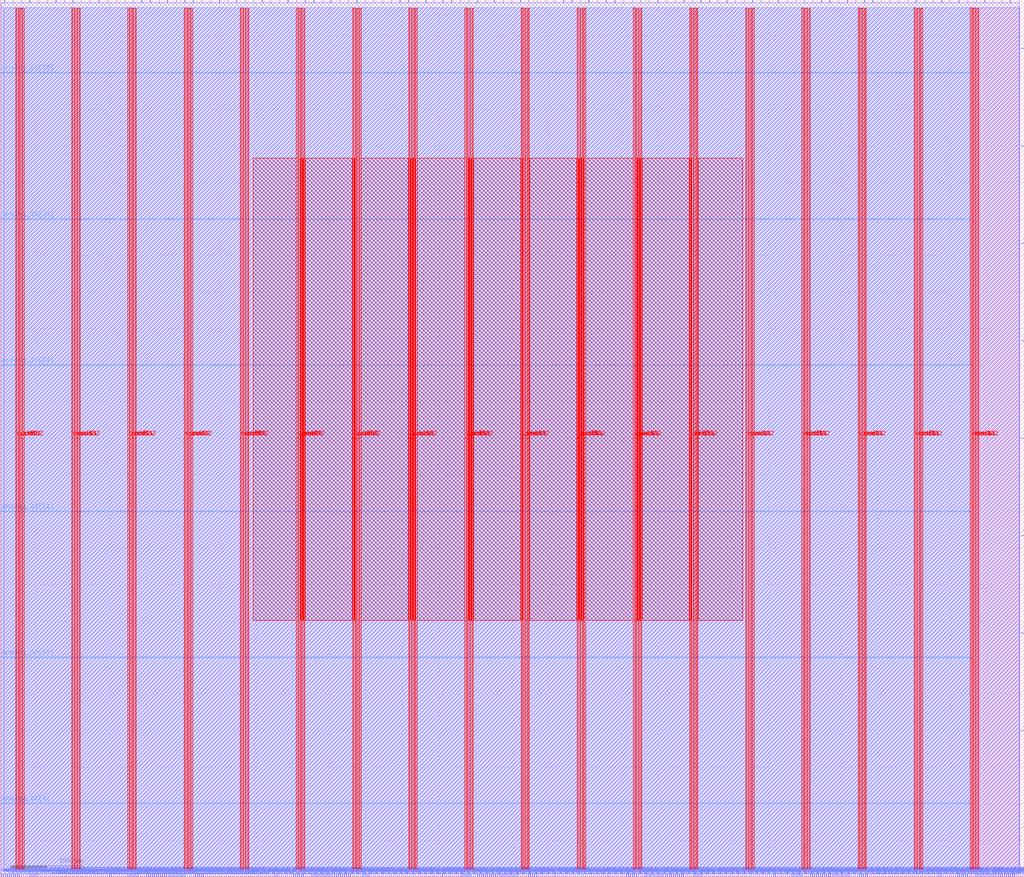
<source format=lef>
VERSION 5.7 ;
  NOWIREEXTENSIONATPIN ON ;
  DIVIDERCHAR "/" ;
  BUSBITCHARS "[]" ;
MACRO top_astria
  CLASS BLOCK ;
  FOREIGN top_astria ;
  ORIGIN 0.000 0.000 ;
  SIZE 1400.000 BY 1200.000 ;
  PIN analog_io[0]
    DIRECTION INOUT ;
    USE SIGNAL ;
    PORT
      LAYER met2 ;
        RECT 1370.430 0.000 1370.710 4.000 ;
    END
  END analog_io[0]
  PIN analog_io[10]
    DIRECTION INOUT ;
    USE SIGNAL ;
    PORT
      LAYER met3 ;
        RECT 1396.000 466.520 1400.000 467.120 ;
    END
  END analog_io[10]
  PIN analog_io[11]
    DIRECTION INOUT ;
    USE SIGNAL ;
    PORT
      LAYER met2 ;
        RECT 1369.970 1196.000 1370.250 1200.000 ;
    END
  END analog_io[11]
  PIN analog_io[12]
    DIRECTION INOUT ;
    USE SIGNAL ;
    PORT
      LAYER met2 ;
        RECT 1381.470 0.000 1381.750 4.000 ;
    END
  END analog_io[12]
  PIN analog_io[13]
    DIRECTION INOUT ;
    USE SIGNAL ;
    PORT
      LAYER met3 ;
        RECT 1396.000 599.800 1400.000 600.400 ;
    END
  END analog_io[13]
  PIN analog_io[14]
    DIRECTION INOUT ;
    USE SIGNAL ;
    PORT
      LAYER met2 ;
        RECT 1381.470 1196.000 1381.750 1200.000 ;
    END
  END analog_io[14]
  PIN analog_io[15]
    DIRECTION INOUT ;
    USE SIGNAL ;
    PORT
      LAYER met2 ;
        RECT 1384.230 0.000 1384.510 4.000 ;
    END
  END analog_io[15]
  PIN analog_io[16]
    DIRECTION INOUT ;
    USE SIGNAL ;
    PORT
      LAYER met2 ;
        RECT 1386.990 0.000 1387.270 4.000 ;
    END
  END analog_io[16]
  PIN analog_io[17]
    DIRECTION INOUT ;
    USE SIGNAL ;
    PORT
      LAYER met3 ;
        RECT 0.000 299.920 4.000 300.520 ;
    END
  END analog_io[17]
  PIN analog_io[18]
    DIRECTION INOUT ;
    USE SIGNAL ;
    PORT
      LAYER met3 ;
        RECT 1396.000 733.080 1400.000 733.680 ;
    END
  END analog_io[18]
  PIN analog_io[19]
    DIRECTION INOUT ;
    USE SIGNAL ;
    PORT
      LAYER met2 ;
        RECT 1389.750 0.000 1390.030 4.000 ;
    END
  END analog_io[19]
  PIN analog_io[1]
    DIRECTION INOUT ;
    USE SIGNAL ;
    PORT
      LAYER met2 ;
        RECT 1373.190 0.000 1373.470 4.000 ;
    END
  END analog_io[1]
  PIN analog_io[20]
    DIRECTION INOUT ;
    USE SIGNAL ;
    PORT
      LAYER met2 ;
        RECT 1392.510 0.000 1392.790 4.000 ;
    END
  END analog_io[20]
  PIN analog_io[21]
    DIRECTION INOUT ;
    USE SIGNAL ;
    PORT
      LAYER met3 ;
        RECT 0.000 499.840 4.000 500.440 ;
    END
  END analog_io[21]
  PIN analog_io[22]
    DIRECTION INOUT ;
    USE SIGNAL ;
    PORT
      LAYER met3 ;
        RECT 1396.000 866.360 1400.000 866.960 ;
    END
  END analog_io[22]
  PIN analog_io[23]
    DIRECTION INOUT ;
    USE SIGNAL ;
    PORT
      LAYER met2 ;
        RECT 1395.270 0.000 1395.550 4.000 ;
    END
  END analog_io[23]
  PIN analog_io[24]
    DIRECTION INOUT ;
    USE SIGNAL ;
    PORT
      LAYER met3 ;
        RECT 0.000 699.760 4.000 700.360 ;
    END
  END analog_io[24]
  PIN analog_io[25]
    DIRECTION INOUT ;
    USE SIGNAL ;
    PORT
      LAYER met2 ;
        RECT 1393.430 1196.000 1393.710 1200.000 ;
    END
  END analog_io[25]
  PIN analog_io[26]
    DIRECTION INOUT ;
    USE SIGNAL ;
    PORT
      LAYER met3 ;
        RECT 1396.000 999.640 1400.000 1000.240 ;
    END
  END analog_io[26]
  PIN analog_io[27]
    DIRECTION INOUT ;
    USE SIGNAL ;
    PORT
      LAYER met3 ;
        RECT 1396.000 1132.920 1400.000 1133.520 ;
    END
  END analog_io[27]
  PIN analog_io[28]
    DIRECTION INOUT ;
    USE SIGNAL ;
    PORT
      LAYER met2 ;
        RECT 1398.030 0.000 1398.310 4.000 ;
    END
  END analog_io[28]
  PIN analog_io[29]
    DIRECTION INOUT ;
    USE SIGNAL ;
    PORT
      LAYER met3 ;
        RECT 0.000 899.680 4.000 900.280 ;
    END
  END analog_io[29]
  PIN analog_io[2]
    DIRECTION INOUT ;
    USE SIGNAL ;
    PORT
      LAYER met3 ;
        RECT 1396.000 66.680 1400.000 67.280 ;
    END
  END analog_io[2]
  PIN analog_io[30]
    DIRECTION INOUT ;
    USE SIGNAL ;
    PORT
      LAYER met3 ;
        RECT 0.000 1099.600 4.000 1100.200 ;
    END
  END analog_io[30]
  PIN analog_io[3]
    DIRECTION INOUT ;
    USE SIGNAL ;
    PORT
      LAYER met2 ;
        RECT 1375.950 0.000 1376.230 4.000 ;
    END
  END analog_io[3]
  PIN analog_io[4]
    DIRECTION INOUT ;
    USE SIGNAL ;
    PORT
      LAYER met3 ;
        RECT 0.000 100.000 4.000 100.600 ;
    END
  END analog_io[4]
  PIN analog_io[5]
    DIRECTION INOUT ;
    USE SIGNAL ;
    PORT
      LAYER met3 ;
        RECT 1396.000 199.960 1400.000 200.560 ;
    END
  END analog_io[5]
  PIN analog_io[6]
    DIRECTION INOUT ;
    USE SIGNAL ;
    PORT
      LAYER met3 ;
        RECT 1396.000 333.240 1400.000 333.840 ;
    END
  END analog_io[6]
  PIN analog_io[7]
    DIRECTION INOUT ;
    USE SIGNAL ;
    PORT
      LAYER met2 ;
        RECT 1346.510 1196.000 1346.790 1200.000 ;
    END
  END analog_io[7]
  PIN analog_io[8]
    DIRECTION INOUT ;
    USE SIGNAL ;
    PORT
      LAYER met2 ;
        RECT 1378.710 0.000 1378.990 4.000 ;
    END
  END analog_io[8]
  PIN analog_io[9]
    DIRECTION INOUT ;
    USE SIGNAL ;
    PORT
      LAYER met2 ;
        RECT 1358.010 1196.000 1358.290 1200.000 ;
    END
  END analog_io[9]
  PIN io_in[0]
    DIRECTION INPUT ;
    USE SIGNAL ;
    PORT
      LAYER met2 ;
        RECT 5.610 1196.000 5.890 1200.000 ;
    END
  END io_in[0]
  PIN io_in[10]
    DIRECTION INPUT ;
    USE SIGNAL ;
    PORT
      LAYER met2 ;
        RECT 358.430 1196.000 358.710 1200.000 ;
    END
  END io_in[10]
  PIN io_in[11]
    DIRECTION INPUT ;
    USE SIGNAL ;
    PORT
      LAYER met2 ;
        RECT 393.390 1196.000 393.670 1200.000 ;
    END
  END io_in[11]
  PIN io_in[12]
    DIRECTION INPUT ;
    USE SIGNAL ;
    PORT
      LAYER met2 ;
        RECT 428.810 1196.000 429.090 1200.000 ;
    END
  END io_in[12]
  PIN io_in[13]
    DIRECTION INPUT ;
    USE SIGNAL ;
    PORT
      LAYER met2 ;
        RECT 464.230 1196.000 464.510 1200.000 ;
    END
  END io_in[13]
  PIN io_in[14]
    DIRECTION INPUT ;
    USE SIGNAL ;
    PORT
      LAYER met2 ;
        RECT 499.650 1196.000 499.930 1200.000 ;
    END
  END io_in[14]
  PIN io_in[15]
    DIRECTION INPUT ;
    USE SIGNAL ;
    PORT
      LAYER met2 ;
        RECT 534.610 1196.000 534.890 1200.000 ;
    END
  END io_in[15]
  PIN io_in[16]
    DIRECTION INPUT ;
    USE SIGNAL ;
    PORT
      LAYER met2 ;
        RECT 570.030 1196.000 570.310 1200.000 ;
    END
  END io_in[16]
  PIN io_in[17]
    DIRECTION INPUT ;
    USE SIGNAL ;
    PORT
      LAYER met2 ;
        RECT 605.450 1196.000 605.730 1200.000 ;
    END
  END io_in[17]
  PIN io_in[18]
    DIRECTION INPUT ;
    USE SIGNAL ;
    PORT
      LAYER met2 ;
        RECT 640.410 1196.000 640.690 1200.000 ;
    END
  END io_in[18]
  PIN io_in[19]
    DIRECTION INPUT ;
    USE SIGNAL ;
    PORT
      LAYER met2 ;
        RECT 675.830 1196.000 676.110 1200.000 ;
    END
  END io_in[19]
  PIN io_in[1]
    DIRECTION INPUT ;
    USE SIGNAL ;
    PORT
      LAYER met2 ;
        RECT 40.570 1196.000 40.850 1200.000 ;
    END
  END io_in[1]
  PIN io_in[20]
    DIRECTION INPUT ;
    USE SIGNAL ;
    PORT
      LAYER met2 ;
        RECT 711.250 1196.000 711.530 1200.000 ;
    END
  END io_in[20]
  PIN io_in[21]
    DIRECTION INPUT ;
    USE SIGNAL ;
    PORT
      LAYER met2 ;
        RECT 746.670 1196.000 746.950 1200.000 ;
    END
  END io_in[21]
  PIN io_in[22]
    DIRECTION INPUT ;
    USE SIGNAL ;
    PORT
      LAYER met2 ;
        RECT 781.630 1196.000 781.910 1200.000 ;
    END
  END io_in[22]
  PIN io_in[23]
    DIRECTION INPUT ;
    USE SIGNAL ;
    PORT
      LAYER met2 ;
        RECT 817.050 1196.000 817.330 1200.000 ;
    END
  END io_in[23]
  PIN io_in[24]
    DIRECTION INPUT ;
    USE SIGNAL ;
    PORT
      LAYER met2 ;
        RECT 852.470 1196.000 852.750 1200.000 ;
    END
  END io_in[24]
  PIN io_in[25]
    DIRECTION INPUT ;
    USE SIGNAL ;
    PORT
      LAYER met2 ;
        RECT 887.430 1196.000 887.710 1200.000 ;
    END
  END io_in[25]
  PIN io_in[26]
    DIRECTION INPUT ;
    USE SIGNAL ;
    PORT
      LAYER met2 ;
        RECT 922.850 1196.000 923.130 1200.000 ;
    END
  END io_in[26]
  PIN io_in[27]
    DIRECTION INPUT ;
    USE SIGNAL ;
    PORT
      LAYER met2 ;
        RECT 958.270 1196.000 958.550 1200.000 ;
    END
  END io_in[27]
  PIN io_in[28]
    DIRECTION INPUT ;
    USE SIGNAL ;
    PORT
      LAYER met2 ;
        RECT 993.690 1196.000 993.970 1200.000 ;
    END
  END io_in[28]
  PIN io_in[29]
    DIRECTION INPUT ;
    USE SIGNAL ;
    PORT
      LAYER met2 ;
        RECT 1028.650 1196.000 1028.930 1200.000 ;
    END
  END io_in[29]
  PIN io_in[2]
    DIRECTION INPUT ;
    USE SIGNAL ;
    PORT
      LAYER met2 ;
        RECT 75.990 1196.000 76.270 1200.000 ;
    END
  END io_in[2]
  PIN io_in[30]
    DIRECTION INPUT ;
    USE SIGNAL ;
    PORT
      LAYER met2 ;
        RECT 1064.070 1196.000 1064.350 1200.000 ;
    END
  END io_in[30]
  PIN io_in[31]
    DIRECTION INPUT ;
    USE SIGNAL ;
    PORT
      LAYER met2 ;
        RECT 1099.490 1196.000 1099.770 1200.000 ;
    END
  END io_in[31]
  PIN io_in[32]
    DIRECTION INPUT ;
    USE SIGNAL ;
    PORT
      LAYER met2 ;
        RECT 1134.450 1196.000 1134.730 1200.000 ;
    END
  END io_in[32]
  PIN io_in[33]
    DIRECTION INPUT ;
    USE SIGNAL ;
    PORT
      LAYER met2 ;
        RECT 1169.870 1196.000 1170.150 1200.000 ;
    END
  END io_in[33]
  PIN io_in[34]
    DIRECTION INPUT ;
    USE SIGNAL ;
    PORT
      LAYER met2 ;
        RECT 1205.290 1196.000 1205.570 1200.000 ;
    END
  END io_in[34]
  PIN io_in[35]
    DIRECTION INPUT ;
    USE SIGNAL ;
    PORT
      LAYER met2 ;
        RECT 1240.710 1196.000 1240.990 1200.000 ;
    END
  END io_in[35]
  PIN io_in[36]
    DIRECTION INPUT ;
    USE SIGNAL ;
    PORT
      LAYER met2 ;
        RECT 1275.670 1196.000 1275.950 1200.000 ;
    END
  END io_in[36]
  PIN io_in[37]
    DIRECTION INPUT ;
    USE SIGNAL ;
    PORT
      LAYER met2 ;
        RECT 1311.090 1196.000 1311.370 1200.000 ;
    END
  END io_in[37]
  PIN io_in[3]
    DIRECTION INPUT ;
    USE SIGNAL ;
    PORT
      LAYER met2 ;
        RECT 111.410 1196.000 111.690 1200.000 ;
    END
  END io_in[3]
  PIN io_in[4]
    DIRECTION INPUT ;
    USE SIGNAL ;
    PORT
      LAYER met2 ;
        RECT 146.370 1196.000 146.650 1200.000 ;
    END
  END io_in[4]
  PIN io_in[5]
    DIRECTION INPUT ;
    USE SIGNAL ;
    PORT
      LAYER met2 ;
        RECT 181.790 1196.000 182.070 1200.000 ;
    END
  END io_in[5]
  PIN io_in[6]
    DIRECTION INPUT ;
    USE SIGNAL ;
    PORT
      LAYER met2 ;
        RECT 217.210 1196.000 217.490 1200.000 ;
    END
  END io_in[6]
  PIN io_in[7]
    DIRECTION INPUT ;
    USE SIGNAL ;
    PORT
      LAYER met2 ;
        RECT 252.630 1196.000 252.910 1200.000 ;
    END
  END io_in[7]
  PIN io_in[8]
    DIRECTION INPUT ;
    USE SIGNAL ;
    PORT
      LAYER met2 ;
        RECT 287.590 1196.000 287.870 1200.000 ;
    END
  END io_in[8]
  PIN io_in[9]
    DIRECTION INPUT ;
    USE SIGNAL ;
    PORT
      LAYER met2 ;
        RECT 323.010 1196.000 323.290 1200.000 ;
    END
  END io_in[9]
  PIN io_oeb[0]
    DIRECTION OUTPUT TRISTATE ;
    USE SIGNAL ;
    PORT
      LAYER met2 ;
        RECT 17.110 1196.000 17.390 1200.000 ;
    END
  END io_oeb[0]
  PIN io_oeb[10]
    DIRECTION OUTPUT TRISTATE ;
    USE SIGNAL ;
    PORT
      LAYER met2 ;
        RECT 369.930 1196.000 370.210 1200.000 ;
    END
  END io_oeb[10]
  PIN io_oeb[11]
    DIRECTION OUTPUT TRISTATE ;
    USE SIGNAL ;
    PORT
      LAYER met2 ;
        RECT 405.350 1196.000 405.630 1200.000 ;
    END
  END io_oeb[11]
  PIN io_oeb[12]
    DIRECTION OUTPUT TRISTATE ;
    USE SIGNAL ;
    PORT
      LAYER met2 ;
        RECT 440.770 1196.000 441.050 1200.000 ;
    END
  END io_oeb[12]
  PIN io_oeb[13]
    DIRECTION OUTPUT TRISTATE ;
    USE SIGNAL ;
    PORT
      LAYER met2 ;
        RECT 475.730 1196.000 476.010 1200.000 ;
    END
  END io_oeb[13]
  PIN io_oeb[14]
    DIRECTION OUTPUT TRISTATE ;
    USE SIGNAL ;
    PORT
      LAYER met2 ;
        RECT 511.150 1196.000 511.430 1200.000 ;
    END
  END io_oeb[14]
  PIN io_oeb[15]
    DIRECTION OUTPUT TRISTATE ;
    USE SIGNAL ;
    PORT
      LAYER met2 ;
        RECT 546.570 1196.000 546.850 1200.000 ;
    END
  END io_oeb[15]
  PIN io_oeb[16]
    DIRECTION OUTPUT TRISTATE ;
    USE SIGNAL ;
    PORT
      LAYER met2 ;
        RECT 581.990 1196.000 582.270 1200.000 ;
    END
  END io_oeb[16]
  PIN io_oeb[17]
    DIRECTION OUTPUT TRISTATE ;
    USE SIGNAL ;
    PORT
      LAYER met2 ;
        RECT 616.950 1196.000 617.230 1200.000 ;
    END
  END io_oeb[17]
  PIN io_oeb[18]
    DIRECTION OUTPUT TRISTATE ;
    USE SIGNAL ;
    PORT
      LAYER met2 ;
        RECT 652.370 1196.000 652.650 1200.000 ;
    END
  END io_oeb[18]
  PIN io_oeb[19]
    DIRECTION OUTPUT TRISTATE ;
    USE SIGNAL ;
    PORT
      LAYER met2 ;
        RECT 687.790 1196.000 688.070 1200.000 ;
    END
  END io_oeb[19]
  PIN io_oeb[1]
    DIRECTION OUTPUT TRISTATE ;
    USE SIGNAL ;
    PORT
      LAYER met2 ;
        RECT 52.530 1196.000 52.810 1200.000 ;
    END
  END io_oeb[1]
  PIN io_oeb[20]
    DIRECTION OUTPUT TRISTATE ;
    USE SIGNAL ;
    PORT
      LAYER met2 ;
        RECT 722.750 1196.000 723.030 1200.000 ;
    END
  END io_oeb[20]
  PIN io_oeb[21]
    DIRECTION OUTPUT TRISTATE ;
    USE SIGNAL ;
    PORT
      LAYER met2 ;
        RECT 758.170 1196.000 758.450 1200.000 ;
    END
  END io_oeb[21]
  PIN io_oeb[22]
    DIRECTION OUTPUT TRISTATE ;
    USE SIGNAL ;
    PORT
      LAYER met2 ;
        RECT 793.590 1196.000 793.870 1200.000 ;
    END
  END io_oeb[22]
  PIN io_oeb[23]
    DIRECTION OUTPUT TRISTATE ;
    USE SIGNAL ;
    PORT
      LAYER met2 ;
        RECT 829.010 1196.000 829.290 1200.000 ;
    END
  END io_oeb[23]
  PIN io_oeb[24]
    DIRECTION OUTPUT TRISTATE ;
    USE SIGNAL ;
    PORT
      LAYER met2 ;
        RECT 863.970 1196.000 864.250 1200.000 ;
    END
  END io_oeb[24]
  PIN io_oeb[25]
    DIRECTION OUTPUT TRISTATE ;
    USE SIGNAL ;
    PORT
      LAYER met2 ;
        RECT 899.390 1196.000 899.670 1200.000 ;
    END
  END io_oeb[25]
  PIN io_oeb[26]
    DIRECTION OUTPUT TRISTATE ;
    USE SIGNAL ;
    PORT
      LAYER met2 ;
        RECT 934.810 1196.000 935.090 1200.000 ;
    END
  END io_oeb[26]
  PIN io_oeb[27]
    DIRECTION OUTPUT TRISTATE ;
    USE SIGNAL ;
    PORT
      LAYER met2 ;
        RECT 969.770 1196.000 970.050 1200.000 ;
    END
  END io_oeb[27]
  PIN io_oeb[28]
    DIRECTION OUTPUT TRISTATE ;
    USE SIGNAL ;
    PORT
      LAYER met2 ;
        RECT 1005.190 1196.000 1005.470 1200.000 ;
    END
  END io_oeb[28]
  PIN io_oeb[29]
    DIRECTION OUTPUT TRISTATE ;
    USE SIGNAL ;
    PORT
      LAYER met2 ;
        RECT 1040.610 1196.000 1040.890 1200.000 ;
    END
  END io_oeb[29]
  PIN io_oeb[2]
    DIRECTION OUTPUT TRISTATE ;
    USE SIGNAL ;
    PORT
      LAYER met2 ;
        RECT 87.950 1196.000 88.230 1200.000 ;
    END
  END io_oeb[2]
  PIN io_oeb[30]
    DIRECTION OUTPUT TRISTATE ;
    USE SIGNAL ;
    PORT
      LAYER met2 ;
        RECT 1076.030 1196.000 1076.310 1200.000 ;
    END
  END io_oeb[30]
  PIN io_oeb[31]
    DIRECTION OUTPUT TRISTATE ;
    USE SIGNAL ;
    PORT
      LAYER met2 ;
        RECT 1110.990 1196.000 1111.270 1200.000 ;
    END
  END io_oeb[31]
  PIN io_oeb[32]
    DIRECTION OUTPUT TRISTATE ;
    USE SIGNAL ;
    PORT
      LAYER met2 ;
        RECT 1146.410 1196.000 1146.690 1200.000 ;
    END
  END io_oeb[32]
  PIN io_oeb[33]
    DIRECTION OUTPUT TRISTATE ;
    USE SIGNAL ;
    PORT
      LAYER met2 ;
        RECT 1181.830 1196.000 1182.110 1200.000 ;
    END
  END io_oeb[33]
  PIN io_oeb[34]
    DIRECTION OUTPUT TRISTATE ;
    USE SIGNAL ;
    PORT
      LAYER met2 ;
        RECT 1216.790 1196.000 1217.070 1200.000 ;
    END
  END io_oeb[34]
  PIN io_oeb[35]
    DIRECTION OUTPUT TRISTATE ;
    USE SIGNAL ;
    PORT
      LAYER met2 ;
        RECT 1252.210 1196.000 1252.490 1200.000 ;
    END
  END io_oeb[35]
  PIN io_oeb[36]
    DIRECTION OUTPUT TRISTATE ;
    USE SIGNAL ;
    PORT
      LAYER met2 ;
        RECT 1287.630 1196.000 1287.910 1200.000 ;
    END
  END io_oeb[36]
  PIN io_oeb[37]
    DIRECTION OUTPUT TRISTATE ;
    USE SIGNAL ;
    PORT
      LAYER met2 ;
        RECT 1323.050 1196.000 1323.330 1200.000 ;
    END
  END io_oeb[37]
  PIN io_oeb[3]
    DIRECTION OUTPUT TRISTATE ;
    USE SIGNAL ;
    PORT
      LAYER met2 ;
        RECT 122.910 1196.000 123.190 1200.000 ;
    END
  END io_oeb[3]
  PIN io_oeb[4]
    DIRECTION OUTPUT TRISTATE ;
    USE SIGNAL ;
    PORT
      LAYER met2 ;
        RECT 158.330 1196.000 158.610 1200.000 ;
    END
  END io_oeb[4]
  PIN io_oeb[5]
    DIRECTION OUTPUT TRISTATE ;
    USE SIGNAL ;
    PORT
      LAYER met2 ;
        RECT 193.750 1196.000 194.030 1200.000 ;
    END
  END io_oeb[5]
  PIN io_oeb[6]
    DIRECTION OUTPUT TRISTATE ;
    USE SIGNAL ;
    PORT
      LAYER met2 ;
        RECT 228.710 1196.000 228.990 1200.000 ;
    END
  END io_oeb[6]
  PIN io_oeb[7]
    DIRECTION OUTPUT TRISTATE ;
    USE SIGNAL ;
    PORT
      LAYER met2 ;
        RECT 264.130 1196.000 264.410 1200.000 ;
    END
  END io_oeb[7]
  PIN io_oeb[8]
    DIRECTION OUTPUT TRISTATE ;
    USE SIGNAL ;
    PORT
      LAYER met2 ;
        RECT 299.550 1196.000 299.830 1200.000 ;
    END
  END io_oeb[8]
  PIN io_oeb[9]
    DIRECTION OUTPUT TRISTATE ;
    USE SIGNAL ;
    PORT
      LAYER met2 ;
        RECT 334.970 1196.000 335.250 1200.000 ;
    END
  END io_oeb[9]
  PIN io_out[0]
    DIRECTION OUTPUT TRISTATE ;
    USE SIGNAL ;
    PORT
      LAYER met2 ;
        RECT 29.070 1196.000 29.350 1200.000 ;
    END
  END io_out[0]
  PIN io_out[10]
    DIRECTION OUTPUT TRISTATE ;
    USE SIGNAL ;
    PORT
      LAYER met2 ;
        RECT 381.890 1196.000 382.170 1200.000 ;
    END
  END io_out[10]
  PIN io_out[11]
    DIRECTION OUTPUT TRISTATE ;
    USE SIGNAL ;
    PORT
      LAYER met2 ;
        RECT 417.310 1196.000 417.590 1200.000 ;
    END
  END io_out[11]
  PIN io_out[12]
    DIRECTION OUTPUT TRISTATE ;
    USE SIGNAL ;
    PORT
      LAYER met2 ;
        RECT 452.270 1196.000 452.550 1200.000 ;
    END
  END io_out[12]
  PIN io_out[13]
    DIRECTION OUTPUT TRISTATE ;
    USE SIGNAL ;
    PORT
      LAYER met2 ;
        RECT 487.690 1196.000 487.970 1200.000 ;
    END
  END io_out[13]
  PIN io_out[14]
    DIRECTION OUTPUT TRISTATE ;
    USE SIGNAL ;
    PORT
      LAYER met2 ;
        RECT 523.110 1196.000 523.390 1200.000 ;
    END
  END io_out[14]
  PIN io_out[15]
    DIRECTION OUTPUT TRISTATE ;
    USE SIGNAL ;
    PORT
      LAYER met2 ;
        RECT 558.070 1196.000 558.350 1200.000 ;
    END
  END io_out[15]
  PIN io_out[16]
    DIRECTION OUTPUT TRISTATE ;
    USE SIGNAL ;
    PORT
      LAYER met2 ;
        RECT 593.490 1196.000 593.770 1200.000 ;
    END
  END io_out[16]
  PIN io_out[17]
    DIRECTION OUTPUT TRISTATE ;
    USE SIGNAL ;
    PORT
      LAYER met2 ;
        RECT 628.910 1196.000 629.190 1200.000 ;
    END
  END io_out[17]
  PIN io_out[18]
    DIRECTION OUTPUT TRISTATE ;
    USE SIGNAL ;
    PORT
      LAYER met2 ;
        RECT 664.330 1196.000 664.610 1200.000 ;
    END
  END io_out[18]
  PIN io_out[19]
    DIRECTION OUTPUT TRISTATE ;
    USE SIGNAL ;
    PORT
      LAYER met2 ;
        RECT 699.290 1196.000 699.570 1200.000 ;
    END
  END io_out[19]
  PIN io_out[1]
    DIRECTION OUTPUT TRISTATE ;
    USE SIGNAL ;
    PORT
      LAYER met2 ;
        RECT 64.030 1196.000 64.310 1200.000 ;
    END
  END io_out[1]
  PIN io_out[20]
    DIRECTION OUTPUT TRISTATE ;
    USE SIGNAL ;
    PORT
      LAYER met2 ;
        RECT 734.710 1196.000 734.990 1200.000 ;
    END
  END io_out[20]
  PIN io_out[21]
    DIRECTION OUTPUT TRISTATE ;
    USE SIGNAL ;
    PORT
      LAYER met2 ;
        RECT 770.130 1196.000 770.410 1200.000 ;
    END
  END io_out[21]
  PIN io_out[22]
    DIRECTION OUTPUT TRISTATE ;
    USE SIGNAL ;
    PORT
      LAYER met2 ;
        RECT 805.090 1196.000 805.370 1200.000 ;
    END
  END io_out[22]
  PIN io_out[23]
    DIRECTION OUTPUT TRISTATE ;
    USE SIGNAL ;
    PORT
      LAYER met2 ;
        RECT 840.510 1196.000 840.790 1200.000 ;
    END
  END io_out[23]
  PIN io_out[24]
    DIRECTION OUTPUT TRISTATE ;
    USE SIGNAL ;
    PORT
      LAYER met2 ;
        RECT 875.930 1196.000 876.210 1200.000 ;
    END
  END io_out[24]
  PIN io_out[25]
    DIRECTION OUTPUT TRISTATE ;
    USE SIGNAL ;
    PORT
      LAYER met2 ;
        RECT 911.350 1196.000 911.630 1200.000 ;
    END
  END io_out[25]
  PIN io_out[26]
    DIRECTION OUTPUT TRISTATE ;
    USE SIGNAL ;
    PORT
      LAYER met2 ;
        RECT 946.310 1196.000 946.590 1200.000 ;
    END
  END io_out[26]
  PIN io_out[27]
    DIRECTION OUTPUT TRISTATE ;
    USE SIGNAL ;
    PORT
      LAYER met2 ;
        RECT 981.730 1196.000 982.010 1200.000 ;
    END
  END io_out[27]
  PIN io_out[28]
    DIRECTION OUTPUT TRISTATE ;
    USE SIGNAL ;
    PORT
      LAYER met2 ;
        RECT 1017.150 1196.000 1017.430 1200.000 ;
    END
  END io_out[28]
  PIN io_out[29]
    DIRECTION OUTPUT TRISTATE ;
    USE SIGNAL ;
    PORT
      LAYER met2 ;
        RECT 1052.110 1196.000 1052.390 1200.000 ;
    END
  END io_out[29]
  PIN io_out[2]
    DIRECTION OUTPUT TRISTATE ;
    USE SIGNAL ;
    PORT
      LAYER met2 ;
        RECT 99.450 1196.000 99.730 1200.000 ;
    END
  END io_out[2]
  PIN io_out[30]
    DIRECTION OUTPUT TRISTATE ;
    USE SIGNAL ;
    PORT
      LAYER met2 ;
        RECT 1087.530 1196.000 1087.810 1200.000 ;
    END
  END io_out[30]
  PIN io_out[31]
    DIRECTION OUTPUT TRISTATE ;
    USE SIGNAL ;
    PORT
      LAYER met2 ;
        RECT 1122.950 1196.000 1123.230 1200.000 ;
    END
  END io_out[31]
  PIN io_out[32]
    DIRECTION OUTPUT TRISTATE ;
    USE SIGNAL ;
    PORT
      LAYER met2 ;
        RECT 1158.370 1196.000 1158.650 1200.000 ;
    END
  END io_out[32]
  PIN io_out[33]
    DIRECTION OUTPUT TRISTATE ;
    USE SIGNAL ;
    PORT
      LAYER met2 ;
        RECT 1193.330 1196.000 1193.610 1200.000 ;
    END
  END io_out[33]
  PIN io_out[34]
    DIRECTION OUTPUT TRISTATE ;
    USE SIGNAL ;
    PORT
      LAYER met2 ;
        RECT 1228.750 1196.000 1229.030 1200.000 ;
    END
  END io_out[34]
  PIN io_out[35]
    DIRECTION OUTPUT TRISTATE ;
    USE SIGNAL ;
    PORT
      LAYER met2 ;
        RECT 1264.170 1196.000 1264.450 1200.000 ;
    END
  END io_out[35]
  PIN io_out[36]
    DIRECTION OUTPUT TRISTATE ;
    USE SIGNAL ;
    PORT
      LAYER met2 ;
        RECT 1299.130 1196.000 1299.410 1200.000 ;
    END
  END io_out[36]
  PIN io_out[37]
    DIRECTION OUTPUT TRISTATE ;
    USE SIGNAL ;
    PORT
      LAYER met2 ;
        RECT 1334.550 1196.000 1334.830 1200.000 ;
    END
  END io_out[37]
  PIN io_out[3]
    DIRECTION OUTPUT TRISTATE ;
    USE SIGNAL ;
    PORT
      LAYER met2 ;
        RECT 134.870 1196.000 135.150 1200.000 ;
    END
  END io_out[3]
  PIN io_out[4]
    DIRECTION OUTPUT TRISTATE ;
    USE SIGNAL ;
    PORT
      LAYER met2 ;
        RECT 170.290 1196.000 170.570 1200.000 ;
    END
  END io_out[4]
  PIN io_out[5]
    DIRECTION OUTPUT TRISTATE ;
    USE SIGNAL ;
    PORT
      LAYER met2 ;
        RECT 205.250 1196.000 205.530 1200.000 ;
    END
  END io_out[5]
  PIN io_out[6]
    DIRECTION OUTPUT TRISTATE ;
    USE SIGNAL ;
    PORT
      LAYER met2 ;
        RECT 240.670 1196.000 240.950 1200.000 ;
    END
  END io_out[6]
  PIN io_out[7]
    DIRECTION OUTPUT TRISTATE ;
    USE SIGNAL ;
    PORT
      LAYER met2 ;
        RECT 276.090 1196.000 276.370 1200.000 ;
    END
  END io_out[7]
  PIN io_out[8]
    DIRECTION OUTPUT TRISTATE ;
    USE SIGNAL ;
    PORT
      LAYER met2 ;
        RECT 311.050 1196.000 311.330 1200.000 ;
    END
  END io_out[8]
  PIN io_out[9]
    DIRECTION OUTPUT TRISTATE ;
    USE SIGNAL ;
    PORT
      LAYER met2 ;
        RECT 346.470 1196.000 346.750 1200.000 ;
    END
  END io_out[9]
  PIN la_data_in[0]
    DIRECTION INPUT ;
    USE SIGNAL ;
    PORT
      LAYER met2 ;
        RECT 297.250 0.000 297.530 4.000 ;
    END
  END la_data_in[0]
  PIN la_data_in[100]
    DIRECTION INPUT ;
    USE SIGNAL ;
    PORT
      LAYER met2 ;
        RECT 1135.370 0.000 1135.650 4.000 ;
    END
  END la_data_in[100]
  PIN la_data_in[101]
    DIRECTION INPUT ;
    USE SIGNAL ;
    PORT
      LAYER met2 ;
        RECT 1144.110 0.000 1144.390 4.000 ;
    END
  END la_data_in[101]
  PIN la_data_in[102]
    DIRECTION INPUT ;
    USE SIGNAL ;
    PORT
      LAYER met2 ;
        RECT 1152.390 0.000 1152.670 4.000 ;
    END
  END la_data_in[102]
  PIN la_data_in[103]
    DIRECTION INPUT ;
    USE SIGNAL ;
    PORT
      LAYER met2 ;
        RECT 1160.670 0.000 1160.950 4.000 ;
    END
  END la_data_in[103]
  PIN la_data_in[104]
    DIRECTION INPUT ;
    USE SIGNAL ;
    PORT
      LAYER met2 ;
        RECT 1168.950 0.000 1169.230 4.000 ;
    END
  END la_data_in[104]
  PIN la_data_in[105]
    DIRECTION INPUT ;
    USE SIGNAL ;
    PORT
      LAYER met2 ;
        RECT 1177.690 0.000 1177.970 4.000 ;
    END
  END la_data_in[105]
  PIN la_data_in[106]
    DIRECTION INPUT ;
    USE SIGNAL ;
    PORT
      LAYER met2 ;
        RECT 1185.970 0.000 1186.250 4.000 ;
    END
  END la_data_in[106]
  PIN la_data_in[107]
    DIRECTION INPUT ;
    USE SIGNAL ;
    PORT
      LAYER met2 ;
        RECT 1194.250 0.000 1194.530 4.000 ;
    END
  END la_data_in[107]
  PIN la_data_in[108]
    DIRECTION INPUT ;
    USE SIGNAL ;
    PORT
      LAYER met2 ;
        RECT 1202.530 0.000 1202.810 4.000 ;
    END
  END la_data_in[108]
  PIN la_data_in[109]
    DIRECTION INPUT ;
    USE SIGNAL ;
    PORT
      LAYER met2 ;
        RECT 1210.810 0.000 1211.090 4.000 ;
    END
  END la_data_in[109]
  PIN la_data_in[10]
    DIRECTION INPUT ;
    USE SIGNAL ;
    PORT
      LAYER met2 ;
        RECT 381.430 0.000 381.710 4.000 ;
    END
  END la_data_in[10]
  PIN la_data_in[110]
    DIRECTION INPUT ;
    USE SIGNAL ;
    PORT
      LAYER met2 ;
        RECT 1219.550 0.000 1219.830 4.000 ;
    END
  END la_data_in[110]
  PIN la_data_in[111]
    DIRECTION INPUT ;
    USE SIGNAL ;
    PORT
      LAYER met2 ;
        RECT 1227.830 0.000 1228.110 4.000 ;
    END
  END la_data_in[111]
  PIN la_data_in[112]
    DIRECTION INPUT ;
    USE SIGNAL ;
    PORT
      LAYER met2 ;
        RECT 1236.110 0.000 1236.390 4.000 ;
    END
  END la_data_in[112]
  PIN la_data_in[113]
    DIRECTION INPUT ;
    USE SIGNAL ;
    PORT
      LAYER met2 ;
        RECT 1244.390 0.000 1244.670 4.000 ;
    END
  END la_data_in[113]
  PIN la_data_in[114]
    DIRECTION INPUT ;
    USE SIGNAL ;
    PORT
      LAYER met2 ;
        RECT 1253.130 0.000 1253.410 4.000 ;
    END
  END la_data_in[114]
  PIN la_data_in[115]
    DIRECTION INPUT ;
    USE SIGNAL ;
    PORT
      LAYER met2 ;
        RECT 1261.410 0.000 1261.690 4.000 ;
    END
  END la_data_in[115]
  PIN la_data_in[116]
    DIRECTION INPUT ;
    USE SIGNAL ;
    PORT
      LAYER met2 ;
        RECT 1269.690 0.000 1269.970 4.000 ;
    END
  END la_data_in[116]
  PIN la_data_in[117]
    DIRECTION INPUT ;
    USE SIGNAL ;
    PORT
      LAYER met2 ;
        RECT 1277.970 0.000 1278.250 4.000 ;
    END
  END la_data_in[117]
  PIN la_data_in[118]
    DIRECTION INPUT ;
    USE SIGNAL ;
    PORT
      LAYER met2 ;
        RECT 1286.250 0.000 1286.530 4.000 ;
    END
  END la_data_in[118]
  PIN la_data_in[119]
    DIRECTION INPUT ;
    USE SIGNAL ;
    PORT
      LAYER met2 ;
        RECT 1294.990 0.000 1295.270 4.000 ;
    END
  END la_data_in[119]
  PIN la_data_in[11]
    DIRECTION INPUT ;
    USE SIGNAL ;
    PORT
      LAYER met2 ;
        RECT 389.710 0.000 389.990 4.000 ;
    END
  END la_data_in[11]
  PIN la_data_in[120]
    DIRECTION INPUT ;
    USE SIGNAL ;
    PORT
      LAYER met2 ;
        RECT 1303.270 0.000 1303.550 4.000 ;
    END
  END la_data_in[120]
  PIN la_data_in[121]
    DIRECTION INPUT ;
    USE SIGNAL ;
    PORT
      LAYER met2 ;
        RECT 1311.550 0.000 1311.830 4.000 ;
    END
  END la_data_in[121]
  PIN la_data_in[122]
    DIRECTION INPUT ;
    USE SIGNAL ;
    PORT
      LAYER met2 ;
        RECT 1319.830 0.000 1320.110 4.000 ;
    END
  END la_data_in[122]
  PIN la_data_in[123]
    DIRECTION INPUT ;
    USE SIGNAL ;
    PORT
      LAYER met2 ;
        RECT 1328.570 0.000 1328.850 4.000 ;
    END
  END la_data_in[123]
  PIN la_data_in[124]
    DIRECTION INPUT ;
    USE SIGNAL ;
    PORT
      LAYER met2 ;
        RECT 1336.850 0.000 1337.130 4.000 ;
    END
  END la_data_in[124]
  PIN la_data_in[125]
    DIRECTION INPUT ;
    USE SIGNAL ;
    PORT
      LAYER met2 ;
        RECT 1345.130 0.000 1345.410 4.000 ;
    END
  END la_data_in[125]
  PIN la_data_in[126]
    DIRECTION INPUT ;
    USE SIGNAL ;
    PORT
      LAYER met2 ;
        RECT 1353.410 0.000 1353.690 4.000 ;
    END
  END la_data_in[126]
  PIN la_data_in[127]
    DIRECTION INPUT ;
    USE SIGNAL ;
    PORT
      LAYER met2 ;
        RECT 1361.690 0.000 1361.970 4.000 ;
    END
  END la_data_in[127]
  PIN la_data_in[12]
    DIRECTION INPUT ;
    USE SIGNAL ;
    PORT
      LAYER met2 ;
        RECT 397.990 0.000 398.270 4.000 ;
    END
  END la_data_in[12]
  PIN la_data_in[13]
    DIRECTION INPUT ;
    USE SIGNAL ;
    PORT
      LAYER met2 ;
        RECT 406.270 0.000 406.550 4.000 ;
    END
  END la_data_in[13]
  PIN la_data_in[14]
    DIRECTION INPUT ;
    USE SIGNAL ;
    PORT
      LAYER met2 ;
        RECT 414.550 0.000 414.830 4.000 ;
    END
  END la_data_in[14]
  PIN la_data_in[15]
    DIRECTION INPUT ;
    USE SIGNAL ;
    PORT
      LAYER met2 ;
        RECT 423.290 0.000 423.570 4.000 ;
    END
  END la_data_in[15]
  PIN la_data_in[16]
    DIRECTION INPUT ;
    USE SIGNAL ;
    PORT
      LAYER met2 ;
        RECT 431.570 0.000 431.850 4.000 ;
    END
  END la_data_in[16]
  PIN la_data_in[17]
    DIRECTION INPUT ;
    USE SIGNAL ;
    PORT
      LAYER met2 ;
        RECT 439.850 0.000 440.130 4.000 ;
    END
  END la_data_in[17]
  PIN la_data_in[18]
    DIRECTION INPUT ;
    USE SIGNAL ;
    PORT
      LAYER met2 ;
        RECT 448.130 0.000 448.410 4.000 ;
    END
  END la_data_in[18]
  PIN la_data_in[19]
    DIRECTION INPUT ;
    USE SIGNAL ;
    PORT
      LAYER met2 ;
        RECT 456.870 0.000 457.150 4.000 ;
    END
  END la_data_in[19]
  PIN la_data_in[1]
    DIRECTION INPUT ;
    USE SIGNAL ;
    PORT
      LAYER met2 ;
        RECT 305.990 0.000 306.270 4.000 ;
    END
  END la_data_in[1]
  PIN la_data_in[20]
    DIRECTION INPUT ;
    USE SIGNAL ;
    PORT
      LAYER met2 ;
        RECT 465.150 0.000 465.430 4.000 ;
    END
  END la_data_in[20]
  PIN la_data_in[21]
    DIRECTION INPUT ;
    USE SIGNAL ;
    PORT
      LAYER met2 ;
        RECT 473.430 0.000 473.710 4.000 ;
    END
  END la_data_in[21]
  PIN la_data_in[22]
    DIRECTION INPUT ;
    USE SIGNAL ;
    PORT
      LAYER met2 ;
        RECT 481.710 0.000 481.990 4.000 ;
    END
  END la_data_in[22]
  PIN la_data_in[23]
    DIRECTION INPUT ;
    USE SIGNAL ;
    PORT
      LAYER met2 ;
        RECT 489.990 0.000 490.270 4.000 ;
    END
  END la_data_in[23]
  PIN la_data_in[24]
    DIRECTION INPUT ;
    USE SIGNAL ;
    PORT
      LAYER met2 ;
        RECT 498.730 0.000 499.010 4.000 ;
    END
  END la_data_in[24]
  PIN la_data_in[25]
    DIRECTION INPUT ;
    USE SIGNAL ;
    PORT
      LAYER met2 ;
        RECT 507.010 0.000 507.290 4.000 ;
    END
  END la_data_in[25]
  PIN la_data_in[26]
    DIRECTION INPUT ;
    USE SIGNAL ;
    PORT
      LAYER met2 ;
        RECT 515.290 0.000 515.570 4.000 ;
    END
  END la_data_in[26]
  PIN la_data_in[27]
    DIRECTION INPUT ;
    USE SIGNAL ;
    PORT
      LAYER met2 ;
        RECT 523.570 0.000 523.850 4.000 ;
    END
  END la_data_in[27]
  PIN la_data_in[28]
    DIRECTION INPUT ;
    USE SIGNAL ;
    PORT
      LAYER met2 ;
        RECT 532.310 0.000 532.590 4.000 ;
    END
  END la_data_in[28]
  PIN la_data_in[29]
    DIRECTION INPUT ;
    USE SIGNAL ;
    PORT
      LAYER met2 ;
        RECT 540.590 0.000 540.870 4.000 ;
    END
  END la_data_in[29]
  PIN la_data_in[2]
    DIRECTION INPUT ;
    USE SIGNAL ;
    PORT
      LAYER met2 ;
        RECT 314.270 0.000 314.550 4.000 ;
    END
  END la_data_in[2]
  PIN la_data_in[30]
    DIRECTION INPUT ;
    USE SIGNAL ;
    PORT
      LAYER met2 ;
        RECT 548.870 0.000 549.150 4.000 ;
    END
  END la_data_in[30]
  PIN la_data_in[31]
    DIRECTION INPUT ;
    USE SIGNAL ;
    PORT
      LAYER met2 ;
        RECT 557.150 0.000 557.430 4.000 ;
    END
  END la_data_in[31]
  PIN la_data_in[32]
    DIRECTION INPUT ;
    USE SIGNAL ;
    PORT
      LAYER met2 ;
        RECT 565.430 0.000 565.710 4.000 ;
    END
  END la_data_in[32]
  PIN la_data_in[33]
    DIRECTION INPUT ;
    USE SIGNAL ;
    PORT
      LAYER met2 ;
        RECT 574.170 0.000 574.450 4.000 ;
    END
  END la_data_in[33]
  PIN la_data_in[34]
    DIRECTION INPUT ;
    USE SIGNAL ;
    PORT
      LAYER met2 ;
        RECT 582.450 0.000 582.730 4.000 ;
    END
  END la_data_in[34]
  PIN la_data_in[35]
    DIRECTION INPUT ;
    USE SIGNAL ;
    PORT
      LAYER met2 ;
        RECT 590.730 0.000 591.010 4.000 ;
    END
  END la_data_in[35]
  PIN la_data_in[36]
    DIRECTION INPUT ;
    USE SIGNAL ;
    PORT
      LAYER met2 ;
        RECT 599.010 0.000 599.290 4.000 ;
    END
  END la_data_in[36]
  PIN la_data_in[37]
    DIRECTION INPUT ;
    USE SIGNAL ;
    PORT
      LAYER met2 ;
        RECT 607.750 0.000 608.030 4.000 ;
    END
  END la_data_in[37]
  PIN la_data_in[38]
    DIRECTION INPUT ;
    USE SIGNAL ;
    PORT
      LAYER met2 ;
        RECT 616.030 0.000 616.310 4.000 ;
    END
  END la_data_in[38]
  PIN la_data_in[39]
    DIRECTION INPUT ;
    USE SIGNAL ;
    PORT
      LAYER met2 ;
        RECT 624.310 0.000 624.590 4.000 ;
    END
  END la_data_in[39]
  PIN la_data_in[3]
    DIRECTION INPUT ;
    USE SIGNAL ;
    PORT
      LAYER met2 ;
        RECT 322.550 0.000 322.830 4.000 ;
    END
  END la_data_in[3]
  PIN la_data_in[40]
    DIRECTION INPUT ;
    USE SIGNAL ;
    PORT
      LAYER met2 ;
        RECT 632.590 0.000 632.870 4.000 ;
    END
  END la_data_in[40]
  PIN la_data_in[41]
    DIRECTION INPUT ;
    USE SIGNAL ;
    PORT
      LAYER met2 ;
        RECT 640.870 0.000 641.150 4.000 ;
    END
  END la_data_in[41]
  PIN la_data_in[42]
    DIRECTION INPUT ;
    USE SIGNAL ;
    PORT
      LAYER met2 ;
        RECT 649.610 0.000 649.890 4.000 ;
    END
  END la_data_in[42]
  PIN la_data_in[43]
    DIRECTION INPUT ;
    USE SIGNAL ;
    PORT
      LAYER met2 ;
        RECT 657.890 0.000 658.170 4.000 ;
    END
  END la_data_in[43]
  PIN la_data_in[44]
    DIRECTION INPUT ;
    USE SIGNAL ;
    PORT
      LAYER met2 ;
        RECT 666.170 0.000 666.450 4.000 ;
    END
  END la_data_in[44]
  PIN la_data_in[45]
    DIRECTION INPUT ;
    USE SIGNAL ;
    PORT
      LAYER met2 ;
        RECT 674.450 0.000 674.730 4.000 ;
    END
  END la_data_in[45]
  PIN la_data_in[46]
    DIRECTION INPUT ;
    USE SIGNAL ;
    PORT
      LAYER met2 ;
        RECT 683.190 0.000 683.470 4.000 ;
    END
  END la_data_in[46]
  PIN la_data_in[47]
    DIRECTION INPUT ;
    USE SIGNAL ;
    PORT
      LAYER met2 ;
        RECT 691.470 0.000 691.750 4.000 ;
    END
  END la_data_in[47]
  PIN la_data_in[48]
    DIRECTION INPUT ;
    USE SIGNAL ;
    PORT
      LAYER met2 ;
        RECT 699.750 0.000 700.030 4.000 ;
    END
  END la_data_in[48]
  PIN la_data_in[49]
    DIRECTION INPUT ;
    USE SIGNAL ;
    PORT
      LAYER met2 ;
        RECT 708.030 0.000 708.310 4.000 ;
    END
  END la_data_in[49]
  PIN la_data_in[4]
    DIRECTION INPUT ;
    USE SIGNAL ;
    PORT
      LAYER met2 ;
        RECT 330.830 0.000 331.110 4.000 ;
    END
  END la_data_in[4]
  PIN la_data_in[50]
    DIRECTION INPUT ;
    USE SIGNAL ;
    PORT
      LAYER met2 ;
        RECT 716.310 0.000 716.590 4.000 ;
    END
  END la_data_in[50]
  PIN la_data_in[51]
    DIRECTION INPUT ;
    USE SIGNAL ;
    PORT
      LAYER met2 ;
        RECT 725.050 0.000 725.330 4.000 ;
    END
  END la_data_in[51]
  PIN la_data_in[52]
    DIRECTION INPUT ;
    USE SIGNAL ;
    PORT
      LAYER met2 ;
        RECT 733.330 0.000 733.610 4.000 ;
    END
  END la_data_in[52]
  PIN la_data_in[53]
    DIRECTION INPUT ;
    USE SIGNAL ;
    PORT
      LAYER met2 ;
        RECT 741.610 0.000 741.890 4.000 ;
    END
  END la_data_in[53]
  PIN la_data_in[54]
    DIRECTION INPUT ;
    USE SIGNAL ;
    PORT
      LAYER met2 ;
        RECT 749.890 0.000 750.170 4.000 ;
    END
  END la_data_in[54]
  PIN la_data_in[55]
    DIRECTION INPUT ;
    USE SIGNAL ;
    PORT
      LAYER met2 ;
        RECT 758.630 0.000 758.910 4.000 ;
    END
  END la_data_in[55]
  PIN la_data_in[56]
    DIRECTION INPUT ;
    USE SIGNAL ;
    PORT
      LAYER met2 ;
        RECT 766.910 0.000 767.190 4.000 ;
    END
  END la_data_in[56]
  PIN la_data_in[57]
    DIRECTION INPUT ;
    USE SIGNAL ;
    PORT
      LAYER met2 ;
        RECT 775.190 0.000 775.470 4.000 ;
    END
  END la_data_in[57]
  PIN la_data_in[58]
    DIRECTION INPUT ;
    USE SIGNAL ;
    PORT
      LAYER met2 ;
        RECT 783.470 0.000 783.750 4.000 ;
    END
  END la_data_in[58]
  PIN la_data_in[59]
    DIRECTION INPUT ;
    USE SIGNAL ;
    PORT
      LAYER met2 ;
        RECT 791.750 0.000 792.030 4.000 ;
    END
  END la_data_in[59]
  PIN la_data_in[5]
    DIRECTION INPUT ;
    USE SIGNAL ;
    PORT
      LAYER met2 ;
        RECT 339.110 0.000 339.390 4.000 ;
    END
  END la_data_in[5]
  PIN la_data_in[60]
    DIRECTION INPUT ;
    USE SIGNAL ;
    PORT
      LAYER met2 ;
        RECT 800.490 0.000 800.770 4.000 ;
    END
  END la_data_in[60]
  PIN la_data_in[61]
    DIRECTION INPUT ;
    USE SIGNAL ;
    PORT
      LAYER met2 ;
        RECT 808.770 0.000 809.050 4.000 ;
    END
  END la_data_in[61]
  PIN la_data_in[62]
    DIRECTION INPUT ;
    USE SIGNAL ;
    PORT
      LAYER met2 ;
        RECT 817.050 0.000 817.330 4.000 ;
    END
  END la_data_in[62]
  PIN la_data_in[63]
    DIRECTION INPUT ;
    USE SIGNAL ;
    PORT
      LAYER met2 ;
        RECT 825.330 0.000 825.610 4.000 ;
    END
  END la_data_in[63]
  PIN la_data_in[64]
    DIRECTION INPUT ;
    USE SIGNAL ;
    PORT
      LAYER met2 ;
        RECT 834.070 0.000 834.350 4.000 ;
    END
  END la_data_in[64]
  PIN la_data_in[65]
    DIRECTION INPUT ;
    USE SIGNAL ;
    PORT
      LAYER met2 ;
        RECT 842.350 0.000 842.630 4.000 ;
    END
  END la_data_in[65]
  PIN la_data_in[66]
    DIRECTION INPUT ;
    USE SIGNAL ;
    PORT
      LAYER met2 ;
        RECT 850.630 0.000 850.910 4.000 ;
    END
  END la_data_in[66]
  PIN la_data_in[67]
    DIRECTION INPUT ;
    USE SIGNAL ;
    PORT
      LAYER met2 ;
        RECT 858.910 0.000 859.190 4.000 ;
    END
  END la_data_in[67]
  PIN la_data_in[68]
    DIRECTION INPUT ;
    USE SIGNAL ;
    PORT
      LAYER met2 ;
        RECT 867.190 0.000 867.470 4.000 ;
    END
  END la_data_in[68]
  PIN la_data_in[69]
    DIRECTION INPUT ;
    USE SIGNAL ;
    PORT
      LAYER met2 ;
        RECT 875.930 0.000 876.210 4.000 ;
    END
  END la_data_in[69]
  PIN la_data_in[6]
    DIRECTION INPUT ;
    USE SIGNAL ;
    PORT
      LAYER met2 ;
        RECT 347.850 0.000 348.130 4.000 ;
    END
  END la_data_in[6]
  PIN la_data_in[70]
    DIRECTION INPUT ;
    USE SIGNAL ;
    PORT
      LAYER met2 ;
        RECT 884.210 0.000 884.490 4.000 ;
    END
  END la_data_in[70]
  PIN la_data_in[71]
    DIRECTION INPUT ;
    USE SIGNAL ;
    PORT
      LAYER met2 ;
        RECT 892.490 0.000 892.770 4.000 ;
    END
  END la_data_in[71]
  PIN la_data_in[72]
    DIRECTION INPUT ;
    USE SIGNAL ;
    PORT
      LAYER met2 ;
        RECT 900.770 0.000 901.050 4.000 ;
    END
  END la_data_in[72]
  PIN la_data_in[73]
    DIRECTION INPUT ;
    USE SIGNAL ;
    PORT
      LAYER met2 ;
        RECT 909.510 0.000 909.790 4.000 ;
    END
  END la_data_in[73]
  PIN la_data_in[74]
    DIRECTION INPUT ;
    USE SIGNAL ;
    PORT
      LAYER met2 ;
        RECT 917.790 0.000 918.070 4.000 ;
    END
  END la_data_in[74]
  PIN la_data_in[75]
    DIRECTION INPUT ;
    USE SIGNAL ;
    PORT
      LAYER met2 ;
        RECT 926.070 0.000 926.350 4.000 ;
    END
  END la_data_in[75]
  PIN la_data_in[76]
    DIRECTION INPUT ;
    USE SIGNAL ;
    PORT
      LAYER met2 ;
        RECT 934.350 0.000 934.630 4.000 ;
    END
  END la_data_in[76]
  PIN la_data_in[77]
    DIRECTION INPUT ;
    USE SIGNAL ;
    PORT
      LAYER met2 ;
        RECT 942.630 0.000 942.910 4.000 ;
    END
  END la_data_in[77]
  PIN la_data_in[78]
    DIRECTION INPUT ;
    USE SIGNAL ;
    PORT
      LAYER met2 ;
        RECT 951.370 0.000 951.650 4.000 ;
    END
  END la_data_in[78]
  PIN la_data_in[79]
    DIRECTION INPUT ;
    USE SIGNAL ;
    PORT
      LAYER met2 ;
        RECT 959.650 0.000 959.930 4.000 ;
    END
  END la_data_in[79]
  PIN la_data_in[7]
    DIRECTION INPUT ;
    USE SIGNAL ;
    PORT
      LAYER met2 ;
        RECT 356.130 0.000 356.410 4.000 ;
    END
  END la_data_in[7]
  PIN la_data_in[80]
    DIRECTION INPUT ;
    USE SIGNAL ;
    PORT
      LAYER met2 ;
        RECT 967.930 0.000 968.210 4.000 ;
    END
  END la_data_in[80]
  PIN la_data_in[81]
    DIRECTION INPUT ;
    USE SIGNAL ;
    PORT
      LAYER met2 ;
        RECT 976.210 0.000 976.490 4.000 ;
    END
  END la_data_in[81]
  PIN la_data_in[82]
    DIRECTION INPUT ;
    USE SIGNAL ;
    PORT
      LAYER met2 ;
        RECT 984.490 0.000 984.770 4.000 ;
    END
  END la_data_in[82]
  PIN la_data_in[83]
    DIRECTION INPUT ;
    USE SIGNAL ;
    PORT
      LAYER met2 ;
        RECT 993.230 0.000 993.510 4.000 ;
    END
  END la_data_in[83]
  PIN la_data_in[84]
    DIRECTION INPUT ;
    USE SIGNAL ;
    PORT
      LAYER met2 ;
        RECT 1001.510 0.000 1001.790 4.000 ;
    END
  END la_data_in[84]
  PIN la_data_in[85]
    DIRECTION INPUT ;
    USE SIGNAL ;
    PORT
      LAYER met2 ;
        RECT 1009.790 0.000 1010.070 4.000 ;
    END
  END la_data_in[85]
  PIN la_data_in[86]
    DIRECTION INPUT ;
    USE SIGNAL ;
    PORT
      LAYER met2 ;
        RECT 1018.070 0.000 1018.350 4.000 ;
    END
  END la_data_in[86]
  PIN la_data_in[87]
    DIRECTION INPUT ;
    USE SIGNAL ;
    PORT
      LAYER met2 ;
        RECT 1026.810 0.000 1027.090 4.000 ;
    END
  END la_data_in[87]
  PIN la_data_in[88]
    DIRECTION INPUT ;
    USE SIGNAL ;
    PORT
      LAYER met2 ;
        RECT 1035.090 0.000 1035.370 4.000 ;
    END
  END la_data_in[88]
  PIN la_data_in[89]
    DIRECTION INPUT ;
    USE SIGNAL ;
    PORT
      LAYER met2 ;
        RECT 1043.370 0.000 1043.650 4.000 ;
    END
  END la_data_in[89]
  PIN la_data_in[8]
    DIRECTION INPUT ;
    USE SIGNAL ;
    PORT
      LAYER met2 ;
        RECT 364.410 0.000 364.690 4.000 ;
    END
  END la_data_in[8]
  PIN la_data_in[90]
    DIRECTION INPUT ;
    USE SIGNAL ;
    PORT
      LAYER met2 ;
        RECT 1051.650 0.000 1051.930 4.000 ;
    END
  END la_data_in[90]
  PIN la_data_in[91]
    DIRECTION INPUT ;
    USE SIGNAL ;
    PORT
      LAYER met2 ;
        RECT 1059.930 0.000 1060.210 4.000 ;
    END
  END la_data_in[91]
  PIN la_data_in[92]
    DIRECTION INPUT ;
    USE SIGNAL ;
    PORT
      LAYER met2 ;
        RECT 1068.670 0.000 1068.950 4.000 ;
    END
  END la_data_in[92]
  PIN la_data_in[93]
    DIRECTION INPUT ;
    USE SIGNAL ;
    PORT
      LAYER met2 ;
        RECT 1076.950 0.000 1077.230 4.000 ;
    END
  END la_data_in[93]
  PIN la_data_in[94]
    DIRECTION INPUT ;
    USE SIGNAL ;
    PORT
      LAYER met2 ;
        RECT 1085.230 0.000 1085.510 4.000 ;
    END
  END la_data_in[94]
  PIN la_data_in[95]
    DIRECTION INPUT ;
    USE SIGNAL ;
    PORT
      LAYER met2 ;
        RECT 1093.510 0.000 1093.790 4.000 ;
    END
  END la_data_in[95]
  PIN la_data_in[96]
    DIRECTION INPUT ;
    USE SIGNAL ;
    PORT
      LAYER met2 ;
        RECT 1102.250 0.000 1102.530 4.000 ;
    END
  END la_data_in[96]
  PIN la_data_in[97]
    DIRECTION INPUT ;
    USE SIGNAL ;
    PORT
      LAYER met2 ;
        RECT 1110.530 0.000 1110.810 4.000 ;
    END
  END la_data_in[97]
  PIN la_data_in[98]
    DIRECTION INPUT ;
    USE SIGNAL ;
    PORT
      LAYER met2 ;
        RECT 1118.810 0.000 1119.090 4.000 ;
    END
  END la_data_in[98]
  PIN la_data_in[99]
    DIRECTION INPUT ;
    USE SIGNAL ;
    PORT
      LAYER met2 ;
        RECT 1127.090 0.000 1127.370 4.000 ;
    END
  END la_data_in[99]
  PIN la_data_in[9]
    DIRECTION INPUT ;
    USE SIGNAL ;
    PORT
      LAYER met2 ;
        RECT 372.690 0.000 372.970 4.000 ;
    END
  END la_data_in[9]
  PIN la_data_out[0]
    DIRECTION OUTPUT TRISTATE ;
    USE SIGNAL ;
    PORT
      LAYER met2 ;
        RECT 300.010 0.000 300.290 4.000 ;
    END
  END la_data_out[0]
  PIN la_data_out[100]
    DIRECTION OUTPUT TRISTATE ;
    USE SIGNAL ;
    PORT
      LAYER met2 ;
        RECT 1138.590 0.000 1138.870 4.000 ;
    END
  END la_data_out[100]
  PIN la_data_out[101]
    DIRECTION OUTPUT TRISTATE ;
    USE SIGNAL ;
    PORT
      LAYER met2 ;
        RECT 1146.870 0.000 1147.150 4.000 ;
    END
  END la_data_out[101]
  PIN la_data_out[102]
    DIRECTION OUTPUT TRISTATE ;
    USE SIGNAL ;
    PORT
      LAYER met2 ;
        RECT 1155.150 0.000 1155.430 4.000 ;
    END
  END la_data_out[102]
  PIN la_data_out[103]
    DIRECTION OUTPUT TRISTATE ;
    USE SIGNAL ;
    PORT
      LAYER met2 ;
        RECT 1163.430 0.000 1163.710 4.000 ;
    END
  END la_data_out[103]
  PIN la_data_out[104]
    DIRECTION OUTPUT TRISTATE ;
    USE SIGNAL ;
    PORT
      LAYER met2 ;
        RECT 1171.710 0.000 1171.990 4.000 ;
    END
  END la_data_out[104]
  PIN la_data_out[105]
    DIRECTION OUTPUT TRISTATE ;
    USE SIGNAL ;
    PORT
      LAYER met2 ;
        RECT 1180.450 0.000 1180.730 4.000 ;
    END
  END la_data_out[105]
  PIN la_data_out[106]
    DIRECTION OUTPUT TRISTATE ;
    USE SIGNAL ;
    PORT
      LAYER met2 ;
        RECT 1188.730 0.000 1189.010 4.000 ;
    END
  END la_data_out[106]
  PIN la_data_out[107]
    DIRECTION OUTPUT TRISTATE ;
    USE SIGNAL ;
    PORT
      LAYER met2 ;
        RECT 1197.010 0.000 1197.290 4.000 ;
    END
  END la_data_out[107]
  PIN la_data_out[108]
    DIRECTION OUTPUT TRISTATE ;
    USE SIGNAL ;
    PORT
      LAYER met2 ;
        RECT 1205.290 0.000 1205.570 4.000 ;
    END
  END la_data_out[108]
  PIN la_data_out[109]
    DIRECTION OUTPUT TRISTATE ;
    USE SIGNAL ;
    PORT
      LAYER met2 ;
        RECT 1214.030 0.000 1214.310 4.000 ;
    END
  END la_data_out[109]
  PIN la_data_out[10]
    DIRECTION OUTPUT TRISTATE ;
    USE SIGNAL ;
    PORT
      LAYER met2 ;
        RECT 384.190 0.000 384.470 4.000 ;
    END
  END la_data_out[10]
  PIN la_data_out[110]
    DIRECTION OUTPUT TRISTATE ;
    USE SIGNAL ;
    PORT
      LAYER met2 ;
        RECT 1222.310 0.000 1222.590 4.000 ;
    END
  END la_data_out[110]
  PIN la_data_out[111]
    DIRECTION OUTPUT TRISTATE ;
    USE SIGNAL ;
    PORT
      LAYER met2 ;
        RECT 1230.590 0.000 1230.870 4.000 ;
    END
  END la_data_out[111]
  PIN la_data_out[112]
    DIRECTION OUTPUT TRISTATE ;
    USE SIGNAL ;
    PORT
      LAYER met2 ;
        RECT 1238.870 0.000 1239.150 4.000 ;
    END
  END la_data_out[112]
  PIN la_data_out[113]
    DIRECTION OUTPUT TRISTATE ;
    USE SIGNAL ;
    PORT
      LAYER met2 ;
        RECT 1247.150 0.000 1247.430 4.000 ;
    END
  END la_data_out[113]
  PIN la_data_out[114]
    DIRECTION OUTPUT TRISTATE ;
    USE SIGNAL ;
    PORT
      LAYER met2 ;
        RECT 1255.890 0.000 1256.170 4.000 ;
    END
  END la_data_out[114]
  PIN la_data_out[115]
    DIRECTION OUTPUT TRISTATE ;
    USE SIGNAL ;
    PORT
      LAYER met2 ;
        RECT 1264.170 0.000 1264.450 4.000 ;
    END
  END la_data_out[115]
  PIN la_data_out[116]
    DIRECTION OUTPUT TRISTATE ;
    USE SIGNAL ;
    PORT
      LAYER met2 ;
        RECT 1272.450 0.000 1272.730 4.000 ;
    END
  END la_data_out[116]
  PIN la_data_out[117]
    DIRECTION OUTPUT TRISTATE ;
    USE SIGNAL ;
    PORT
      LAYER met2 ;
        RECT 1280.730 0.000 1281.010 4.000 ;
    END
  END la_data_out[117]
  PIN la_data_out[118]
    DIRECTION OUTPUT TRISTATE ;
    USE SIGNAL ;
    PORT
      LAYER met2 ;
        RECT 1289.470 0.000 1289.750 4.000 ;
    END
  END la_data_out[118]
  PIN la_data_out[119]
    DIRECTION OUTPUT TRISTATE ;
    USE SIGNAL ;
    PORT
      LAYER met2 ;
        RECT 1297.750 0.000 1298.030 4.000 ;
    END
  END la_data_out[119]
  PIN la_data_out[11]
    DIRECTION OUTPUT TRISTATE ;
    USE SIGNAL ;
    PORT
      LAYER met2 ;
        RECT 392.470 0.000 392.750 4.000 ;
    END
  END la_data_out[11]
  PIN la_data_out[120]
    DIRECTION OUTPUT TRISTATE ;
    USE SIGNAL ;
    PORT
      LAYER met2 ;
        RECT 1306.030 0.000 1306.310 4.000 ;
    END
  END la_data_out[120]
  PIN la_data_out[121]
    DIRECTION OUTPUT TRISTATE ;
    USE SIGNAL ;
    PORT
      LAYER met2 ;
        RECT 1314.310 0.000 1314.590 4.000 ;
    END
  END la_data_out[121]
  PIN la_data_out[122]
    DIRECTION OUTPUT TRISTATE ;
    USE SIGNAL ;
    PORT
      LAYER met2 ;
        RECT 1322.590 0.000 1322.870 4.000 ;
    END
  END la_data_out[122]
  PIN la_data_out[123]
    DIRECTION OUTPUT TRISTATE ;
    USE SIGNAL ;
    PORT
      LAYER met2 ;
        RECT 1331.330 0.000 1331.610 4.000 ;
    END
  END la_data_out[123]
  PIN la_data_out[124]
    DIRECTION OUTPUT TRISTATE ;
    USE SIGNAL ;
    PORT
      LAYER met2 ;
        RECT 1339.610 0.000 1339.890 4.000 ;
    END
  END la_data_out[124]
  PIN la_data_out[125]
    DIRECTION OUTPUT TRISTATE ;
    USE SIGNAL ;
    PORT
      LAYER met2 ;
        RECT 1347.890 0.000 1348.170 4.000 ;
    END
  END la_data_out[125]
  PIN la_data_out[126]
    DIRECTION OUTPUT TRISTATE ;
    USE SIGNAL ;
    PORT
      LAYER met2 ;
        RECT 1356.170 0.000 1356.450 4.000 ;
    END
  END la_data_out[126]
  PIN la_data_out[127]
    DIRECTION OUTPUT TRISTATE ;
    USE SIGNAL ;
    PORT
      LAYER met2 ;
        RECT 1364.910 0.000 1365.190 4.000 ;
    END
  END la_data_out[127]
  PIN la_data_out[12]
    DIRECTION OUTPUT TRISTATE ;
    USE SIGNAL ;
    PORT
      LAYER met2 ;
        RECT 400.750 0.000 401.030 4.000 ;
    END
  END la_data_out[12]
  PIN la_data_out[13]
    DIRECTION OUTPUT TRISTATE ;
    USE SIGNAL ;
    PORT
      LAYER met2 ;
        RECT 409.030 0.000 409.310 4.000 ;
    END
  END la_data_out[13]
  PIN la_data_out[14]
    DIRECTION OUTPUT TRISTATE ;
    USE SIGNAL ;
    PORT
      LAYER met2 ;
        RECT 417.770 0.000 418.050 4.000 ;
    END
  END la_data_out[14]
  PIN la_data_out[15]
    DIRECTION OUTPUT TRISTATE ;
    USE SIGNAL ;
    PORT
      LAYER met2 ;
        RECT 426.050 0.000 426.330 4.000 ;
    END
  END la_data_out[15]
  PIN la_data_out[16]
    DIRECTION OUTPUT TRISTATE ;
    USE SIGNAL ;
    PORT
      LAYER met2 ;
        RECT 434.330 0.000 434.610 4.000 ;
    END
  END la_data_out[16]
  PIN la_data_out[17]
    DIRECTION OUTPUT TRISTATE ;
    USE SIGNAL ;
    PORT
      LAYER met2 ;
        RECT 442.610 0.000 442.890 4.000 ;
    END
  END la_data_out[17]
  PIN la_data_out[18]
    DIRECTION OUTPUT TRISTATE ;
    USE SIGNAL ;
    PORT
      LAYER met2 ;
        RECT 450.890 0.000 451.170 4.000 ;
    END
  END la_data_out[18]
  PIN la_data_out[19]
    DIRECTION OUTPUT TRISTATE ;
    USE SIGNAL ;
    PORT
      LAYER met2 ;
        RECT 459.630 0.000 459.910 4.000 ;
    END
  END la_data_out[19]
  PIN la_data_out[1]
    DIRECTION OUTPUT TRISTATE ;
    USE SIGNAL ;
    PORT
      LAYER met2 ;
        RECT 308.750 0.000 309.030 4.000 ;
    END
  END la_data_out[1]
  PIN la_data_out[20]
    DIRECTION OUTPUT TRISTATE ;
    USE SIGNAL ;
    PORT
      LAYER met2 ;
        RECT 467.910 0.000 468.190 4.000 ;
    END
  END la_data_out[20]
  PIN la_data_out[21]
    DIRECTION OUTPUT TRISTATE ;
    USE SIGNAL ;
    PORT
      LAYER met2 ;
        RECT 476.190 0.000 476.470 4.000 ;
    END
  END la_data_out[21]
  PIN la_data_out[22]
    DIRECTION OUTPUT TRISTATE ;
    USE SIGNAL ;
    PORT
      LAYER met2 ;
        RECT 484.470 0.000 484.750 4.000 ;
    END
  END la_data_out[22]
  PIN la_data_out[23]
    DIRECTION OUTPUT TRISTATE ;
    USE SIGNAL ;
    PORT
      LAYER met2 ;
        RECT 492.750 0.000 493.030 4.000 ;
    END
  END la_data_out[23]
  PIN la_data_out[24]
    DIRECTION OUTPUT TRISTATE ;
    USE SIGNAL ;
    PORT
      LAYER met2 ;
        RECT 501.490 0.000 501.770 4.000 ;
    END
  END la_data_out[24]
  PIN la_data_out[25]
    DIRECTION OUTPUT TRISTATE ;
    USE SIGNAL ;
    PORT
      LAYER met2 ;
        RECT 509.770 0.000 510.050 4.000 ;
    END
  END la_data_out[25]
  PIN la_data_out[26]
    DIRECTION OUTPUT TRISTATE ;
    USE SIGNAL ;
    PORT
      LAYER met2 ;
        RECT 518.050 0.000 518.330 4.000 ;
    END
  END la_data_out[26]
  PIN la_data_out[27]
    DIRECTION OUTPUT TRISTATE ;
    USE SIGNAL ;
    PORT
      LAYER met2 ;
        RECT 526.330 0.000 526.610 4.000 ;
    END
  END la_data_out[27]
  PIN la_data_out[28]
    DIRECTION OUTPUT TRISTATE ;
    USE SIGNAL ;
    PORT
      LAYER met2 ;
        RECT 535.070 0.000 535.350 4.000 ;
    END
  END la_data_out[28]
  PIN la_data_out[29]
    DIRECTION OUTPUT TRISTATE ;
    USE SIGNAL ;
    PORT
      LAYER met2 ;
        RECT 543.350 0.000 543.630 4.000 ;
    END
  END la_data_out[29]
  PIN la_data_out[2]
    DIRECTION OUTPUT TRISTATE ;
    USE SIGNAL ;
    PORT
      LAYER met2 ;
        RECT 317.030 0.000 317.310 4.000 ;
    END
  END la_data_out[2]
  PIN la_data_out[30]
    DIRECTION OUTPUT TRISTATE ;
    USE SIGNAL ;
    PORT
      LAYER met2 ;
        RECT 551.630 0.000 551.910 4.000 ;
    END
  END la_data_out[30]
  PIN la_data_out[31]
    DIRECTION OUTPUT TRISTATE ;
    USE SIGNAL ;
    PORT
      LAYER met2 ;
        RECT 559.910 0.000 560.190 4.000 ;
    END
  END la_data_out[31]
  PIN la_data_out[32]
    DIRECTION OUTPUT TRISTATE ;
    USE SIGNAL ;
    PORT
      LAYER met2 ;
        RECT 568.190 0.000 568.470 4.000 ;
    END
  END la_data_out[32]
  PIN la_data_out[33]
    DIRECTION OUTPUT TRISTATE ;
    USE SIGNAL ;
    PORT
      LAYER met2 ;
        RECT 576.930 0.000 577.210 4.000 ;
    END
  END la_data_out[33]
  PIN la_data_out[34]
    DIRECTION OUTPUT TRISTATE ;
    USE SIGNAL ;
    PORT
      LAYER met2 ;
        RECT 585.210 0.000 585.490 4.000 ;
    END
  END la_data_out[34]
  PIN la_data_out[35]
    DIRECTION OUTPUT TRISTATE ;
    USE SIGNAL ;
    PORT
      LAYER met2 ;
        RECT 593.490 0.000 593.770 4.000 ;
    END
  END la_data_out[35]
  PIN la_data_out[36]
    DIRECTION OUTPUT TRISTATE ;
    USE SIGNAL ;
    PORT
      LAYER met2 ;
        RECT 601.770 0.000 602.050 4.000 ;
    END
  END la_data_out[36]
  PIN la_data_out[37]
    DIRECTION OUTPUT TRISTATE ;
    USE SIGNAL ;
    PORT
      LAYER met2 ;
        RECT 610.510 0.000 610.790 4.000 ;
    END
  END la_data_out[37]
  PIN la_data_out[38]
    DIRECTION OUTPUT TRISTATE ;
    USE SIGNAL ;
    PORT
      LAYER met2 ;
        RECT 618.790 0.000 619.070 4.000 ;
    END
  END la_data_out[38]
  PIN la_data_out[39]
    DIRECTION OUTPUT TRISTATE ;
    USE SIGNAL ;
    PORT
      LAYER met2 ;
        RECT 627.070 0.000 627.350 4.000 ;
    END
  END la_data_out[39]
  PIN la_data_out[3]
    DIRECTION OUTPUT TRISTATE ;
    USE SIGNAL ;
    PORT
      LAYER met2 ;
        RECT 325.310 0.000 325.590 4.000 ;
    END
  END la_data_out[3]
  PIN la_data_out[40]
    DIRECTION OUTPUT TRISTATE ;
    USE SIGNAL ;
    PORT
      LAYER met2 ;
        RECT 635.350 0.000 635.630 4.000 ;
    END
  END la_data_out[40]
  PIN la_data_out[41]
    DIRECTION OUTPUT TRISTATE ;
    USE SIGNAL ;
    PORT
      LAYER met2 ;
        RECT 643.630 0.000 643.910 4.000 ;
    END
  END la_data_out[41]
  PIN la_data_out[42]
    DIRECTION OUTPUT TRISTATE ;
    USE SIGNAL ;
    PORT
      LAYER met2 ;
        RECT 652.370 0.000 652.650 4.000 ;
    END
  END la_data_out[42]
  PIN la_data_out[43]
    DIRECTION OUTPUT TRISTATE ;
    USE SIGNAL ;
    PORT
      LAYER met2 ;
        RECT 660.650 0.000 660.930 4.000 ;
    END
  END la_data_out[43]
  PIN la_data_out[44]
    DIRECTION OUTPUT TRISTATE ;
    USE SIGNAL ;
    PORT
      LAYER met2 ;
        RECT 668.930 0.000 669.210 4.000 ;
    END
  END la_data_out[44]
  PIN la_data_out[45]
    DIRECTION OUTPUT TRISTATE ;
    USE SIGNAL ;
    PORT
      LAYER met2 ;
        RECT 677.210 0.000 677.490 4.000 ;
    END
  END la_data_out[45]
  PIN la_data_out[46]
    DIRECTION OUTPUT TRISTATE ;
    USE SIGNAL ;
    PORT
      LAYER met2 ;
        RECT 685.950 0.000 686.230 4.000 ;
    END
  END la_data_out[46]
  PIN la_data_out[47]
    DIRECTION OUTPUT TRISTATE ;
    USE SIGNAL ;
    PORT
      LAYER met2 ;
        RECT 694.230 0.000 694.510 4.000 ;
    END
  END la_data_out[47]
  PIN la_data_out[48]
    DIRECTION OUTPUT TRISTATE ;
    USE SIGNAL ;
    PORT
      LAYER met2 ;
        RECT 702.510 0.000 702.790 4.000 ;
    END
  END la_data_out[48]
  PIN la_data_out[49]
    DIRECTION OUTPUT TRISTATE ;
    USE SIGNAL ;
    PORT
      LAYER met2 ;
        RECT 710.790 0.000 711.070 4.000 ;
    END
  END la_data_out[49]
  PIN la_data_out[4]
    DIRECTION OUTPUT TRISTATE ;
    USE SIGNAL ;
    PORT
      LAYER met2 ;
        RECT 333.590 0.000 333.870 4.000 ;
    END
  END la_data_out[4]
  PIN la_data_out[50]
    DIRECTION OUTPUT TRISTATE ;
    USE SIGNAL ;
    PORT
      LAYER met2 ;
        RECT 719.070 0.000 719.350 4.000 ;
    END
  END la_data_out[50]
  PIN la_data_out[51]
    DIRECTION OUTPUT TRISTATE ;
    USE SIGNAL ;
    PORT
      LAYER met2 ;
        RECT 727.810 0.000 728.090 4.000 ;
    END
  END la_data_out[51]
  PIN la_data_out[52]
    DIRECTION OUTPUT TRISTATE ;
    USE SIGNAL ;
    PORT
      LAYER met2 ;
        RECT 736.090 0.000 736.370 4.000 ;
    END
  END la_data_out[52]
  PIN la_data_out[53]
    DIRECTION OUTPUT TRISTATE ;
    USE SIGNAL ;
    PORT
      LAYER met2 ;
        RECT 744.370 0.000 744.650 4.000 ;
    END
  END la_data_out[53]
  PIN la_data_out[54]
    DIRECTION OUTPUT TRISTATE ;
    USE SIGNAL ;
    PORT
      LAYER met2 ;
        RECT 752.650 0.000 752.930 4.000 ;
    END
  END la_data_out[54]
  PIN la_data_out[55]
    DIRECTION OUTPUT TRISTATE ;
    USE SIGNAL ;
    PORT
      LAYER met2 ;
        RECT 761.390 0.000 761.670 4.000 ;
    END
  END la_data_out[55]
  PIN la_data_out[56]
    DIRECTION OUTPUT TRISTATE ;
    USE SIGNAL ;
    PORT
      LAYER met2 ;
        RECT 769.670 0.000 769.950 4.000 ;
    END
  END la_data_out[56]
  PIN la_data_out[57]
    DIRECTION OUTPUT TRISTATE ;
    USE SIGNAL ;
    PORT
      LAYER met2 ;
        RECT 777.950 0.000 778.230 4.000 ;
    END
  END la_data_out[57]
  PIN la_data_out[58]
    DIRECTION OUTPUT TRISTATE ;
    USE SIGNAL ;
    PORT
      LAYER met2 ;
        RECT 786.230 0.000 786.510 4.000 ;
    END
  END la_data_out[58]
  PIN la_data_out[59]
    DIRECTION OUTPUT TRISTATE ;
    USE SIGNAL ;
    PORT
      LAYER met2 ;
        RECT 794.510 0.000 794.790 4.000 ;
    END
  END la_data_out[59]
  PIN la_data_out[5]
    DIRECTION OUTPUT TRISTATE ;
    USE SIGNAL ;
    PORT
      LAYER met2 ;
        RECT 342.330 0.000 342.610 4.000 ;
    END
  END la_data_out[5]
  PIN la_data_out[60]
    DIRECTION OUTPUT TRISTATE ;
    USE SIGNAL ;
    PORT
      LAYER met2 ;
        RECT 803.250 0.000 803.530 4.000 ;
    END
  END la_data_out[60]
  PIN la_data_out[61]
    DIRECTION OUTPUT TRISTATE ;
    USE SIGNAL ;
    PORT
      LAYER met2 ;
        RECT 811.530 0.000 811.810 4.000 ;
    END
  END la_data_out[61]
  PIN la_data_out[62]
    DIRECTION OUTPUT TRISTATE ;
    USE SIGNAL ;
    PORT
      LAYER met2 ;
        RECT 819.810 0.000 820.090 4.000 ;
    END
  END la_data_out[62]
  PIN la_data_out[63]
    DIRECTION OUTPUT TRISTATE ;
    USE SIGNAL ;
    PORT
      LAYER met2 ;
        RECT 828.090 0.000 828.370 4.000 ;
    END
  END la_data_out[63]
  PIN la_data_out[64]
    DIRECTION OUTPUT TRISTATE ;
    USE SIGNAL ;
    PORT
      LAYER met2 ;
        RECT 836.830 0.000 837.110 4.000 ;
    END
  END la_data_out[64]
  PIN la_data_out[65]
    DIRECTION OUTPUT TRISTATE ;
    USE SIGNAL ;
    PORT
      LAYER met2 ;
        RECT 845.110 0.000 845.390 4.000 ;
    END
  END la_data_out[65]
  PIN la_data_out[66]
    DIRECTION OUTPUT TRISTATE ;
    USE SIGNAL ;
    PORT
      LAYER met2 ;
        RECT 853.390 0.000 853.670 4.000 ;
    END
  END la_data_out[66]
  PIN la_data_out[67]
    DIRECTION OUTPUT TRISTATE ;
    USE SIGNAL ;
    PORT
      LAYER met2 ;
        RECT 861.670 0.000 861.950 4.000 ;
    END
  END la_data_out[67]
  PIN la_data_out[68]
    DIRECTION OUTPUT TRISTATE ;
    USE SIGNAL ;
    PORT
      LAYER met2 ;
        RECT 869.950 0.000 870.230 4.000 ;
    END
  END la_data_out[68]
  PIN la_data_out[69]
    DIRECTION OUTPUT TRISTATE ;
    USE SIGNAL ;
    PORT
      LAYER met2 ;
        RECT 878.690 0.000 878.970 4.000 ;
    END
  END la_data_out[69]
  PIN la_data_out[6]
    DIRECTION OUTPUT TRISTATE ;
    USE SIGNAL ;
    PORT
      LAYER met2 ;
        RECT 350.610 0.000 350.890 4.000 ;
    END
  END la_data_out[6]
  PIN la_data_out[70]
    DIRECTION OUTPUT TRISTATE ;
    USE SIGNAL ;
    PORT
      LAYER met2 ;
        RECT 886.970 0.000 887.250 4.000 ;
    END
  END la_data_out[70]
  PIN la_data_out[71]
    DIRECTION OUTPUT TRISTATE ;
    USE SIGNAL ;
    PORT
      LAYER met2 ;
        RECT 895.250 0.000 895.530 4.000 ;
    END
  END la_data_out[71]
  PIN la_data_out[72]
    DIRECTION OUTPUT TRISTATE ;
    USE SIGNAL ;
    PORT
      LAYER met2 ;
        RECT 903.530 0.000 903.810 4.000 ;
    END
  END la_data_out[72]
  PIN la_data_out[73]
    DIRECTION OUTPUT TRISTATE ;
    USE SIGNAL ;
    PORT
      LAYER met2 ;
        RECT 912.270 0.000 912.550 4.000 ;
    END
  END la_data_out[73]
  PIN la_data_out[74]
    DIRECTION OUTPUT TRISTATE ;
    USE SIGNAL ;
    PORT
      LAYER met2 ;
        RECT 920.550 0.000 920.830 4.000 ;
    END
  END la_data_out[74]
  PIN la_data_out[75]
    DIRECTION OUTPUT TRISTATE ;
    USE SIGNAL ;
    PORT
      LAYER met2 ;
        RECT 928.830 0.000 929.110 4.000 ;
    END
  END la_data_out[75]
  PIN la_data_out[76]
    DIRECTION OUTPUT TRISTATE ;
    USE SIGNAL ;
    PORT
      LAYER met2 ;
        RECT 937.110 0.000 937.390 4.000 ;
    END
  END la_data_out[76]
  PIN la_data_out[77]
    DIRECTION OUTPUT TRISTATE ;
    USE SIGNAL ;
    PORT
      LAYER met2 ;
        RECT 945.390 0.000 945.670 4.000 ;
    END
  END la_data_out[77]
  PIN la_data_out[78]
    DIRECTION OUTPUT TRISTATE ;
    USE SIGNAL ;
    PORT
      LAYER met2 ;
        RECT 954.130 0.000 954.410 4.000 ;
    END
  END la_data_out[78]
  PIN la_data_out[79]
    DIRECTION OUTPUT TRISTATE ;
    USE SIGNAL ;
    PORT
      LAYER met2 ;
        RECT 962.410 0.000 962.690 4.000 ;
    END
  END la_data_out[79]
  PIN la_data_out[7]
    DIRECTION OUTPUT TRISTATE ;
    USE SIGNAL ;
    PORT
      LAYER met2 ;
        RECT 358.890 0.000 359.170 4.000 ;
    END
  END la_data_out[7]
  PIN la_data_out[80]
    DIRECTION OUTPUT TRISTATE ;
    USE SIGNAL ;
    PORT
      LAYER met2 ;
        RECT 970.690 0.000 970.970 4.000 ;
    END
  END la_data_out[80]
  PIN la_data_out[81]
    DIRECTION OUTPUT TRISTATE ;
    USE SIGNAL ;
    PORT
      LAYER met2 ;
        RECT 978.970 0.000 979.250 4.000 ;
    END
  END la_data_out[81]
  PIN la_data_out[82]
    DIRECTION OUTPUT TRISTATE ;
    USE SIGNAL ;
    PORT
      LAYER met2 ;
        RECT 987.710 0.000 987.990 4.000 ;
    END
  END la_data_out[82]
  PIN la_data_out[83]
    DIRECTION OUTPUT TRISTATE ;
    USE SIGNAL ;
    PORT
      LAYER met2 ;
        RECT 995.990 0.000 996.270 4.000 ;
    END
  END la_data_out[83]
  PIN la_data_out[84]
    DIRECTION OUTPUT TRISTATE ;
    USE SIGNAL ;
    PORT
      LAYER met2 ;
        RECT 1004.270 0.000 1004.550 4.000 ;
    END
  END la_data_out[84]
  PIN la_data_out[85]
    DIRECTION OUTPUT TRISTATE ;
    USE SIGNAL ;
    PORT
      LAYER met2 ;
        RECT 1012.550 0.000 1012.830 4.000 ;
    END
  END la_data_out[85]
  PIN la_data_out[86]
    DIRECTION OUTPUT TRISTATE ;
    USE SIGNAL ;
    PORT
      LAYER met2 ;
        RECT 1020.830 0.000 1021.110 4.000 ;
    END
  END la_data_out[86]
  PIN la_data_out[87]
    DIRECTION OUTPUT TRISTATE ;
    USE SIGNAL ;
    PORT
      LAYER met2 ;
        RECT 1029.570 0.000 1029.850 4.000 ;
    END
  END la_data_out[87]
  PIN la_data_out[88]
    DIRECTION OUTPUT TRISTATE ;
    USE SIGNAL ;
    PORT
      LAYER met2 ;
        RECT 1037.850 0.000 1038.130 4.000 ;
    END
  END la_data_out[88]
  PIN la_data_out[89]
    DIRECTION OUTPUT TRISTATE ;
    USE SIGNAL ;
    PORT
      LAYER met2 ;
        RECT 1046.130 0.000 1046.410 4.000 ;
    END
  END la_data_out[89]
  PIN la_data_out[8]
    DIRECTION OUTPUT TRISTATE ;
    USE SIGNAL ;
    PORT
      LAYER met2 ;
        RECT 367.170 0.000 367.450 4.000 ;
    END
  END la_data_out[8]
  PIN la_data_out[90]
    DIRECTION OUTPUT TRISTATE ;
    USE SIGNAL ;
    PORT
      LAYER met2 ;
        RECT 1054.410 0.000 1054.690 4.000 ;
    END
  END la_data_out[90]
  PIN la_data_out[91]
    DIRECTION OUTPUT TRISTATE ;
    USE SIGNAL ;
    PORT
      LAYER met2 ;
        RECT 1063.150 0.000 1063.430 4.000 ;
    END
  END la_data_out[91]
  PIN la_data_out[92]
    DIRECTION OUTPUT TRISTATE ;
    USE SIGNAL ;
    PORT
      LAYER met2 ;
        RECT 1071.430 0.000 1071.710 4.000 ;
    END
  END la_data_out[92]
  PIN la_data_out[93]
    DIRECTION OUTPUT TRISTATE ;
    USE SIGNAL ;
    PORT
      LAYER met2 ;
        RECT 1079.710 0.000 1079.990 4.000 ;
    END
  END la_data_out[93]
  PIN la_data_out[94]
    DIRECTION OUTPUT TRISTATE ;
    USE SIGNAL ;
    PORT
      LAYER met2 ;
        RECT 1087.990 0.000 1088.270 4.000 ;
    END
  END la_data_out[94]
  PIN la_data_out[95]
    DIRECTION OUTPUT TRISTATE ;
    USE SIGNAL ;
    PORT
      LAYER met2 ;
        RECT 1096.270 0.000 1096.550 4.000 ;
    END
  END la_data_out[95]
  PIN la_data_out[96]
    DIRECTION OUTPUT TRISTATE ;
    USE SIGNAL ;
    PORT
      LAYER met2 ;
        RECT 1105.010 0.000 1105.290 4.000 ;
    END
  END la_data_out[96]
  PIN la_data_out[97]
    DIRECTION OUTPUT TRISTATE ;
    USE SIGNAL ;
    PORT
      LAYER met2 ;
        RECT 1113.290 0.000 1113.570 4.000 ;
    END
  END la_data_out[97]
  PIN la_data_out[98]
    DIRECTION OUTPUT TRISTATE ;
    USE SIGNAL ;
    PORT
      LAYER met2 ;
        RECT 1121.570 0.000 1121.850 4.000 ;
    END
  END la_data_out[98]
  PIN la_data_out[99]
    DIRECTION OUTPUT TRISTATE ;
    USE SIGNAL ;
    PORT
      LAYER met2 ;
        RECT 1129.850 0.000 1130.130 4.000 ;
    END
  END la_data_out[99]
  PIN la_data_out[9]
    DIRECTION OUTPUT TRISTATE ;
    USE SIGNAL ;
    PORT
      LAYER met2 ;
        RECT 375.450 0.000 375.730 4.000 ;
    END
  END la_data_out[9]
  PIN la_oen[0]
    DIRECTION INPUT ;
    USE SIGNAL ;
    PORT
      LAYER met2 ;
        RECT 302.770 0.000 303.050 4.000 ;
    END
  END la_oen[0]
  PIN la_oen[100]
    DIRECTION INPUT ;
    USE SIGNAL ;
    PORT
      LAYER met2 ;
        RECT 1141.350 0.000 1141.630 4.000 ;
    END
  END la_oen[100]
  PIN la_oen[101]
    DIRECTION INPUT ;
    USE SIGNAL ;
    PORT
      LAYER met2 ;
        RECT 1149.630 0.000 1149.910 4.000 ;
    END
  END la_oen[101]
  PIN la_oen[102]
    DIRECTION INPUT ;
    USE SIGNAL ;
    PORT
      LAYER met2 ;
        RECT 1157.910 0.000 1158.190 4.000 ;
    END
  END la_oen[102]
  PIN la_oen[103]
    DIRECTION INPUT ;
    USE SIGNAL ;
    PORT
      LAYER met2 ;
        RECT 1166.190 0.000 1166.470 4.000 ;
    END
  END la_oen[103]
  PIN la_oen[104]
    DIRECTION INPUT ;
    USE SIGNAL ;
    PORT
      LAYER met2 ;
        RECT 1174.930 0.000 1175.210 4.000 ;
    END
  END la_oen[104]
  PIN la_oen[105]
    DIRECTION INPUT ;
    USE SIGNAL ;
    PORT
      LAYER met2 ;
        RECT 1183.210 0.000 1183.490 4.000 ;
    END
  END la_oen[105]
  PIN la_oen[106]
    DIRECTION INPUT ;
    USE SIGNAL ;
    PORT
      LAYER met2 ;
        RECT 1191.490 0.000 1191.770 4.000 ;
    END
  END la_oen[106]
  PIN la_oen[107]
    DIRECTION INPUT ;
    USE SIGNAL ;
    PORT
      LAYER met2 ;
        RECT 1199.770 0.000 1200.050 4.000 ;
    END
  END la_oen[107]
  PIN la_oen[108]
    DIRECTION INPUT ;
    USE SIGNAL ;
    PORT
      LAYER met2 ;
        RECT 1208.050 0.000 1208.330 4.000 ;
    END
  END la_oen[108]
  PIN la_oen[109]
    DIRECTION INPUT ;
    USE SIGNAL ;
    PORT
      LAYER met2 ;
        RECT 1216.790 0.000 1217.070 4.000 ;
    END
  END la_oen[109]
  PIN la_oen[10]
    DIRECTION INPUT ;
    USE SIGNAL ;
    PORT
      LAYER met2 ;
        RECT 386.950 0.000 387.230 4.000 ;
    END
  END la_oen[10]
  PIN la_oen[110]
    DIRECTION INPUT ;
    USE SIGNAL ;
    PORT
      LAYER met2 ;
        RECT 1225.070 0.000 1225.350 4.000 ;
    END
  END la_oen[110]
  PIN la_oen[111]
    DIRECTION INPUT ;
    USE SIGNAL ;
    PORT
      LAYER met2 ;
        RECT 1233.350 0.000 1233.630 4.000 ;
    END
  END la_oen[111]
  PIN la_oen[112]
    DIRECTION INPUT ;
    USE SIGNAL ;
    PORT
      LAYER met2 ;
        RECT 1241.630 0.000 1241.910 4.000 ;
    END
  END la_oen[112]
  PIN la_oen[113]
    DIRECTION INPUT ;
    USE SIGNAL ;
    PORT
      LAYER met2 ;
        RECT 1250.370 0.000 1250.650 4.000 ;
    END
  END la_oen[113]
  PIN la_oen[114]
    DIRECTION INPUT ;
    USE SIGNAL ;
    PORT
      LAYER met2 ;
        RECT 1258.650 0.000 1258.930 4.000 ;
    END
  END la_oen[114]
  PIN la_oen[115]
    DIRECTION INPUT ;
    USE SIGNAL ;
    PORT
      LAYER met2 ;
        RECT 1266.930 0.000 1267.210 4.000 ;
    END
  END la_oen[115]
  PIN la_oen[116]
    DIRECTION INPUT ;
    USE SIGNAL ;
    PORT
      LAYER met2 ;
        RECT 1275.210 0.000 1275.490 4.000 ;
    END
  END la_oen[116]
  PIN la_oen[117]
    DIRECTION INPUT ;
    USE SIGNAL ;
    PORT
      LAYER met2 ;
        RECT 1283.490 0.000 1283.770 4.000 ;
    END
  END la_oen[117]
  PIN la_oen[118]
    DIRECTION INPUT ;
    USE SIGNAL ;
    PORT
      LAYER met2 ;
        RECT 1292.230 0.000 1292.510 4.000 ;
    END
  END la_oen[118]
  PIN la_oen[119]
    DIRECTION INPUT ;
    USE SIGNAL ;
    PORT
      LAYER met2 ;
        RECT 1300.510 0.000 1300.790 4.000 ;
    END
  END la_oen[119]
  PIN la_oen[11]
    DIRECTION INPUT ;
    USE SIGNAL ;
    PORT
      LAYER met2 ;
        RECT 395.230 0.000 395.510 4.000 ;
    END
  END la_oen[11]
  PIN la_oen[120]
    DIRECTION INPUT ;
    USE SIGNAL ;
    PORT
      LAYER met2 ;
        RECT 1308.790 0.000 1309.070 4.000 ;
    END
  END la_oen[120]
  PIN la_oen[121]
    DIRECTION INPUT ;
    USE SIGNAL ;
    PORT
      LAYER met2 ;
        RECT 1317.070 0.000 1317.350 4.000 ;
    END
  END la_oen[121]
  PIN la_oen[122]
    DIRECTION INPUT ;
    USE SIGNAL ;
    PORT
      LAYER met2 ;
        RECT 1325.810 0.000 1326.090 4.000 ;
    END
  END la_oen[122]
  PIN la_oen[123]
    DIRECTION INPUT ;
    USE SIGNAL ;
    PORT
      LAYER met2 ;
        RECT 1334.090 0.000 1334.370 4.000 ;
    END
  END la_oen[123]
  PIN la_oen[124]
    DIRECTION INPUT ;
    USE SIGNAL ;
    PORT
      LAYER met2 ;
        RECT 1342.370 0.000 1342.650 4.000 ;
    END
  END la_oen[124]
  PIN la_oen[125]
    DIRECTION INPUT ;
    USE SIGNAL ;
    PORT
      LAYER met2 ;
        RECT 1350.650 0.000 1350.930 4.000 ;
    END
  END la_oen[125]
  PIN la_oen[126]
    DIRECTION INPUT ;
    USE SIGNAL ;
    PORT
      LAYER met2 ;
        RECT 1358.930 0.000 1359.210 4.000 ;
    END
  END la_oen[126]
  PIN la_oen[127]
    DIRECTION INPUT ;
    USE SIGNAL ;
    PORT
      LAYER met2 ;
        RECT 1367.670 0.000 1367.950 4.000 ;
    END
  END la_oen[127]
  PIN la_oen[12]
    DIRECTION INPUT ;
    USE SIGNAL ;
    PORT
      LAYER met2 ;
        RECT 403.510 0.000 403.790 4.000 ;
    END
  END la_oen[12]
  PIN la_oen[13]
    DIRECTION INPUT ;
    USE SIGNAL ;
    PORT
      LAYER met2 ;
        RECT 411.790 0.000 412.070 4.000 ;
    END
  END la_oen[13]
  PIN la_oen[14]
    DIRECTION INPUT ;
    USE SIGNAL ;
    PORT
      LAYER met2 ;
        RECT 420.530 0.000 420.810 4.000 ;
    END
  END la_oen[14]
  PIN la_oen[15]
    DIRECTION INPUT ;
    USE SIGNAL ;
    PORT
      LAYER met2 ;
        RECT 428.810 0.000 429.090 4.000 ;
    END
  END la_oen[15]
  PIN la_oen[16]
    DIRECTION INPUT ;
    USE SIGNAL ;
    PORT
      LAYER met2 ;
        RECT 437.090 0.000 437.370 4.000 ;
    END
  END la_oen[16]
  PIN la_oen[17]
    DIRECTION INPUT ;
    USE SIGNAL ;
    PORT
      LAYER met2 ;
        RECT 445.370 0.000 445.650 4.000 ;
    END
  END la_oen[17]
  PIN la_oen[18]
    DIRECTION INPUT ;
    USE SIGNAL ;
    PORT
      LAYER met2 ;
        RECT 453.650 0.000 453.930 4.000 ;
    END
  END la_oen[18]
  PIN la_oen[19]
    DIRECTION INPUT ;
    USE SIGNAL ;
    PORT
      LAYER met2 ;
        RECT 462.390 0.000 462.670 4.000 ;
    END
  END la_oen[19]
  PIN la_oen[1]
    DIRECTION INPUT ;
    USE SIGNAL ;
    PORT
      LAYER met2 ;
        RECT 311.510 0.000 311.790 4.000 ;
    END
  END la_oen[1]
  PIN la_oen[20]
    DIRECTION INPUT ;
    USE SIGNAL ;
    PORT
      LAYER met2 ;
        RECT 470.670 0.000 470.950 4.000 ;
    END
  END la_oen[20]
  PIN la_oen[21]
    DIRECTION INPUT ;
    USE SIGNAL ;
    PORT
      LAYER met2 ;
        RECT 478.950 0.000 479.230 4.000 ;
    END
  END la_oen[21]
  PIN la_oen[22]
    DIRECTION INPUT ;
    USE SIGNAL ;
    PORT
      LAYER met2 ;
        RECT 487.230 0.000 487.510 4.000 ;
    END
  END la_oen[22]
  PIN la_oen[23]
    DIRECTION INPUT ;
    USE SIGNAL ;
    PORT
      LAYER met2 ;
        RECT 495.970 0.000 496.250 4.000 ;
    END
  END la_oen[23]
  PIN la_oen[24]
    DIRECTION INPUT ;
    USE SIGNAL ;
    PORT
      LAYER met2 ;
        RECT 504.250 0.000 504.530 4.000 ;
    END
  END la_oen[24]
  PIN la_oen[25]
    DIRECTION INPUT ;
    USE SIGNAL ;
    PORT
      LAYER met2 ;
        RECT 512.530 0.000 512.810 4.000 ;
    END
  END la_oen[25]
  PIN la_oen[26]
    DIRECTION INPUT ;
    USE SIGNAL ;
    PORT
      LAYER met2 ;
        RECT 520.810 0.000 521.090 4.000 ;
    END
  END la_oen[26]
  PIN la_oen[27]
    DIRECTION INPUT ;
    USE SIGNAL ;
    PORT
      LAYER met2 ;
        RECT 529.090 0.000 529.370 4.000 ;
    END
  END la_oen[27]
  PIN la_oen[28]
    DIRECTION INPUT ;
    USE SIGNAL ;
    PORT
      LAYER met2 ;
        RECT 537.830 0.000 538.110 4.000 ;
    END
  END la_oen[28]
  PIN la_oen[29]
    DIRECTION INPUT ;
    USE SIGNAL ;
    PORT
      LAYER met2 ;
        RECT 546.110 0.000 546.390 4.000 ;
    END
  END la_oen[29]
  PIN la_oen[2]
    DIRECTION INPUT ;
    USE SIGNAL ;
    PORT
      LAYER met2 ;
        RECT 319.790 0.000 320.070 4.000 ;
    END
  END la_oen[2]
  PIN la_oen[30]
    DIRECTION INPUT ;
    USE SIGNAL ;
    PORT
      LAYER met2 ;
        RECT 554.390 0.000 554.670 4.000 ;
    END
  END la_oen[30]
  PIN la_oen[31]
    DIRECTION INPUT ;
    USE SIGNAL ;
    PORT
      LAYER met2 ;
        RECT 562.670 0.000 562.950 4.000 ;
    END
  END la_oen[31]
  PIN la_oen[32]
    DIRECTION INPUT ;
    USE SIGNAL ;
    PORT
      LAYER met2 ;
        RECT 571.410 0.000 571.690 4.000 ;
    END
  END la_oen[32]
  PIN la_oen[33]
    DIRECTION INPUT ;
    USE SIGNAL ;
    PORT
      LAYER met2 ;
        RECT 579.690 0.000 579.970 4.000 ;
    END
  END la_oen[33]
  PIN la_oen[34]
    DIRECTION INPUT ;
    USE SIGNAL ;
    PORT
      LAYER met2 ;
        RECT 587.970 0.000 588.250 4.000 ;
    END
  END la_oen[34]
  PIN la_oen[35]
    DIRECTION INPUT ;
    USE SIGNAL ;
    PORT
      LAYER met2 ;
        RECT 596.250 0.000 596.530 4.000 ;
    END
  END la_oen[35]
  PIN la_oen[36]
    DIRECTION INPUT ;
    USE SIGNAL ;
    PORT
      LAYER met2 ;
        RECT 604.530 0.000 604.810 4.000 ;
    END
  END la_oen[36]
  PIN la_oen[37]
    DIRECTION INPUT ;
    USE SIGNAL ;
    PORT
      LAYER met2 ;
        RECT 613.270 0.000 613.550 4.000 ;
    END
  END la_oen[37]
  PIN la_oen[38]
    DIRECTION INPUT ;
    USE SIGNAL ;
    PORT
      LAYER met2 ;
        RECT 621.550 0.000 621.830 4.000 ;
    END
  END la_oen[38]
  PIN la_oen[39]
    DIRECTION INPUT ;
    USE SIGNAL ;
    PORT
      LAYER met2 ;
        RECT 629.830 0.000 630.110 4.000 ;
    END
  END la_oen[39]
  PIN la_oen[3]
    DIRECTION INPUT ;
    USE SIGNAL ;
    PORT
      LAYER met2 ;
        RECT 328.070 0.000 328.350 4.000 ;
    END
  END la_oen[3]
  PIN la_oen[40]
    DIRECTION INPUT ;
    USE SIGNAL ;
    PORT
      LAYER met2 ;
        RECT 638.110 0.000 638.390 4.000 ;
    END
  END la_oen[40]
  PIN la_oen[41]
    DIRECTION INPUT ;
    USE SIGNAL ;
    PORT
      LAYER met2 ;
        RECT 646.850 0.000 647.130 4.000 ;
    END
  END la_oen[41]
  PIN la_oen[42]
    DIRECTION INPUT ;
    USE SIGNAL ;
    PORT
      LAYER met2 ;
        RECT 655.130 0.000 655.410 4.000 ;
    END
  END la_oen[42]
  PIN la_oen[43]
    DIRECTION INPUT ;
    USE SIGNAL ;
    PORT
      LAYER met2 ;
        RECT 663.410 0.000 663.690 4.000 ;
    END
  END la_oen[43]
  PIN la_oen[44]
    DIRECTION INPUT ;
    USE SIGNAL ;
    PORT
      LAYER met2 ;
        RECT 671.690 0.000 671.970 4.000 ;
    END
  END la_oen[44]
  PIN la_oen[45]
    DIRECTION INPUT ;
    USE SIGNAL ;
    PORT
      LAYER met2 ;
        RECT 679.970 0.000 680.250 4.000 ;
    END
  END la_oen[45]
  PIN la_oen[46]
    DIRECTION INPUT ;
    USE SIGNAL ;
    PORT
      LAYER met2 ;
        RECT 688.710 0.000 688.990 4.000 ;
    END
  END la_oen[46]
  PIN la_oen[47]
    DIRECTION INPUT ;
    USE SIGNAL ;
    PORT
      LAYER met2 ;
        RECT 696.990 0.000 697.270 4.000 ;
    END
  END la_oen[47]
  PIN la_oen[48]
    DIRECTION INPUT ;
    USE SIGNAL ;
    PORT
      LAYER met2 ;
        RECT 705.270 0.000 705.550 4.000 ;
    END
  END la_oen[48]
  PIN la_oen[49]
    DIRECTION INPUT ;
    USE SIGNAL ;
    PORT
      LAYER met2 ;
        RECT 713.550 0.000 713.830 4.000 ;
    END
  END la_oen[49]
  PIN la_oen[4]
    DIRECTION INPUT ;
    USE SIGNAL ;
    PORT
      LAYER met2 ;
        RECT 336.350 0.000 336.630 4.000 ;
    END
  END la_oen[4]
  PIN la_oen[50]
    DIRECTION INPUT ;
    USE SIGNAL ;
    PORT
      LAYER met2 ;
        RECT 722.290 0.000 722.570 4.000 ;
    END
  END la_oen[50]
  PIN la_oen[51]
    DIRECTION INPUT ;
    USE SIGNAL ;
    PORT
      LAYER met2 ;
        RECT 730.570 0.000 730.850 4.000 ;
    END
  END la_oen[51]
  PIN la_oen[52]
    DIRECTION INPUT ;
    USE SIGNAL ;
    PORT
      LAYER met2 ;
        RECT 738.850 0.000 739.130 4.000 ;
    END
  END la_oen[52]
  PIN la_oen[53]
    DIRECTION INPUT ;
    USE SIGNAL ;
    PORT
      LAYER met2 ;
        RECT 747.130 0.000 747.410 4.000 ;
    END
  END la_oen[53]
  PIN la_oen[54]
    DIRECTION INPUT ;
    USE SIGNAL ;
    PORT
      LAYER met2 ;
        RECT 755.410 0.000 755.690 4.000 ;
    END
  END la_oen[54]
  PIN la_oen[55]
    DIRECTION INPUT ;
    USE SIGNAL ;
    PORT
      LAYER met2 ;
        RECT 764.150 0.000 764.430 4.000 ;
    END
  END la_oen[55]
  PIN la_oen[56]
    DIRECTION INPUT ;
    USE SIGNAL ;
    PORT
      LAYER met2 ;
        RECT 772.430 0.000 772.710 4.000 ;
    END
  END la_oen[56]
  PIN la_oen[57]
    DIRECTION INPUT ;
    USE SIGNAL ;
    PORT
      LAYER met2 ;
        RECT 780.710 0.000 780.990 4.000 ;
    END
  END la_oen[57]
  PIN la_oen[58]
    DIRECTION INPUT ;
    USE SIGNAL ;
    PORT
      LAYER met2 ;
        RECT 788.990 0.000 789.270 4.000 ;
    END
  END la_oen[58]
  PIN la_oen[59]
    DIRECTION INPUT ;
    USE SIGNAL ;
    PORT
      LAYER met2 ;
        RECT 797.730 0.000 798.010 4.000 ;
    END
  END la_oen[59]
  PIN la_oen[5]
    DIRECTION INPUT ;
    USE SIGNAL ;
    PORT
      LAYER met2 ;
        RECT 345.090 0.000 345.370 4.000 ;
    END
  END la_oen[5]
  PIN la_oen[60]
    DIRECTION INPUT ;
    USE SIGNAL ;
    PORT
      LAYER met2 ;
        RECT 806.010 0.000 806.290 4.000 ;
    END
  END la_oen[60]
  PIN la_oen[61]
    DIRECTION INPUT ;
    USE SIGNAL ;
    PORT
      LAYER met2 ;
        RECT 814.290 0.000 814.570 4.000 ;
    END
  END la_oen[61]
  PIN la_oen[62]
    DIRECTION INPUT ;
    USE SIGNAL ;
    PORT
      LAYER met2 ;
        RECT 822.570 0.000 822.850 4.000 ;
    END
  END la_oen[62]
  PIN la_oen[63]
    DIRECTION INPUT ;
    USE SIGNAL ;
    PORT
      LAYER met2 ;
        RECT 830.850 0.000 831.130 4.000 ;
    END
  END la_oen[63]
  PIN la_oen[64]
    DIRECTION INPUT ;
    USE SIGNAL ;
    PORT
      LAYER met2 ;
        RECT 839.590 0.000 839.870 4.000 ;
    END
  END la_oen[64]
  PIN la_oen[65]
    DIRECTION INPUT ;
    USE SIGNAL ;
    PORT
      LAYER met2 ;
        RECT 847.870 0.000 848.150 4.000 ;
    END
  END la_oen[65]
  PIN la_oen[66]
    DIRECTION INPUT ;
    USE SIGNAL ;
    PORT
      LAYER met2 ;
        RECT 856.150 0.000 856.430 4.000 ;
    END
  END la_oen[66]
  PIN la_oen[67]
    DIRECTION INPUT ;
    USE SIGNAL ;
    PORT
      LAYER met2 ;
        RECT 864.430 0.000 864.710 4.000 ;
    END
  END la_oen[67]
  PIN la_oen[68]
    DIRECTION INPUT ;
    USE SIGNAL ;
    PORT
      LAYER met2 ;
        RECT 873.170 0.000 873.450 4.000 ;
    END
  END la_oen[68]
  PIN la_oen[69]
    DIRECTION INPUT ;
    USE SIGNAL ;
    PORT
      LAYER met2 ;
        RECT 881.450 0.000 881.730 4.000 ;
    END
  END la_oen[69]
  PIN la_oen[6]
    DIRECTION INPUT ;
    USE SIGNAL ;
    PORT
      LAYER met2 ;
        RECT 353.370 0.000 353.650 4.000 ;
    END
  END la_oen[6]
  PIN la_oen[70]
    DIRECTION INPUT ;
    USE SIGNAL ;
    PORT
      LAYER met2 ;
        RECT 889.730 0.000 890.010 4.000 ;
    END
  END la_oen[70]
  PIN la_oen[71]
    DIRECTION INPUT ;
    USE SIGNAL ;
    PORT
      LAYER met2 ;
        RECT 898.010 0.000 898.290 4.000 ;
    END
  END la_oen[71]
  PIN la_oen[72]
    DIRECTION INPUT ;
    USE SIGNAL ;
    PORT
      LAYER met2 ;
        RECT 906.290 0.000 906.570 4.000 ;
    END
  END la_oen[72]
  PIN la_oen[73]
    DIRECTION INPUT ;
    USE SIGNAL ;
    PORT
      LAYER met2 ;
        RECT 915.030 0.000 915.310 4.000 ;
    END
  END la_oen[73]
  PIN la_oen[74]
    DIRECTION INPUT ;
    USE SIGNAL ;
    PORT
      LAYER met2 ;
        RECT 923.310 0.000 923.590 4.000 ;
    END
  END la_oen[74]
  PIN la_oen[75]
    DIRECTION INPUT ;
    USE SIGNAL ;
    PORT
      LAYER met2 ;
        RECT 931.590 0.000 931.870 4.000 ;
    END
  END la_oen[75]
  PIN la_oen[76]
    DIRECTION INPUT ;
    USE SIGNAL ;
    PORT
      LAYER met2 ;
        RECT 939.870 0.000 940.150 4.000 ;
    END
  END la_oen[76]
  PIN la_oen[77]
    DIRECTION INPUT ;
    USE SIGNAL ;
    PORT
      LAYER met2 ;
        RECT 948.610 0.000 948.890 4.000 ;
    END
  END la_oen[77]
  PIN la_oen[78]
    DIRECTION INPUT ;
    USE SIGNAL ;
    PORT
      LAYER met2 ;
        RECT 956.890 0.000 957.170 4.000 ;
    END
  END la_oen[78]
  PIN la_oen[79]
    DIRECTION INPUT ;
    USE SIGNAL ;
    PORT
      LAYER met2 ;
        RECT 965.170 0.000 965.450 4.000 ;
    END
  END la_oen[79]
  PIN la_oen[7]
    DIRECTION INPUT ;
    USE SIGNAL ;
    PORT
      LAYER met2 ;
        RECT 361.650 0.000 361.930 4.000 ;
    END
  END la_oen[7]
  PIN la_oen[80]
    DIRECTION INPUT ;
    USE SIGNAL ;
    PORT
      LAYER met2 ;
        RECT 973.450 0.000 973.730 4.000 ;
    END
  END la_oen[80]
  PIN la_oen[81]
    DIRECTION INPUT ;
    USE SIGNAL ;
    PORT
      LAYER met2 ;
        RECT 981.730 0.000 982.010 4.000 ;
    END
  END la_oen[81]
  PIN la_oen[82]
    DIRECTION INPUT ;
    USE SIGNAL ;
    PORT
      LAYER met2 ;
        RECT 990.470 0.000 990.750 4.000 ;
    END
  END la_oen[82]
  PIN la_oen[83]
    DIRECTION INPUT ;
    USE SIGNAL ;
    PORT
      LAYER met2 ;
        RECT 998.750 0.000 999.030 4.000 ;
    END
  END la_oen[83]
  PIN la_oen[84]
    DIRECTION INPUT ;
    USE SIGNAL ;
    PORT
      LAYER met2 ;
        RECT 1007.030 0.000 1007.310 4.000 ;
    END
  END la_oen[84]
  PIN la_oen[85]
    DIRECTION INPUT ;
    USE SIGNAL ;
    PORT
      LAYER met2 ;
        RECT 1015.310 0.000 1015.590 4.000 ;
    END
  END la_oen[85]
  PIN la_oen[86]
    DIRECTION INPUT ;
    USE SIGNAL ;
    PORT
      LAYER met2 ;
        RECT 1024.050 0.000 1024.330 4.000 ;
    END
  END la_oen[86]
  PIN la_oen[87]
    DIRECTION INPUT ;
    USE SIGNAL ;
    PORT
      LAYER met2 ;
        RECT 1032.330 0.000 1032.610 4.000 ;
    END
  END la_oen[87]
  PIN la_oen[88]
    DIRECTION INPUT ;
    USE SIGNAL ;
    PORT
      LAYER met2 ;
        RECT 1040.610 0.000 1040.890 4.000 ;
    END
  END la_oen[88]
  PIN la_oen[89]
    DIRECTION INPUT ;
    USE SIGNAL ;
    PORT
      LAYER met2 ;
        RECT 1048.890 0.000 1049.170 4.000 ;
    END
  END la_oen[89]
  PIN la_oen[8]
    DIRECTION INPUT ;
    USE SIGNAL ;
    PORT
      LAYER met2 ;
        RECT 369.930 0.000 370.210 4.000 ;
    END
  END la_oen[8]
  PIN la_oen[90]
    DIRECTION INPUT ;
    USE SIGNAL ;
    PORT
      LAYER met2 ;
        RECT 1057.170 0.000 1057.450 4.000 ;
    END
  END la_oen[90]
  PIN la_oen[91]
    DIRECTION INPUT ;
    USE SIGNAL ;
    PORT
      LAYER met2 ;
        RECT 1065.910 0.000 1066.190 4.000 ;
    END
  END la_oen[91]
  PIN la_oen[92]
    DIRECTION INPUT ;
    USE SIGNAL ;
    PORT
      LAYER met2 ;
        RECT 1074.190 0.000 1074.470 4.000 ;
    END
  END la_oen[92]
  PIN la_oen[93]
    DIRECTION INPUT ;
    USE SIGNAL ;
    PORT
      LAYER met2 ;
        RECT 1082.470 0.000 1082.750 4.000 ;
    END
  END la_oen[93]
  PIN la_oen[94]
    DIRECTION INPUT ;
    USE SIGNAL ;
    PORT
      LAYER met2 ;
        RECT 1090.750 0.000 1091.030 4.000 ;
    END
  END la_oen[94]
  PIN la_oen[95]
    DIRECTION INPUT ;
    USE SIGNAL ;
    PORT
      LAYER met2 ;
        RECT 1099.490 0.000 1099.770 4.000 ;
    END
  END la_oen[95]
  PIN la_oen[96]
    DIRECTION INPUT ;
    USE SIGNAL ;
    PORT
      LAYER met2 ;
        RECT 1107.770 0.000 1108.050 4.000 ;
    END
  END la_oen[96]
  PIN la_oen[97]
    DIRECTION INPUT ;
    USE SIGNAL ;
    PORT
      LAYER met2 ;
        RECT 1116.050 0.000 1116.330 4.000 ;
    END
  END la_oen[97]
  PIN la_oen[98]
    DIRECTION INPUT ;
    USE SIGNAL ;
    PORT
      LAYER met2 ;
        RECT 1124.330 0.000 1124.610 4.000 ;
    END
  END la_oen[98]
  PIN la_oen[99]
    DIRECTION INPUT ;
    USE SIGNAL ;
    PORT
      LAYER met2 ;
        RECT 1132.610 0.000 1132.890 4.000 ;
    END
  END la_oen[99]
  PIN la_oen[9]
    DIRECTION INPUT ;
    USE SIGNAL ;
    PORT
      LAYER met2 ;
        RECT 378.210 0.000 378.490 4.000 ;
    END
  END la_oen[9]
  PIN wb_clk_i
    DIRECTION INPUT ;
    USE SIGNAL ;
    PORT
      LAYER met2 ;
        RECT 1.470 0.000 1.750 4.000 ;
    END
  END wb_clk_i
  PIN wb_rst_i
    DIRECTION INPUT ;
    USE SIGNAL ;
    PORT
      LAYER met2 ;
        RECT 4.230 0.000 4.510 4.000 ;
    END
  END wb_rst_i
  PIN wbs_ack_o
    DIRECTION OUTPUT TRISTATE ;
    USE SIGNAL ;
    PORT
      LAYER met2 ;
        RECT 6.990 0.000 7.270 4.000 ;
    END
  END wbs_ack_o
  PIN wbs_adr_i[0]
    DIRECTION INPUT ;
    USE SIGNAL ;
    PORT
      LAYER met2 ;
        RECT 18.030 0.000 18.310 4.000 ;
    END
  END wbs_adr_i[0]
  PIN wbs_adr_i[10]
    DIRECTION INPUT ;
    USE SIGNAL ;
    PORT
      LAYER met2 ;
        RECT 112.790 0.000 113.070 4.000 ;
    END
  END wbs_adr_i[10]
  PIN wbs_adr_i[11]
    DIRECTION INPUT ;
    USE SIGNAL ;
    PORT
      LAYER met2 ;
        RECT 121.530 0.000 121.810 4.000 ;
    END
  END wbs_adr_i[11]
  PIN wbs_adr_i[12]
    DIRECTION INPUT ;
    USE SIGNAL ;
    PORT
      LAYER met2 ;
        RECT 129.810 0.000 130.090 4.000 ;
    END
  END wbs_adr_i[12]
  PIN wbs_adr_i[13]
    DIRECTION INPUT ;
    USE SIGNAL ;
    PORT
      LAYER met2 ;
        RECT 138.090 0.000 138.370 4.000 ;
    END
  END wbs_adr_i[13]
  PIN wbs_adr_i[14]
    DIRECTION INPUT ;
    USE SIGNAL ;
    PORT
      LAYER met2 ;
        RECT 146.370 0.000 146.650 4.000 ;
    END
  END wbs_adr_i[14]
  PIN wbs_adr_i[15]
    DIRECTION INPUT ;
    USE SIGNAL ;
    PORT
      LAYER met2 ;
        RECT 155.110 0.000 155.390 4.000 ;
    END
  END wbs_adr_i[15]
  PIN wbs_adr_i[16]
    DIRECTION INPUT ;
    USE SIGNAL ;
    PORT
      LAYER met2 ;
        RECT 163.390 0.000 163.670 4.000 ;
    END
  END wbs_adr_i[16]
  PIN wbs_adr_i[17]
    DIRECTION INPUT ;
    USE SIGNAL ;
    PORT
      LAYER met2 ;
        RECT 171.670 0.000 171.950 4.000 ;
    END
  END wbs_adr_i[17]
  PIN wbs_adr_i[18]
    DIRECTION INPUT ;
    USE SIGNAL ;
    PORT
      LAYER met2 ;
        RECT 179.950 0.000 180.230 4.000 ;
    END
  END wbs_adr_i[18]
  PIN wbs_adr_i[19]
    DIRECTION INPUT ;
    USE SIGNAL ;
    PORT
      LAYER met2 ;
        RECT 188.230 0.000 188.510 4.000 ;
    END
  END wbs_adr_i[19]
  PIN wbs_adr_i[1]
    DIRECTION INPUT ;
    USE SIGNAL ;
    PORT
      LAYER met2 ;
        RECT 29.070 0.000 29.350 4.000 ;
    END
  END wbs_adr_i[1]
  PIN wbs_adr_i[20]
    DIRECTION INPUT ;
    USE SIGNAL ;
    PORT
      LAYER met2 ;
        RECT 196.970 0.000 197.250 4.000 ;
    END
  END wbs_adr_i[20]
  PIN wbs_adr_i[21]
    DIRECTION INPUT ;
    USE SIGNAL ;
    PORT
      LAYER met2 ;
        RECT 205.250 0.000 205.530 4.000 ;
    END
  END wbs_adr_i[21]
  PIN wbs_adr_i[22]
    DIRECTION INPUT ;
    USE SIGNAL ;
    PORT
      LAYER met2 ;
        RECT 213.530 0.000 213.810 4.000 ;
    END
  END wbs_adr_i[22]
  PIN wbs_adr_i[23]
    DIRECTION INPUT ;
    USE SIGNAL ;
    PORT
      LAYER met2 ;
        RECT 221.810 0.000 222.090 4.000 ;
    END
  END wbs_adr_i[23]
  PIN wbs_adr_i[24]
    DIRECTION INPUT ;
    USE SIGNAL ;
    PORT
      LAYER met2 ;
        RECT 230.550 0.000 230.830 4.000 ;
    END
  END wbs_adr_i[24]
  PIN wbs_adr_i[25]
    DIRECTION INPUT ;
    USE SIGNAL ;
    PORT
      LAYER met2 ;
        RECT 238.830 0.000 239.110 4.000 ;
    END
  END wbs_adr_i[25]
  PIN wbs_adr_i[26]
    DIRECTION INPUT ;
    USE SIGNAL ;
    PORT
      LAYER met2 ;
        RECT 247.110 0.000 247.390 4.000 ;
    END
  END wbs_adr_i[26]
  PIN wbs_adr_i[27]
    DIRECTION INPUT ;
    USE SIGNAL ;
    PORT
      LAYER met2 ;
        RECT 255.390 0.000 255.670 4.000 ;
    END
  END wbs_adr_i[27]
  PIN wbs_adr_i[28]
    DIRECTION INPUT ;
    USE SIGNAL ;
    PORT
      LAYER met2 ;
        RECT 263.670 0.000 263.950 4.000 ;
    END
  END wbs_adr_i[28]
  PIN wbs_adr_i[29]
    DIRECTION INPUT ;
    USE SIGNAL ;
    PORT
      LAYER met2 ;
        RECT 272.410 0.000 272.690 4.000 ;
    END
  END wbs_adr_i[29]
  PIN wbs_adr_i[2]
    DIRECTION INPUT ;
    USE SIGNAL ;
    PORT
      LAYER met2 ;
        RECT 40.570 0.000 40.850 4.000 ;
    END
  END wbs_adr_i[2]
  PIN wbs_adr_i[30]
    DIRECTION INPUT ;
    USE SIGNAL ;
    PORT
      LAYER met2 ;
        RECT 280.690 0.000 280.970 4.000 ;
    END
  END wbs_adr_i[30]
  PIN wbs_adr_i[31]
    DIRECTION INPUT ;
    USE SIGNAL ;
    PORT
      LAYER met2 ;
        RECT 288.970 0.000 289.250 4.000 ;
    END
  END wbs_adr_i[31]
  PIN wbs_adr_i[3]
    DIRECTION INPUT ;
    USE SIGNAL ;
    PORT
      LAYER met2 ;
        RECT 51.610 0.000 51.890 4.000 ;
    END
  END wbs_adr_i[3]
  PIN wbs_adr_i[4]
    DIRECTION INPUT ;
    USE SIGNAL ;
    PORT
      LAYER met2 ;
        RECT 62.650 0.000 62.930 4.000 ;
    END
  END wbs_adr_i[4]
  PIN wbs_adr_i[5]
    DIRECTION INPUT ;
    USE SIGNAL ;
    PORT
      LAYER met2 ;
        RECT 70.930 0.000 71.210 4.000 ;
    END
  END wbs_adr_i[5]
  PIN wbs_adr_i[6]
    DIRECTION INPUT ;
    USE SIGNAL ;
    PORT
      LAYER met2 ;
        RECT 79.670 0.000 79.950 4.000 ;
    END
  END wbs_adr_i[6]
  PIN wbs_adr_i[7]
    DIRECTION INPUT ;
    USE SIGNAL ;
    PORT
      LAYER met2 ;
        RECT 87.950 0.000 88.230 4.000 ;
    END
  END wbs_adr_i[7]
  PIN wbs_adr_i[8]
    DIRECTION INPUT ;
    USE SIGNAL ;
    PORT
      LAYER met2 ;
        RECT 96.230 0.000 96.510 4.000 ;
    END
  END wbs_adr_i[8]
  PIN wbs_adr_i[9]
    DIRECTION INPUT ;
    USE SIGNAL ;
    PORT
      LAYER met2 ;
        RECT 104.510 0.000 104.790 4.000 ;
    END
  END wbs_adr_i[9]
  PIN wbs_cyc_i
    DIRECTION INPUT ;
    USE SIGNAL ;
    PORT
      LAYER met2 ;
        RECT 9.750 0.000 10.030 4.000 ;
    END
  END wbs_cyc_i
  PIN wbs_dat_i[0]
    DIRECTION INPUT ;
    USE SIGNAL ;
    PORT
      LAYER met2 ;
        RECT 20.790 0.000 21.070 4.000 ;
    END
  END wbs_dat_i[0]
  PIN wbs_dat_i[10]
    DIRECTION INPUT ;
    USE SIGNAL ;
    PORT
      LAYER met2 ;
        RECT 116.010 0.000 116.290 4.000 ;
    END
  END wbs_dat_i[10]
  PIN wbs_dat_i[11]
    DIRECTION INPUT ;
    USE SIGNAL ;
    PORT
      LAYER met2 ;
        RECT 124.290 0.000 124.570 4.000 ;
    END
  END wbs_dat_i[11]
  PIN wbs_dat_i[12]
    DIRECTION INPUT ;
    USE SIGNAL ;
    PORT
      LAYER met2 ;
        RECT 132.570 0.000 132.850 4.000 ;
    END
  END wbs_dat_i[12]
  PIN wbs_dat_i[13]
    DIRECTION INPUT ;
    USE SIGNAL ;
    PORT
      LAYER met2 ;
        RECT 140.850 0.000 141.130 4.000 ;
    END
  END wbs_dat_i[13]
  PIN wbs_dat_i[14]
    DIRECTION INPUT ;
    USE SIGNAL ;
    PORT
      LAYER met2 ;
        RECT 149.130 0.000 149.410 4.000 ;
    END
  END wbs_dat_i[14]
  PIN wbs_dat_i[15]
    DIRECTION INPUT ;
    USE SIGNAL ;
    PORT
      LAYER met2 ;
        RECT 157.870 0.000 158.150 4.000 ;
    END
  END wbs_dat_i[15]
  PIN wbs_dat_i[16]
    DIRECTION INPUT ;
    USE SIGNAL ;
    PORT
      LAYER met2 ;
        RECT 166.150 0.000 166.430 4.000 ;
    END
  END wbs_dat_i[16]
  PIN wbs_dat_i[17]
    DIRECTION INPUT ;
    USE SIGNAL ;
    PORT
      LAYER met2 ;
        RECT 174.430 0.000 174.710 4.000 ;
    END
  END wbs_dat_i[17]
  PIN wbs_dat_i[18]
    DIRECTION INPUT ;
    USE SIGNAL ;
    PORT
      LAYER met2 ;
        RECT 182.710 0.000 182.990 4.000 ;
    END
  END wbs_dat_i[18]
  PIN wbs_dat_i[19]
    DIRECTION INPUT ;
    USE SIGNAL ;
    PORT
      LAYER met2 ;
        RECT 191.450 0.000 191.730 4.000 ;
    END
  END wbs_dat_i[19]
  PIN wbs_dat_i[1]
    DIRECTION INPUT ;
    USE SIGNAL ;
    PORT
      LAYER met2 ;
        RECT 31.830 0.000 32.110 4.000 ;
    END
  END wbs_dat_i[1]
  PIN wbs_dat_i[20]
    DIRECTION INPUT ;
    USE SIGNAL ;
    PORT
      LAYER met2 ;
        RECT 199.730 0.000 200.010 4.000 ;
    END
  END wbs_dat_i[20]
  PIN wbs_dat_i[21]
    DIRECTION INPUT ;
    USE SIGNAL ;
    PORT
      LAYER met2 ;
        RECT 208.010 0.000 208.290 4.000 ;
    END
  END wbs_dat_i[21]
  PIN wbs_dat_i[22]
    DIRECTION INPUT ;
    USE SIGNAL ;
    PORT
      LAYER met2 ;
        RECT 216.290 0.000 216.570 4.000 ;
    END
  END wbs_dat_i[22]
  PIN wbs_dat_i[23]
    DIRECTION INPUT ;
    USE SIGNAL ;
    PORT
      LAYER met2 ;
        RECT 224.570 0.000 224.850 4.000 ;
    END
  END wbs_dat_i[23]
  PIN wbs_dat_i[24]
    DIRECTION INPUT ;
    USE SIGNAL ;
    PORT
      LAYER met2 ;
        RECT 233.310 0.000 233.590 4.000 ;
    END
  END wbs_dat_i[24]
  PIN wbs_dat_i[25]
    DIRECTION INPUT ;
    USE SIGNAL ;
    PORT
      LAYER met2 ;
        RECT 241.590 0.000 241.870 4.000 ;
    END
  END wbs_dat_i[25]
  PIN wbs_dat_i[26]
    DIRECTION INPUT ;
    USE SIGNAL ;
    PORT
      LAYER met2 ;
        RECT 249.870 0.000 250.150 4.000 ;
    END
  END wbs_dat_i[26]
  PIN wbs_dat_i[27]
    DIRECTION INPUT ;
    USE SIGNAL ;
    PORT
      LAYER met2 ;
        RECT 258.150 0.000 258.430 4.000 ;
    END
  END wbs_dat_i[27]
  PIN wbs_dat_i[28]
    DIRECTION INPUT ;
    USE SIGNAL ;
    PORT
      LAYER met2 ;
        RECT 266.890 0.000 267.170 4.000 ;
    END
  END wbs_dat_i[28]
  PIN wbs_dat_i[29]
    DIRECTION INPUT ;
    USE SIGNAL ;
    PORT
      LAYER met2 ;
        RECT 275.170 0.000 275.450 4.000 ;
    END
  END wbs_dat_i[29]
  PIN wbs_dat_i[2]
    DIRECTION INPUT ;
    USE SIGNAL ;
    PORT
      LAYER met2 ;
        RECT 43.330 0.000 43.610 4.000 ;
    END
  END wbs_dat_i[2]
  PIN wbs_dat_i[30]
    DIRECTION INPUT ;
    USE SIGNAL ;
    PORT
      LAYER met2 ;
        RECT 283.450 0.000 283.730 4.000 ;
    END
  END wbs_dat_i[30]
  PIN wbs_dat_i[31]
    DIRECTION INPUT ;
    USE SIGNAL ;
    PORT
      LAYER met2 ;
        RECT 291.730 0.000 292.010 4.000 ;
    END
  END wbs_dat_i[31]
  PIN wbs_dat_i[3]
    DIRECTION INPUT ;
    USE SIGNAL ;
    PORT
      LAYER met2 ;
        RECT 54.370 0.000 54.650 4.000 ;
    END
  END wbs_dat_i[3]
  PIN wbs_dat_i[4]
    DIRECTION INPUT ;
    USE SIGNAL ;
    PORT
      LAYER met2 ;
        RECT 65.410 0.000 65.690 4.000 ;
    END
  END wbs_dat_i[4]
  PIN wbs_dat_i[5]
    DIRECTION INPUT ;
    USE SIGNAL ;
    PORT
      LAYER met2 ;
        RECT 73.690 0.000 73.970 4.000 ;
    END
  END wbs_dat_i[5]
  PIN wbs_dat_i[6]
    DIRECTION INPUT ;
    USE SIGNAL ;
    PORT
      LAYER met2 ;
        RECT 82.430 0.000 82.710 4.000 ;
    END
  END wbs_dat_i[6]
  PIN wbs_dat_i[7]
    DIRECTION INPUT ;
    USE SIGNAL ;
    PORT
      LAYER met2 ;
        RECT 90.710 0.000 90.990 4.000 ;
    END
  END wbs_dat_i[7]
  PIN wbs_dat_i[8]
    DIRECTION INPUT ;
    USE SIGNAL ;
    PORT
      LAYER met2 ;
        RECT 98.990 0.000 99.270 4.000 ;
    END
  END wbs_dat_i[8]
  PIN wbs_dat_i[9]
    DIRECTION INPUT ;
    USE SIGNAL ;
    PORT
      LAYER met2 ;
        RECT 107.270 0.000 107.550 4.000 ;
    END
  END wbs_dat_i[9]
  PIN wbs_dat_o[0]
    DIRECTION OUTPUT TRISTATE ;
    USE SIGNAL ;
    PORT
      LAYER met2 ;
        RECT 23.550 0.000 23.830 4.000 ;
    END
  END wbs_dat_o[0]
  PIN wbs_dat_o[10]
    DIRECTION OUTPUT TRISTATE ;
    USE SIGNAL ;
    PORT
      LAYER met2 ;
        RECT 118.770 0.000 119.050 4.000 ;
    END
  END wbs_dat_o[10]
  PIN wbs_dat_o[11]
    DIRECTION OUTPUT TRISTATE ;
    USE SIGNAL ;
    PORT
      LAYER met2 ;
        RECT 127.050 0.000 127.330 4.000 ;
    END
  END wbs_dat_o[11]
  PIN wbs_dat_o[12]
    DIRECTION OUTPUT TRISTATE ;
    USE SIGNAL ;
    PORT
      LAYER met2 ;
        RECT 135.330 0.000 135.610 4.000 ;
    END
  END wbs_dat_o[12]
  PIN wbs_dat_o[13]
    DIRECTION OUTPUT TRISTATE ;
    USE SIGNAL ;
    PORT
      LAYER met2 ;
        RECT 143.610 0.000 143.890 4.000 ;
    END
  END wbs_dat_o[13]
  PIN wbs_dat_o[14]
    DIRECTION OUTPUT TRISTATE ;
    USE SIGNAL ;
    PORT
      LAYER met2 ;
        RECT 151.890 0.000 152.170 4.000 ;
    END
  END wbs_dat_o[14]
  PIN wbs_dat_o[15]
    DIRECTION OUTPUT TRISTATE ;
    USE SIGNAL ;
    PORT
      LAYER met2 ;
        RECT 160.630 0.000 160.910 4.000 ;
    END
  END wbs_dat_o[15]
  PIN wbs_dat_o[16]
    DIRECTION OUTPUT TRISTATE ;
    USE SIGNAL ;
    PORT
      LAYER met2 ;
        RECT 168.910 0.000 169.190 4.000 ;
    END
  END wbs_dat_o[16]
  PIN wbs_dat_o[17]
    DIRECTION OUTPUT TRISTATE ;
    USE SIGNAL ;
    PORT
      LAYER met2 ;
        RECT 177.190 0.000 177.470 4.000 ;
    END
  END wbs_dat_o[17]
  PIN wbs_dat_o[18]
    DIRECTION OUTPUT TRISTATE ;
    USE SIGNAL ;
    PORT
      LAYER met2 ;
        RECT 185.470 0.000 185.750 4.000 ;
    END
  END wbs_dat_o[18]
  PIN wbs_dat_o[19]
    DIRECTION OUTPUT TRISTATE ;
    USE SIGNAL ;
    PORT
      LAYER met2 ;
        RECT 194.210 0.000 194.490 4.000 ;
    END
  END wbs_dat_o[19]
  PIN wbs_dat_o[1]
    DIRECTION OUTPUT TRISTATE ;
    USE SIGNAL ;
    PORT
      LAYER met2 ;
        RECT 34.590 0.000 34.870 4.000 ;
    END
  END wbs_dat_o[1]
  PIN wbs_dat_o[20]
    DIRECTION OUTPUT TRISTATE ;
    USE SIGNAL ;
    PORT
      LAYER met2 ;
        RECT 202.490 0.000 202.770 4.000 ;
    END
  END wbs_dat_o[20]
  PIN wbs_dat_o[21]
    DIRECTION OUTPUT TRISTATE ;
    USE SIGNAL ;
    PORT
      LAYER met2 ;
        RECT 210.770 0.000 211.050 4.000 ;
    END
  END wbs_dat_o[21]
  PIN wbs_dat_o[22]
    DIRECTION OUTPUT TRISTATE ;
    USE SIGNAL ;
    PORT
      LAYER met2 ;
        RECT 219.050 0.000 219.330 4.000 ;
    END
  END wbs_dat_o[22]
  PIN wbs_dat_o[23]
    DIRECTION OUTPUT TRISTATE ;
    USE SIGNAL ;
    PORT
      LAYER met2 ;
        RECT 227.330 0.000 227.610 4.000 ;
    END
  END wbs_dat_o[23]
  PIN wbs_dat_o[24]
    DIRECTION OUTPUT TRISTATE ;
    USE SIGNAL ;
    PORT
      LAYER met2 ;
        RECT 236.070 0.000 236.350 4.000 ;
    END
  END wbs_dat_o[24]
  PIN wbs_dat_o[25]
    DIRECTION OUTPUT TRISTATE ;
    USE SIGNAL ;
    PORT
      LAYER met2 ;
        RECT 244.350 0.000 244.630 4.000 ;
    END
  END wbs_dat_o[25]
  PIN wbs_dat_o[26]
    DIRECTION OUTPUT TRISTATE ;
    USE SIGNAL ;
    PORT
      LAYER met2 ;
        RECT 252.630 0.000 252.910 4.000 ;
    END
  END wbs_dat_o[26]
  PIN wbs_dat_o[27]
    DIRECTION OUTPUT TRISTATE ;
    USE SIGNAL ;
    PORT
      LAYER met2 ;
        RECT 260.910 0.000 261.190 4.000 ;
    END
  END wbs_dat_o[27]
  PIN wbs_dat_o[28]
    DIRECTION OUTPUT TRISTATE ;
    USE SIGNAL ;
    PORT
      LAYER met2 ;
        RECT 269.650 0.000 269.930 4.000 ;
    END
  END wbs_dat_o[28]
  PIN wbs_dat_o[29]
    DIRECTION OUTPUT TRISTATE ;
    USE SIGNAL ;
    PORT
      LAYER met2 ;
        RECT 277.930 0.000 278.210 4.000 ;
    END
  END wbs_dat_o[29]
  PIN wbs_dat_o[2]
    DIRECTION OUTPUT TRISTATE ;
    USE SIGNAL ;
    PORT
      LAYER met2 ;
        RECT 46.090 0.000 46.370 4.000 ;
    END
  END wbs_dat_o[2]
  PIN wbs_dat_o[30]
    DIRECTION OUTPUT TRISTATE ;
    USE SIGNAL ;
    PORT
      LAYER met2 ;
        RECT 286.210 0.000 286.490 4.000 ;
    END
  END wbs_dat_o[30]
  PIN wbs_dat_o[31]
    DIRECTION OUTPUT TRISTATE ;
    USE SIGNAL ;
    PORT
      LAYER met2 ;
        RECT 294.490 0.000 294.770 4.000 ;
    END
  END wbs_dat_o[31]
  PIN wbs_dat_o[3]
    DIRECTION OUTPUT TRISTATE ;
    USE SIGNAL ;
    PORT
      LAYER met2 ;
        RECT 57.130 0.000 57.410 4.000 ;
    END
  END wbs_dat_o[3]
  PIN wbs_dat_o[4]
    DIRECTION OUTPUT TRISTATE ;
    USE SIGNAL ;
    PORT
      LAYER met2 ;
        RECT 68.170 0.000 68.450 4.000 ;
    END
  END wbs_dat_o[4]
  PIN wbs_dat_o[5]
    DIRECTION OUTPUT TRISTATE ;
    USE SIGNAL ;
    PORT
      LAYER met2 ;
        RECT 76.450 0.000 76.730 4.000 ;
    END
  END wbs_dat_o[5]
  PIN wbs_dat_o[6]
    DIRECTION OUTPUT TRISTATE ;
    USE SIGNAL ;
    PORT
      LAYER met2 ;
        RECT 85.190 0.000 85.470 4.000 ;
    END
  END wbs_dat_o[6]
  PIN wbs_dat_o[7]
    DIRECTION OUTPUT TRISTATE ;
    USE SIGNAL ;
    PORT
      LAYER met2 ;
        RECT 93.470 0.000 93.750 4.000 ;
    END
  END wbs_dat_o[7]
  PIN wbs_dat_o[8]
    DIRECTION OUTPUT TRISTATE ;
    USE SIGNAL ;
    PORT
      LAYER met2 ;
        RECT 101.750 0.000 102.030 4.000 ;
    END
  END wbs_dat_o[8]
  PIN wbs_dat_o[9]
    DIRECTION OUTPUT TRISTATE ;
    USE SIGNAL ;
    PORT
      LAYER met2 ;
        RECT 110.030 0.000 110.310 4.000 ;
    END
  END wbs_dat_o[9]
  PIN wbs_sel_i[0]
    DIRECTION INPUT ;
    USE SIGNAL ;
    PORT
      LAYER met2 ;
        RECT 26.310 0.000 26.590 4.000 ;
    END
  END wbs_sel_i[0]
  PIN wbs_sel_i[1]
    DIRECTION INPUT ;
    USE SIGNAL ;
    PORT
      LAYER met2 ;
        RECT 37.350 0.000 37.630 4.000 ;
    END
  END wbs_sel_i[1]
  PIN wbs_sel_i[2]
    DIRECTION INPUT ;
    USE SIGNAL ;
    PORT
      LAYER met2 ;
        RECT 48.850 0.000 49.130 4.000 ;
    END
  END wbs_sel_i[2]
  PIN wbs_sel_i[3]
    DIRECTION INPUT ;
    USE SIGNAL ;
    PORT
      LAYER met2 ;
        RECT 59.890 0.000 60.170 4.000 ;
    END
  END wbs_sel_i[3]
  PIN wbs_stb_i
    DIRECTION INPUT ;
    USE SIGNAL ;
    PORT
      LAYER met2 ;
        RECT 12.510 0.000 12.790 4.000 ;
    END
  END wbs_stb_i
  PIN wbs_we_i
    DIRECTION INPUT ;
    USE SIGNAL ;
    PORT
      LAYER met2 ;
        RECT 15.270 0.000 15.550 4.000 ;
    END
  END wbs_we_i
  PIN vccd1
    DIRECTION INOUT ;
    USE POWER ;
    PORT
      LAYER met4 ;
        RECT 1249.840 10.640 1251.440 1188.880 ;
    END
  END vccd1
  PIN vccd1
    DIRECTION INOUT ;
    USE POWER ;
    PORT
      LAYER met4 ;
        RECT 1096.240 10.640 1097.840 1188.880 ;
    END
  END vccd1
  PIN vccd1
    DIRECTION INOUT ;
    USE POWER ;
    PORT
      LAYER met4 ;
        RECT 942.640 10.640 944.240 1188.880 ;
    END
  END vccd1
  PIN vccd1
    DIRECTION INOUT ;
    USE POWER ;
    PORT
      LAYER met4 ;
        RECT 789.040 10.640 790.640 1188.880 ;
    END
  END vccd1
  PIN vccd1
    DIRECTION INOUT ;
    USE POWER ;
    PORT
      LAYER met4 ;
        RECT 635.440 10.640 637.040 1188.880 ;
    END
  END vccd1
  PIN vccd1
    DIRECTION INOUT ;
    USE POWER ;
    PORT
      LAYER met4 ;
        RECT 481.840 10.640 483.440 1188.880 ;
    END
  END vccd1
  PIN vccd1
    DIRECTION INOUT ;
    USE POWER ;
    PORT
      LAYER met4 ;
        RECT 328.240 10.640 329.840 1188.880 ;
    END
  END vccd1
  PIN vccd1
    DIRECTION INOUT ;
    USE POWER ;
    PORT
      LAYER met4 ;
        RECT 174.640 10.640 176.240 1188.880 ;
    END
  END vccd1
  PIN vccd1
    DIRECTION INOUT ;
    USE POWER ;
    PORT
      LAYER met4 ;
        RECT 21.040 10.640 22.640 1188.880 ;
    END
  END vccd1
  PIN vssd1
    DIRECTION INOUT ;
    USE GROUND ;
    PORT
      LAYER met4 ;
        RECT 1326.640 10.640 1328.240 1188.880 ;
    END
  END vssd1
  PIN vssd1
    DIRECTION INOUT ;
    USE GROUND ;
    PORT
      LAYER met4 ;
        RECT 1173.040 10.640 1174.640 1188.880 ;
    END
  END vssd1
  PIN vssd1
    DIRECTION INOUT ;
    USE GROUND ;
    PORT
      LAYER met4 ;
        RECT 1019.440 10.640 1021.040 1188.880 ;
    END
  END vssd1
  PIN vssd1
    DIRECTION INOUT ;
    USE GROUND ;
    PORT
      LAYER met4 ;
        RECT 865.840 10.640 867.440 1188.880 ;
    END
  END vssd1
  PIN vssd1
    DIRECTION INOUT ;
    USE GROUND ;
    PORT
      LAYER met4 ;
        RECT 712.240 10.640 713.840 1188.880 ;
    END
  END vssd1
  PIN vssd1
    DIRECTION INOUT ;
    USE GROUND ;
    PORT
      LAYER met4 ;
        RECT 558.640 10.640 560.240 1188.880 ;
    END
  END vssd1
  PIN vssd1
    DIRECTION INOUT ;
    USE GROUND ;
    PORT
      LAYER met4 ;
        RECT 405.040 10.640 406.640 1188.880 ;
    END
  END vssd1
  PIN vssd1
    DIRECTION INOUT ;
    USE GROUND ;
    PORT
      LAYER met4 ;
        RECT 251.440 10.640 253.040 1188.880 ;
    END
  END vssd1
  PIN vssd1
    DIRECTION INOUT ;
    USE GROUND ;
    PORT
      LAYER met4 ;
        RECT 97.840 10.640 99.440 1188.880 ;
    END
  END vssd1
  PIN vccd2
    DIRECTION INOUT ;
    USE POWER ;
    PORT
      LAYER met4 ;
        RECT 1253.140 10.880 1254.740 1188.640 ;
    END
  END vccd2
  PIN vccd2
    DIRECTION INOUT ;
    USE POWER ;
    PORT
      LAYER met4 ;
        RECT 1099.540 10.880 1101.140 1188.640 ;
    END
  END vccd2
  PIN vccd2
    DIRECTION INOUT ;
    USE POWER ;
    PORT
      LAYER met4 ;
        RECT 945.940 10.880 947.540 1188.640 ;
    END
  END vccd2
  PIN vccd2
    DIRECTION INOUT ;
    USE POWER ;
    PORT
      LAYER met4 ;
        RECT 792.340 10.880 793.940 1188.640 ;
    END
  END vccd2
  PIN vccd2
    DIRECTION INOUT ;
    USE POWER ;
    PORT
      LAYER met4 ;
        RECT 638.740 10.880 640.340 1188.640 ;
    END
  END vccd2
  PIN vccd2
    DIRECTION INOUT ;
    USE POWER ;
    PORT
      LAYER met4 ;
        RECT 485.140 10.880 486.740 1188.640 ;
    END
  END vccd2
  PIN vccd2
    DIRECTION INOUT ;
    USE POWER ;
    PORT
      LAYER met4 ;
        RECT 331.540 10.880 333.140 1188.640 ;
    END
  END vccd2
  PIN vccd2
    DIRECTION INOUT ;
    USE POWER ;
    PORT
      LAYER met4 ;
        RECT 177.940 10.880 179.540 1188.640 ;
    END
  END vccd2
  PIN vccd2
    DIRECTION INOUT ;
    USE POWER ;
    PORT
      LAYER met4 ;
        RECT 24.340 10.880 25.940 1188.640 ;
    END
  END vccd2
  PIN vssd2
    DIRECTION INOUT ;
    USE GROUND ;
    PORT
      LAYER met4 ;
        RECT 1329.940 10.880 1331.540 1188.640 ;
    END
  END vssd2
  PIN vssd2
    DIRECTION INOUT ;
    USE GROUND ;
    PORT
      LAYER met4 ;
        RECT 1176.340 10.880 1177.940 1188.640 ;
    END
  END vssd2
  PIN vssd2
    DIRECTION INOUT ;
    USE GROUND ;
    PORT
      LAYER met4 ;
        RECT 1022.740 10.880 1024.340 1188.640 ;
    END
  END vssd2
  PIN vssd2
    DIRECTION INOUT ;
    USE GROUND ;
    PORT
      LAYER met4 ;
        RECT 869.140 10.880 870.740 1188.640 ;
    END
  END vssd2
  PIN vssd2
    DIRECTION INOUT ;
    USE GROUND ;
    PORT
      LAYER met4 ;
        RECT 715.540 10.880 717.140 1188.640 ;
    END
  END vssd2
  PIN vssd2
    DIRECTION INOUT ;
    USE GROUND ;
    PORT
      LAYER met4 ;
        RECT 561.940 10.880 563.540 1188.640 ;
    END
  END vssd2
  PIN vssd2
    DIRECTION INOUT ;
    USE GROUND ;
    PORT
      LAYER met4 ;
        RECT 408.340 10.880 409.940 1188.640 ;
    END
  END vssd2
  PIN vssd2
    DIRECTION INOUT ;
    USE GROUND ;
    PORT
      LAYER met4 ;
        RECT 254.740 10.880 256.340 1188.640 ;
    END
  END vssd2
  PIN vssd2
    DIRECTION INOUT ;
    USE GROUND ;
    PORT
      LAYER met4 ;
        RECT 101.140 10.880 102.740 1188.640 ;
    END
  END vssd2
  PIN vdda1
    DIRECTION INOUT ;
    USE POWER ;
    PORT
      LAYER met4 ;
        RECT 1256.440 10.880 1258.040 1188.640 ;
    END
  END vdda1
  PIN vdda1
    DIRECTION INOUT ;
    USE POWER ;
    PORT
      LAYER met4 ;
        RECT 1102.840 10.880 1104.440 1188.640 ;
    END
  END vdda1
  PIN vdda1
    DIRECTION INOUT ;
    USE POWER ;
    PORT
      LAYER met4 ;
        RECT 949.240 10.880 950.840 1188.640 ;
    END
  END vdda1
  PIN vdda1
    DIRECTION INOUT ;
    USE POWER ;
    PORT
      LAYER met4 ;
        RECT 795.640 10.880 797.240 1188.640 ;
    END
  END vdda1
  PIN vdda1
    DIRECTION INOUT ;
    USE POWER ;
    PORT
      LAYER met4 ;
        RECT 642.040 10.880 643.640 1188.640 ;
    END
  END vdda1
  PIN vdda1
    DIRECTION INOUT ;
    USE POWER ;
    PORT
      LAYER met4 ;
        RECT 488.440 10.880 490.040 1188.640 ;
    END
  END vdda1
  PIN vdda1
    DIRECTION INOUT ;
    USE POWER ;
    PORT
      LAYER met4 ;
        RECT 334.840 10.880 336.440 1188.640 ;
    END
  END vdda1
  PIN vdda1
    DIRECTION INOUT ;
    USE POWER ;
    PORT
      LAYER met4 ;
        RECT 181.240 10.880 182.840 1188.640 ;
    END
  END vdda1
  PIN vdda1
    DIRECTION INOUT ;
    USE POWER ;
    PORT
      LAYER met4 ;
        RECT 27.640 10.880 29.240 1188.640 ;
    END
  END vdda1
  PIN vssa1
    DIRECTION INOUT ;
    USE GROUND ;
    PORT
      LAYER met4 ;
        RECT 1333.240 10.880 1334.840 1188.640 ;
    END
  END vssa1
  PIN vssa1
    DIRECTION INOUT ;
    USE GROUND ;
    PORT
      LAYER met4 ;
        RECT 1179.640 10.880 1181.240 1188.640 ;
    END
  END vssa1
  PIN vssa1
    DIRECTION INOUT ;
    USE GROUND ;
    PORT
      LAYER met4 ;
        RECT 1026.040 10.880 1027.640 1188.640 ;
    END
  END vssa1
  PIN vssa1
    DIRECTION INOUT ;
    USE GROUND ;
    PORT
      LAYER met4 ;
        RECT 872.440 10.880 874.040 1188.640 ;
    END
  END vssa1
  PIN vssa1
    DIRECTION INOUT ;
    USE GROUND ;
    PORT
      LAYER met4 ;
        RECT 718.840 10.880 720.440 1188.640 ;
    END
  END vssa1
  PIN vssa1
    DIRECTION INOUT ;
    USE GROUND ;
    PORT
      LAYER met4 ;
        RECT 565.240 10.880 566.840 1188.640 ;
    END
  END vssa1
  PIN vssa1
    DIRECTION INOUT ;
    USE GROUND ;
    PORT
      LAYER met4 ;
        RECT 411.640 10.880 413.240 1188.640 ;
    END
  END vssa1
  PIN vssa1
    DIRECTION INOUT ;
    USE GROUND ;
    PORT
      LAYER met4 ;
        RECT 258.040 10.880 259.640 1188.640 ;
    END
  END vssa1
  PIN vssa1
    DIRECTION INOUT ;
    USE GROUND ;
    PORT
      LAYER met4 ;
        RECT 104.440 10.880 106.040 1188.640 ;
    END
  END vssa1
  PIN vdda2
    DIRECTION INOUT ;
    USE POWER ;
    PORT
      LAYER met4 ;
        RECT 1259.740 10.880 1261.340 1188.640 ;
    END
  END vdda2
  PIN vdda2
    DIRECTION INOUT ;
    USE POWER ;
    PORT
      LAYER met4 ;
        RECT 1106.140 10.880 1107.740 1188.640 ;
    END
  END vdda2
  PIN vdda2
    DIRECTION INOUT ;
    USE POWER ;
    PORT
      LAYER met4 ;
        RECT 952.540 10.880 954.140 1188.640 ;
    END
  END vdda2
  PIN vdda2
    DIRECTION INOUT ;
    USE POWER ;
    PORT
      LAYER met4 ;
        RECT 798.940 10.880 800.540 1188.640 ;
    END
  END vdda2
  PIN vdda2
    DIRECTION INOUT ;
    USE POWER ;
    PORT
      LAYER met4 ;
        RECT 645.340 10.880 646.940 1188.640 ;
    END
  END vdda2
  PIN vdda2
    DIRECTION INOUT ;
    USE POWER ;
    PORT
      LAYER met4 ;
        RECT 491.740 10.880 493.340 1188.640 ;
    END
  END vdda2
  PIN vdda2
    DIRECTION INOUT ;
    USE POWER ;
    PORT
      LAYER met4 ;
        RECT 338.140 10.880 339.740 1188.640 ;
    END
  END vdda2
  PIN vdda2
    DIRECTION INOUT ;
    USE POWER ;
    PORT
      LAYER met4 ;
        RECT 184.540 10.880 186.140 1188.640 ;
    END
  END vdda2
  PIN vdda2
    DIRECTION INOUT ;
    USE POWER ;
    PORT
      LAYER met4 ;
        RECT 30.940 10.880 32.540 1188.640 ;
    END
  END vdda2
  PIN vssa2
    DIRECTION INOUT ;
    USE GROUND ;
    PORT
      LAYER met4 ;
        RECT 1336.540 10.880 1338.140 1188.640 ;
    END
  END vssa2
  PIN vssa2
    DIRECTION INOUT ;
    USE GROUND ;
    PORT
      LAYER met4 ;
        RECT 1182.940 10.880 1184.540 1188.640 ;
    END
  END vssa2
  PIN vssa2
    DIRECTION INOUT ;
    USE GROUND ;
    PORT
      LAYER met4 ;
        RECT 1029.340 10.880 1030.940 1188.640 ;
    END
  END vssa2
  PIN vssa2
    DIRECTION INOUT ;
    USE GROUND ;
    PORT
      LAYER met4 ;
        RECT 875.740 10.880 877.340 1188.640 ;
    END
  END vssa2
  PIN vssa2
    DIRECTION INOUT ;
    USE GROUND ;
    PORT
      LAYER met4 ;
        RECT 722.140 10.880 723.740 1188.640 ;
    END
  END vssa2
  PIN vssa2
    DIRECTION INOUT ;
    USE GROUND ;
    PORT
      LAYER met4 ;
        RECT 568.540 10.880 570.140 1188.640 ;
    END
  END vssa2
  PIN vssa2
    DIRECTION INOUT ;
    USE GROUND ;
    PORT
      LAYER met4 ;
        RECT 414.940 10.880 416.540 1188.640 ;
    END
  END vssa2
  PIN vssa2
    DIRECTION INOUT ;
    USE GROUND ;
    PORT
      LAYER met4 ;
        RECT 261.340 10.880 262.940 1188.640 ;
    END
  END vssa2
  PIN vssa2
    DIRECTION INOUT ;
    USE GROUND ;
    PORT
      LAYER met4 ;
        RECT 107.740 10.880 109.340 1188.640 ;
    END
  END vssa2
  OBS
      LAYER li1 ;
        RECT 5.520 10.795 1394.260 1188.725 ;
      LAYER met1 ;
        RECT 1.450 10.240 1394.260 1188.880 ;
      LAYER met2 ;
        RECT 1.480 1195.720 5.330 1196.000 ;
        RECT 6.170 1195.720 16.830 1196.000 ;
        RECT 17.670 1195.720 28.790 1196.000 ;
        RECT 29.630 1195.720 40.290 1196.000 ;
        RECT 41.130 1195.720 52.250 1196.000 ;
        RECT 53.090 1195.720 63.750 1196.000 ;
        RECT 64.590 1195.720 75.710 1196.000 ;
        RECT 76.550 1195.720 87.670 1196.000 ;
        RECT 88.510 1195.720 99.170 1196.000 ;
        RECT 100.010 1195.720 111.130 1196.000 ;
        RECT 111.970 1195.720 122.630 1196.000 ;
        RECT 123.470 1195.720 134.590 1196.000 ;
        RECT 135.430 1195.720 146.090 1196.000 ;
        RECT 146.930 1195.720 158.050 1196.000 ;
        RECT 158.890 1195.720 170.010 1196.000 ;
        RECT 170.850 1195.720 181.510 1196.000 ;
        RECT 182.350 1195.720 193.470 1196.000 ;
        RECT 194.310 1195.720 204.970 1196.000 ;
        RECT 205.810 1195.720 216.930 1196.000 ;
        RECT 217.770 1195.720 228.430 1196.000 ;
        RECT 229.270 1195.720 240.390 1196.000 ;
        RECT 241.230 1195.720 252.350 1196.000 ;
        RECT 253.190 1195.720 263.850 1196.000 ;
        RECT 264.690 1195.720 275.810 1196.000 ;
        RECT 276.650 1195.720 287.310 1196.000 ;
        RECT 288.150 1195.720 299.270 1196.000 ;
        RECT 300.110 1195.720 310.770 1196.000 ;
        RECT 311.610 1195.720 322.730 1196.000 ;
        RECT 323.570 1195.720 334.690 1196.000 ;
        RECT 335.530 1195.720 346.190 1196.000 ;
        RECT 347.030 1195.720 358.150 1196.000 ;
        RECT 358.990 1195.720 369.650 1196.000 ;
        RECT 370.490 1195.720 381.610 1196.000 ;
        RECT 382.450 1195.720 393.110 1196.000 ;
        RECT 393.950 1195.720 405.070 1196.000 ;
        RECT 405.910 1195.720 417.030 1196.000 ;
        RECT 417.870 1195.720 428.530 1196.000 ;
        RECT 429.370 1195.720 440.490 1196.000 ;
        RECT 441.330 1195.720 451.990 1196.000 ;
        RECT 452.830 1195.720 463.950 1196.000 ;
        RECT 464.790 1195.720 475.450 1196.000 ;
        RECT 476.290 1195.720 487.410 1196.000 ;
        RECT 488.250 1195.720 499.370 1196.000 ;
        RECT 500.210 1195.720 510.870 1196.000 ;
        RECT 511.710 1195.720 522.830 1196.000 ;
        RECT 523.670 1195.720 534.330 1196.000 ;
        RECT 535.170 1195.720 546.290 1196.000 ;
        RECT 547.130 1195.720 557.790 1196.000 ;
        RECT 558.630 1195.720 569.750 1196.000 ;
        RECT 570.590 1195.720 581.710 1196.000 ;
        RECT 582.550 1195.720 593.210 1196.000 ;
        RECT 594.050 1195.720 605.170 1196.000 ;
        RECT 606.010 1195.720 616.670 1196.000 ;
        RECT 617.510 1195.720 628.630 1196.000 ;
        RECT 629.470 1195.720 640.130 1196.000 ;
        RECT 640.970 1195.720 652.090 1196.000 ;
        RECT 652.930 1195.720 664.050 1196.000 ;
        RECT 664.890 1195.720 675.550 1196.000 ;
        RECT 676.390 1195.720 687.510 1196.000 ;
        RECT 688.350 1195.720 699.010 1196.000 ;
        RECT 699.850 1195.720 710.970 1196.000 ;
        RECT 711.810 1195.720 722.470 1196.000 ;
        RECT 723.310 1195.720 734.430 1196.000 ;
        RECT 735.270 1195.720 746.390 1196.000 ;
        RECT 747.230 1195.720 757.890 1196.000 ;
        RECT 758.730 1195.720 769.850 1196.000 ;
        RECT 770.690 1195.720 781.350 1196.000 ;
        RECT 782.190 1195.720 793.310 1196.000 ;
        RECT 794.150 1195.720 804.810 1196.000 ;
        RECT 805.650 1195.720 816.770 1196.000 ;
        RECT 817.610 1195.720 828.730 1196.000 ;
        RECT 829.570 1195.720 840.230 1196.000 ;
        RECT 841.070 1195.720 852.190 1196.000 ;
        RECT 853.030 1195.720 863.690 1196.000 ;
        RECT 864.530 1195.720 875.650 1196.000 ;
        RECT 876.490 1195.720 887.150 1196.000 ;
        RECT 887.990 1195.720 899.110 1196.000 ;
        RECT 899.950 1195.720 911.070 1196.000 ;
        RECT 911.910 1195.720 922.570 1196.000 ;
        RECT 923.410 1195.720 934.530 1196.000 ;
        RECT 935.370 1195.720 946.030 1196.000 ;
        RECT 946.870 1195.720 957.990 1196.000 ;
        RECT 958.830 1195.720 969.490 1196.000 ;
        RECT 970.330 1195.720 981.450 1196.000 ;
        RECT 982.290 1195.720 993.410 1196.000 ;
        RECT 994.250 1195.720 1004.910 1196.000 ;
        RECT 1005.750 1195.720 1016.870 1196.000 ;
        RECT 1017.710 1195.720 1028.370 1196.000 ;
        RECT 1029.210 1195.720 1040.330 1196.000 ;
        RECT 1041.170 1195.720 1051.830 1196.000 ;
        RECT 1052.670 1195.720 1063.790 1196.000 ;
        RECT 1064.630 1195.720 1075.750 1196.000 ;
        RECT 1076.590 1195.720 1087.250 1196.000 ;
        RECT 1088.090 1195.720 1099.210 1196.000 ;
        RECT 1100.050 1195.720 1110.710 1196.000 ;
        RECT 1111.550 1195.720 1122.670 1196.000 ;
        RECT 1123.510 1195.720 1134.170 1196.000 ;
        RECT 1135.010 1195.720 1146.130 1196.000 ;
        RECT 1146.970 1195.720 1158.090 1196.000 ;
        RECT 1158.930 1195.720 1169.590 1196.000 ;
        RECT 1170.430 1195.720 1181.550 1196.000 ;
        RECT 1182.390 1195.720 1193.050 1196.000 ;
        RECT 1193.890 1195.720 1205.010 1196.000 ;
        RECT 1205.850 1195.720 1216.510 1196.000 ;
        RECT 1217.350 1195.720 1228.470 1196.000 ;
        RECT 1229.310 1195.720 1240.430 1196.000 ;
        RECT 1241.270 1195.720 1251.930 1196.000 ;
        RECT 1252.770 1195.720 1263.890 1196.000 ;
        RECT 1264.730 1195.720 1275.390 1196.000 ;
        RECT 1276.230 1195.720 1287.350 1196.000 ;
        RECT 1288.190 1195.720 1298.850 1196.000 ;
        RECT 1299.690 1195.720 1310.810 1196.000 ;
        RECT 1311.650 1195.720 1322.770 1196.000 ;
        RECT 1323.610 1195.720 1334.270 1196.000 ;
        RECT 1335.110 1195.720 1346.230 1196.000 ;
        RECT 1347.070 1195.720 1357.730 1196.000 ;
        RECT 1358.570 1195.720 1369.690 1196.000 ;
        RECT 1370.530 1195.720 1381.190 1196.000 ;
        RECT 1382.030 1195.720 1393.150 1196.000 ;
        RECT 1.480 4.280 1393.700 1195.720 ;
        RECT 2.030 4.000 3.950 4.280 ;
        RECT 4.790 4.000 6.710 4.280 ;
        RECT 7.550 4.000 9.470 4.280 ;
        RECT 10.310 4.000 12.230 4.280 ;
        RECT 13.070 4.000 14.990 4.280 ;
        RECT 15.830 4.000 17.750 4.280 ;
        RECT 18.590 4.000 20.510 4.280 ;
        RECT 21.350 4.000 23.270 4.280 ;
        RECT 24.110 4.000 26.030 4.280 ;
        RECT 26.870 4.000 28.790 4.280 ;
        RECT 29.630 4.000 31.550 4.280 ;
        RECT 32.390 4.000 34.310 4.280 ;
        RECT 35.150 4.000 37.070 4.280 ;
        RECT 37.910 4.000 40.290 4.280 ;
        RECT 41.130 4.000 43.050 4.280 ;
        RECT 43.890 4.000 45.810 4.280 ;
        RECT 46.650 4.000 48.570 4.280 ;
        RECT 49.410 4.000 51.330 4.280 ;
        RECT 52.170 4.000 54.090 4.280 ;
        RECT 54.930 4.000 56.850 4.280 ;
        RECT 57.690 4.000 59.610 4.280 ;
        RECT 60.450 4.000 62.370 4.280 ;
        RECT 63.210 4.000 65.130 4.280 ;
        RECT 65.970 4.000 67.890 4.280 ;
        RECT 68.730 4.000 70.650 4.280 ;
        RECT 71.490 4.000 73.410 4.280 ;
        RECT 74.250 4.000 76.170 4.280 ;
        RECT 77.010 4.000 79.390 4.280 ;
        RECT 80.230 4.000 82.150 4.280 ;
        RECT 82.990 4.000 84.910 4.280 ;
        RECT 85.750 4.000 87.670 4.280 ;
        RECT 88.510 4.000 90.430 4.280 ;
        RECT 91.270 4.000 93.190 4.280 ;
        RECT 94.030 4.000 95.950 4.280 ;
        RECT 96.790 4.000 98.710 4.280 ;
        RECT 99.550 4.000 101.470 4.280 ;
        RECT 102.310 4.000 104.230 4.280 ;
        RECT 105.070 4.000 106.990 4.280 ;
        RECT 107.830 4.000 109.750 4.280 ;
        RECT 110.590 4.000 112.510 4.280 ;
        RECT 113.350 4.000 115.730 4.280 ;
        RECT 116.570 4.000 118.490 4.280 ;
        RECT 119.330 4.000 121.250 4.280 ;
        RECT 122.090 4.000 124.010 4.280 ;
        RECT 124.850 4.000 126.770 4.280 ;
        RECT 127.610 4.000 129.530 4.280 ;
        RECT 130.370 4.000 132.290 4.280 ;
        RECT 133.130 4.000 135.050 4.280 ;
        RECT 135.890 4.000 137.810 4.280 ;
        RECT 138.650 4.000 140.570 4.280 ;
        RECT 141.410 4.000 143.330 4.280 ;
        RECT 144.170 4.000 146.090 4.280 ;
        RECT 146.930 4.000 148.850 4.280 ;
        RECT 149.690 4.000 151.610 4.280 ;
        RECT 152.450 4.000 154.830 4.280 ;
        RECT 155.670 4.000 157.590 4.280 ;
        RECT 158.430 4.000 160.350 4.280 ;
        RECT 161.190 4.000 163.110 4.280 ;
        RECT 163.950 4.000 165.870 4.280 ;
        RECT 166.710 4.000 168.630 4.280 ;
        RECT 169.470 4.000 171.390 4.280 ;
        RECT 172.230 4.000 174.150 4.280 ;
        RECT 174.990 4.000 176.910 4.280 ;
        RECT 177.750 4.000 179.670 4.280 ;
        RECT 180.510 4.000 182.430 4.280 ;
        RECT 183.270 4.000 185.190 4.280 ;
        RECT 186.030 4.000 187.950 4.280 ;
        RECT 188.790 4.000 191.170 4.280 ;
        RECT 192.010 4.000 193.930 4.280 ;
        RECT 194.770 4.000 196.690 4.280 ;
        RECT 197.530 4.000 199.450 4.280 ;
        RECT 200.290 4.000 202.210 4.280 ;
        RECT 203.050 4.000 204.970 4.280 ;
        RECT 205.810 4.000 207.730 4.280 ;
        RECT 208.570 4.000 210.490 4.280 ;
        RECT 211.330 4.000 213.250 4.280 ;
        RECT 214.090 4.000 216.010 4.280 ;
        RECT 216.850 4.000 218.770 4.280 ;
        RECT 219.610 4.000 221.530 4.280 ;
        RECT 222.370 4.000 224.290 4.280 ;
        RECT 225.130 4.000 227.050 4.280 ;
        RECT 227.890 4.000 230.270 4.280 ;
        RECT 231.110 4.000 233.030 4.280 ;
        RECT 233.870 4.000 235.790 4.280 ;
        RECT 236.630 4.000 238.550 4.280 ;
        RECT 239.390 4.000 241.310 4.280 ;
        RECT 242.150 4.000 244.070 4.280 ;
        RECT 244.910 4.000 246.830 4.280 ;
        RECT 247.670 4.000 249.590 4.280 ;
        RECT 250.430 4.000 252.350 4.280 ;
        RECT 253.190 4.000 255.110 4.280 ;
        RECT 255.950 4.000 257.870 4.280 ;
        RECT 258.710 4.000 260.630 4.280 ;
        RECT 261.470 4.000 263.390 4.280 ;
        RECT 264.230 4.000 266.610 4.280 ;
        RECT 267.450 4.000 269.370 4.280 ;
        RECT 270.210 4.000 272.130 4.280 ;
        RECT 272.970 4.000 274.890 4.280 ;
        RECT 275.730 4.000 277.650 4.280 ;
        RECT 278.490 4.000 280.410 4.280 ;
        RECT 281.250 4.000 283.170 4.280 ;
        RECT 284.010 4.000 285.930 4.280 ;
        RECT 286.770 4.000 288.690 4.280 ;
        RECT 289.530 4.000 291.450 4.280 ;
        RECT 292.290 4.000 294.210 4.280 ;
        RECT 295.050 4.000 296.970 4.280 ;
        RECT 297.810 4.000 299.730 4.280 ;
        RECT 300.570 4.000 302.490 4.280 ;
        RECT 303.330 4.000 305.710 4.280 ;
        RECT 306.550 4.000 308.470 4.280 ;
        RECT 309.310 4.000 311.230 4.280 ;
        RECT 312.070 4.000 313.990 4.280 ;
        RECT 314.830 4.000 316.750 4.280 ;
        RECT 317.590 4.000 319.510 4.280 ;
        RECT 320.350 4.000 322.270 4.280 ;
        RECT 323.110 4.000 325.030 4.280 ;
        RECT 325.870 4.000 327.790 4.280 ;
        RECT 328.630 4.000 330.550 4.280 ;
        RECT 331.390 4.000 333.310 4.280 ;
        RECT 334.150 4.000 336.070 4.280 ;
        RECT 336.910 4.000 338.830 4.280 ;
        RECT 339.670 4.000 342.050 4.280 ;
        RECT 342.890 4.000 344.810 4.280 ;
        RECT 345.650 4.000 347.570 4.280 ;
        RECT 348.410 4.000 350.330 4.280 ;
        RECT 351.170 4.000 353.090 4.280 ;
        RECT 353.930 4.000 355.850 4.280 ;
        RECT 356.690 4.000 358.610 4.280 ;
        RECT 359.450 4.000 361.370 4.280 ;
        RECT 362.210 4.000 364.130 4.280 ;
        RECT 364.970 4.000 366.890 4.280 ;
        RECT 367.730 4.000 369.650 4.280 ;
        RECT 370.490 4.000 372.410 4.280 ;
        RECT 373.250 4.000 375.170 4.280 ;
        RECT 376.010 4.000 377.930 4.280 ;
        RECT 378.770 4.000 381.150 4.280 ;
        RECT 381.990 4.000 383.910 4.280 ;
        RECT 384.750 4.000 386.670 4.280 ;
        RECT 387.510 4.000 389.430 4.280 ;
        RECT 390.270 4.000 392.190 4.280 ;
        RECT 393.030 4.000 394.950 4.280 ;
        RECT 395.790 4.000 397.710 4.280 ;
        RECT 398.550 4.000 400.470 4.280 ;
        RECT 401.310 4.000 403.230 4.280 ;
        RECT 404.070 4.000 405.990 4.280 ;
        RECT 406.830 4.000 408.750 4.280 ;
        RECT 409.590 4.000 411.510 4.280 ;
        RECT 412.350 4.000 414.270 4.280 ;
        RECT 415.110 4.000 417.490 4.280 ;
        RECT 418.330 4.000 420.250 4.280 ;
        RECT 421.090 4.000 423.010 4.280 ;
        RECT 423.850 4.000 425.770 4.280 ;
        RECT 426.610 4.000 428.530 4.280 ;
        RECT 429.370 4.000 431.290 4.280 ;
        RECT 432.130 4.000 434.050 4.280 ;
        RECT 434.890 4.000 436.810 4.280 ;
        RECT 437.650 4.000 439.570 4.280 ;
        RECT 440.410 4.000 442.330 4.280 ;
        RECT 443.170 4.000 445.090 4.280 ;
        RECT 445.930 4.000 447.850 4.280 ;
        RECT 448.690 4.000 450.610 4.280 ;
        RECT 451.450 4.000 453.370 4.280 ;
        RECT 454.210 4.000 456.590 4.280 ;
        RECT 457.430 4.000 459.350 4.280 ;
        RECT 460.190 4.000 462.110 4.280 ;
        RECT 462.950 4.000 464.870 4.280 ;
        RECT 465.710 4.000 467.630 4.280 ;
        RECT 468.470 4.000 470.390 4.280 ;
        RECT 471.230 4.000 473.150 4.280 ;
        RECT 473.990 4.000 475.910 4.280 ;
        RECT 476.750 4.000 478.670 4.280 ;
        RECT 479.510 4.000 481.430 4.280 ;
        RECT 482.270 4.000 484.190 4.280 ;
        RECT 485.030 4.000 486.950 4.280 ;
        RECT 487.790 4.000 489.710 4.280 ;
        RECT 490.550 4.000 492.470 4.280 ;
        RECT 493.310 4.000 495.690 4.280 ;
        RECT 496.530 4.000 498.450 4.280 ;
        RECT 499.290 4.000 501.210 4.280 ;
        RECT 502.050 4.000 503.970 4.280 ;
        RECT 504.810 4.000 506.730 4.280 ;
        RECT 507.570 4.000 509.490 4.280 ;
        RECT 510.330 4.000 512.250 4.280 ;
        RECT 513.090 4.000 515.010 4.280 ;
        RECT 515.850 4.000 517.770 4.280 ;
        RECT 518.610 4.000 520.530 4.280 ;
        RECT 521.370 4.000 523.290 4.280 ;
        RECT 524.130 4.000 526.050 4.280 ;
        RECT 526.890 4.000 528.810 4.280 ;
        RECT 529.650 4.000 532.030 4.280 ;
        RECT 532.870 4.000 534.790 4.280 ;
        RECT 535.630 4.000 537.550 4.280 ;
        RECT 538.390 4.000 540.310 4.280 ;
        RECT 541.150 4.000 543.070 4.280 ;
        RECT 543.910 4.000 545.830 4.280 ;
        RECT 546.670 4.000 548.590 4.280 ;
        RECT 549.430 4.000 551.350 4.280 ;
        RECT 552.190 4.000 554.110 4.280 ;
        RECT 554.950 4.000 556.870 4.280 ;
        RECT 557.710 4.000 559.630 4.280 ;
        RECT 560.470 4.000 562.390 4.280 ;
        RECT 563.230 4.000 565.150 4.280 ;
        RECT 565.990 4.000 567.910 4.280 ;
        RECT 568.750 4.000 571.130 4.280 ;
        RECT 571.970 4.000 573.890 4.280 ;
        RECT 574.730 4.000 576.650 4.280 ;
        RECT 577.490 4.000 579.410 4.280 ;
        RECT 580.250 4.000 582.170 4.280 ;
        RECT 583.010 4.000 584.930 4.280 ;
        RECT 585.770 4.000 587.690 4.280 ;
        RECT 588.530 4.000 590.450 4.280 ;
        RECT 591.290 4.000 593.210 4.280 ;
        RECT 594.050 4.000 595.970 4.280 ;
        RECT 596.810 4.000 598.730 4.280 ;
        RECT 599.570 4.000 601.490 4.280 ;
        RECT 602.330 4.000 604.250 4.280 ;
        RECT 605.090 4.000 607.470 4.280 ;
        RECT 608.310 4.000 610.230 4.280 ;
        RECT 611.070 4.000 612.990 4.280 ;
        RECT 613.830 4.000 615.750 4.280 ;
        RECT 616.590 4.000 618.510 4.280 ;
        RECT 619.350 4.000 621.270 4.280 ;
        RECT 622.110 4.000 624.030 4.280 ;
        RECT 624.870 4.000 626.790 4.280 ;
        RECT 627.630 4.000 629.550 4.280 ;
        RECT 630.390 4.000 632.310 4.280 ;
        RECT 633.150 4.000 635.070 4.280 ;
        RECT 635.910 4.000 637.830 4.280 ;
        RECT 638.670 4.000 640.590 4.280 ;
        RECT 641.430 4.000 643.350 4.280 ;
        RECT 644.190 4.000 646.570 4.280 ;
        RECT 647.410 4.000 649.330 4.280 ;
        RECT 650.170 4.000 652.090 4.280 ;
        RECT 652.930 4.000 654.850 4.280 ;
        RECT 655.690 4.000 657.610 4.280 ;
        RECT 658.450 4.000 660.370 4.280 ;
        RECT 661.210 4.000 663.130 4.280 ;
        RECT 663.970 4.000 665.890 4.280 ;
        RECT 666.730 4.000 668.650 4.280 ;
        RECT 669.490 4.000 671.410 4.280 ;
        RECT 672.250 4.000 674.170 4.280 ;
        RECT 675.010 4.000 676.930 4.280 ;
        RECT 677.770 4.000 679.690 4.280 ;
        RECT 680.530 4.000 682.910 4.280 ;
        RECT 683.750 4.000 685.670 4.280 ;
        RECT 686.510 4.000 688.430 4.280 ;
        RECT 689.270 4.000 691.190 4.280 ;
        RECT 692.030 4.000 693.950 4.280 ;
        RECT 694.790 4.000 696.710 4.280 ;
        RECT 697.550 4.000 699.470 4.280 ;
        RECT 700.310 4.000 702.230 4.280 ;
        RECT 703.070 4.000 704.990 4.280 ;
        RECT 705.830 4.000 707.750 4.280 ;
        RECT 708.590 4.000 710.510 4.280 ;
        RECT 711.350 4.000 713.270 4.280 ;
        RECT 714.110 4.000 716.030 4.280 ;
        RECT 716.870 4.000 718.790 4.280 ;
        RECT 719.630 4.000 722.010 4.280 ;
        RECT 722.850 4.000 724.770 4.280 ;
        RECT 725.610 4.000 727.530 4.280 ;
        RECT 728.370 4.000 730.290 4.280 ;
        RECT 731.130 4.000 733.050 4.280 ;
        RECT 733.890 4.000 735.810 4.280 ;
        RECT 736.650 4.000 738.570 4.280 ;
        RECT 739.410 4.000 741.330 4.280 ;
        RECT 742.170 4.000 744.090 4.280 ;
        RECT 744.930 4.000 746.850 4.280 ;
        RECT 747.690 4.000 749.610 4.280 ;
        RECT 750.450 4.000 752.370 4.280 ;
        RECT 753.210 4.000 755.130 4.280 ;
        RECT 755.970 4.000 758.350 4.280 ;
        RECT 759.190 4.000 761.110 4.280 ;
        RECT 761.950 4.000 763.870 4.280 ;
        RECT 764.710 4.000 766.630 4.280 ;
        RECT 767.470 4.000 769.390 4.280 ;
        RECT 770.230 4.000 772.150 4.280 ;
        RECT 772.990 4.000 774.910 4.280 ;
        RECT 775.750 4.000 777.670 4.280 ;
        RECT 778.510 4.000 780.430 4.280 ;
        RECT 781.270 4.000 783.190 4.280 ;
        RECT 784.030 4.000 785.950 4.280 ;
        RECT 786.790 4.000 788.710 4.280 ;
        RECT 789.550 4.000 791.470 4.280 ;
        RECT 792.310 4.000 794.230 4.280 ;
        RECT 795.070 4.000 797.450 4.280 ;
        RECT 798.290 4.000 800.210 4.280 ;
        RECT 801.050 4.000 802.970 4.280 ;
        RECT 803.810 4.000 805.730 4.280 ;
        RECT 806.570 4.000 808.490 4.280 ;
        RECT 809.330 4.000 811.250 4.280 ;
        RECT 812.090 4.000 814.010 4.280 ;
        RECT 814.850 4.000 816.770 4.280 ;
        RECT 817.610 4.000 819.530 4.280 ;
        RECT 820.370 4.000 822.290 4.280 ;
        RECT 823.130 4.000 825.050 4.280 ;
        RECT 825.890 4.000 827.810 4.280 ;
        RECT 828.650 4.000 830.570 4.280 ;
        RECT 831.410 4.000 833.790 4.280 ;
        RECT 834.630 4.000 836.550 4.280 ;
        RECT 837.390 4.000 839.310 4.280 ;
        RECT 840.150 4.000 842.070 4.280 ;
        RECT 842.910 4.000 844.830 4.280 ;
        RECT 845.670 4.000 847.590 4.280 ;
        RECT 848.430 4.000 850.350 4.280 ;
        RECT 851.190 4.000 853.110 4.280 ;
        RECT 853.950 4.000 855.870 4.280 ;
        RECT 856.710 4.000 858.630 4.280 ;
        RECT 859.470 4.000 861.390 4.280 ;
        RECT 862.230 4.000 864.150 4.280 ;
        RECT 864.990 4.000 866.910 4.280 ;
        RECT 867.750 4.000 869.670 4.280 ;
        RECT 870.510 4.000 872.890 4.280 ;
        RECT 873.730 4.000 875.650 4.280 ;
        RECT 876.490 4.000 878.410 4.280 ;
        RECT 879.250 4.000 881.170 4.280 ;
        RECT 882.010 4.000 883.930 4.280 ;
        RECT 884.770 4.000 886.690 4.280 ;
        RECT 887.530 4.000 889.450 4.280 ;
        RECT 890.290 4.000 892.210 4.280 ;
        RECT 893.050 4.000 894.970 4.280 ;
        RECT 895.810 4.000 897.730 4.280 ;
        RECT 898.570 4.000 900.490 4.280 ;
        RECT 901.330 4.000 903.250 4.280 ;
        RECT 904.090 4.000 906.010 4.280 ;
        RECT 906.850 4.000 909.230 4.280 ;
        RECT 910.070 4.000 911.990 4.280 ;
        RECT 912.830 4.000 914.750 4.280 ;
        RECT 915.590 4.000 917.510 4.280 ;
        RECT 918.350 4.000 920.270 4.280 ;
        RECT 921.110 4.000 923.030 4.280 ;
        RECT 923.870 4.000 925.790 4.280 ;
        RECT 926.630 4.000 928.550 4.280 ;
        RECT 929.390 4.000 931.310 4.280 ;
        RECT 932.150 4.000 934.070 4.280 ;
        RECT 934.910 4.000 936.830 4.280 ;
        RECT 937.670 4.000 939.590 4.280 ;
        RECT 940.430 4.000 942.350 4.280 ;
        RECT 943.190 4.000 945.110 4.280 ;
        RECT 945.950 4.000 948.330 4.280 ;
        RECT 949.170 4.000 951.090 4.280 ;
        RECT 951.930 4.000 953.850 4.280 ;
        RECT 954.690 4.000 956.610 4.280 ;
        RECT 957.450 4.000 959.370 4.280 ;
        RECT 960.210 4.000 962.130 4.280 ;
        RECT 962.970 4.000 964.890 4.280 ;
        RECT 965.730 4.000 967.650 4.280 ;
        RECT 968.490 4.000 970.410 4.280 ;
        RECT 971.250 4.000 973.170 4.280 ;
        RECT 974.010 4.000 975.930 4.280 ;
        RECT 976.770 4.000 978.690 4.280 ;
        RECT 979.530 4.000 981.450 4.280 ;
        RECT 982.290 4.000 984.210 4.280 ;
        RECT 985.050 4.000 987.430 4.280 ;
        RECT 988.270 4.000 990.190 4.280 ;
        RECT 991.030 4.000 992.950 4.280 ;
        RECT 993.790 4.000 995.710 4.280 ;
        RECT 996.550 4.000 998.470 4.280 ;
        RECT 999.310 4.000 1001.230 4.280 ;
        RECT 1002.070 4.000 1003.990 4.280 ;
        RECT 1004.830 4.000 1006.750 4.280 ;
        RECT 1007.590 4.000 1009.510 4.280 ;
        RECT 1010.350 4.000 1012.270 4.280 ;
        RECT 1013.110 4.000 1015.030 4.280 ;
        RECT 1015.870 4.000 1017.790 4.280 ;
        RECT 1018.630 4.000 1020.550 4.280 ;
        RECT 1021.390 4.000 1023.770 4.280 ;
        RECT 1024.610 4.000 1026.530 4.280 ;
        RECT 1027.370 4.000 1029.290 4.280 ;
        RECT 1030.130 4.000 1032.050 4.280 ;
        RECT 1032.890 4.000 1034.810 4.280 ;
        RECT 1035.650 4.000 1037.570 4.280 ;
        RECT 1038.410 4.000 1040.330 4.280 ;
        RECT 1041.170 4.000 1043.090 4.280 ;
        RECT 1043.930 4.000 1045.850 4.280 ;
        RECT 1046.690 4.000 1048.610 4.280 ;
        RECT 1049.450 4.000 1051.370 4.280 ;
        RECT 1052.210 4.000 1054.130 4.280 ;
        RECT 1054.970 4.000 1056.890 4.280 ;
        RECT 1057.730 4.000 1059.650 4.280 ;
        RECT 1060.490 4.000 1062.870 4.280 ;
        RECT 1063.710 4.000 1065.630 4.280 ;
        RECT 1066.470 4.000 1068.390 4.280 ;
        RECT 1069.230 4.000 1071.150 4.280 ;
        RECT 1071.990 4.000 1073.910 4.280 ;
        RECT 1074.750 4.000 1076.670 4.280 ;
        RECT 1077.510 4.000 1079.430 4.280 ;
        RECT 1080.270 4.000 1082.190 4.280 ;
        RECT 1083.030 4.000 1084.950 4.280 ;
        RECT 1085.790 4.000 1087.710 4.280 ;
        RECT 1088.550 4.000 1090.470 4.280 ;
        RECT 1091.310 4.000 1093.230 4.280 ;
        RECT 1094.070 4.000 1095.990 4.280 ;
        RECT 1096.830 4.000 1099.210 4.280 ;
        RECT 1100.050 4.000 1101.970 4.280 ;
        RECT 1102.810 4.000 1104.730 4.280 ;
        RECT 1105.570 4.000 1107.490 4.280 ;
        RECT 1108.330 4.000 1110.250 4.280 ;
        RECT 1111.090 4.000 1113.010 4.280 ;
        RECT 1113.850 4.000 1115.770 4.280 ;
        RECT 1116.610 4.000 1118.530 4.280 ;
        RECT 1119.370 4.000 1121.290 4.280 ;
        RECT 1122.130 4.000 1124.050 4.280 ;
        RECT 1124.890 4.000 1126.810 4.280 ;
        RECT 1127.650 4.000 1129.570 4.280 ;
        RECT 1130.410 4.000 1132.330 4.280 ;
        RECT 1133.170 4.000 1135.090 4.280 ;
        RECT 1135.930 4.000 1138.310 4.280 ;
        RECT 1139.150 4.000 1141.070 4.280 ;
        RECT 1141.910 4.000 1143.830 4.280 ;
        RECT 1144.670 4.000 1146.590 4.280 ;
        RECT 1147.430 4.000 1149.350 4.280 ;
        RECT 1150.190 4.000 1152.110 4.280 ;
        RECT 1152.950 4.000 1154.870 4.280 ;
        RECT 1155.710 4.000 1157.630 4.280 ;
        RECT 1158.470 4.000 1160.390 4.280 ;
        RECT 1161.230 4.000 1163.150 4.280 ;
        RECT 1163.990 4.000 1165.910 4.280 ;
        RECT 1166.750 4.000 1168.670 4.280 ;
        RECT 1169.510 4.000 1171.430 4.280 ;
        RECT 1172.270 4.000 1174.650 4.280 ;
        RECT 1175.490 4.000 1177.410 4.280 ;
        RECT 1178.250 4.000 1180.170 4.280 ;
        RECT 1181.010 4.000 1182.930 4.280 ;
        RECT 1183.770 4.000 1185.690 4.280 ;
        RECT 1186.530 4.000 1188.450 4.280 ;
        RECT 1189.290 4.000 1191.210 4.280 ;
        RECT 1192.050 4.000 1193.970 4.280 ;
        RECT 1194.810 4.000 1196.730 4.280 ;
        RECT 1197.570 4.000 1199.490 4.280 ;
        RECT 1200.330 4.000 1202.250 4.280 ;
        RECT 1203.090 4.000 1205.010 4.280 ;
        RECT 1205.850 4.000 1207.770 4.280 ;
        RECT 1208.610 4.000 1210.530 4.280 ;
        RECT 1211.370 4.000 1213.750 4.280 ;
        RECT 1214.590 4.000 1216.510 4.280 ;
        RECT 1217.350 4.000 1219.270 4.280 ;
        RECT 1220.110 4.000 1222.030 4.280 ;
        RECT 1222.870 4.000 1224.790 4.280 ;
        RECT 1225.630 4.000 1227.550 4.280 ;
        RECT 1228.390 4.000 1230.310 4.280 ;
        RECT 1231.150 4.000 1233.070 4.280 ;
        RECT 1233.910 4.000 1235.830 4.280 ;
        RECT 1236.670 4.000 1238.590 4.280 ;
        RECT 1239.430 4.000 1241.350 4.280 ;
        RECT 1242.190 4.000 1244.110 4.280 ;
        RECT 1244.950 4.000 1246.870 4.280 ;
        RECT 1247.710 4.000 1250.090 4.280 ;
        RECT 1250.930 4.000 1252.850 4.280 ;
        RECT 1253.690 4.000 1255.610 4.280 ;
        RECT 1256.450 4.000 1258.370 4.280 ;
        RECT 1259.210 4.000 1261.130 4.280 ;
        RECT 1261.970 4.000 1263.890 4.280 ;
        RECT 1264.730 4.000 1266.650 4.280 ;
        RECT 1267.490 4.000 1269.410 4.280 ;
        RECT 1270.250 4.000 1272.170 4.280 ;
        RECT 1273.010 4.000 1274.930 4.280 ;
        RECT 1275.770 4.000 1277.690 4.280 ;
        RECT 1278.530 4.000 1280.450 4.280 ;
        RECT 1281.290 4.000 1283.210 4.280 ;
        RECT 1284.050 4.000 1285.970 4.280 ;
        RECT 1286.810 4.000 1289.190 4.280 ;
        RECT 1290.030 4.000 1291.950 4.280 ;
        RECT 1292.790 4.000 1294.710 4.280 ;
        RECT 1295.550 4.000 1297.470 4.280 ;
        RECT 1298.310 4.000 1300.230 4.280 ;
        RECT 1301.070 4.000 1302.990 4.280 ;
        RECT 1303.830 4.000 1305.750 4.280 ;
        RECT 1306.590 4.000 1308.510 4.280 ;
        RECT 1309.350 4.000 1311.270 4.280 ;
        RECT 1312.110 4.000 1314.030 4.280 ;
        RECT 1314.870 4.000 1316.790 4.280 ;
        RECT 1317.630 4.000 1319.550 4.280 ;
        RECT 1320.390 4.000 1322.310 4.280 ;
        RECT 1323.150 4.000 1325.530 4.280 ;
        RECT 1326.370 4.000 1328.290 4.280 ;
        RECT 1329.130 4.000 1331.050 4.280 ;
        RECT 1331.890 4.000 1333.810 4.280 ;
        RECT 1334.650 4.000 1336.570 4.280 ;
        RECT 1337.410 4.000 1339.330 4.280 ;
        RECT 1340.170 4.000 1342.090 4.280 ;
        RECT 1342.930 4.000 1344.850 4.280 ;
        RECT 1345.690 4.000 1347.610 4.280 ;
        RECT 1348.450 4.000 1350.370 4.280 ;
        RECT 1351.210 4.000 1353.130 4.280 ;
        RECT 1353.970 4.000 1355.890 4.280 ;
        RECT 1356.730 4.000 1358.650 4.280 ;
        RECT 1359.490 4.000 1361.410 4.280 ;
        RECT 1362.250 4.000 1364.630 4.280 ;
        RECT 1365.470 4.000 1367.390 4.280 ;
        RECT 1368.230 4.000 1370.150 4.280 ;
        RECT 1370.990 4.000 1372.910 4.280 ;
        RECT 1373.750 4.000 1375.670 4.280 ;
        RECT 1376.510 4.000 1378.430 4.280 ;
        RECT 1379.270 4.000 1381.190 4.280 ;
        RECT 1382.030 4.000 1383.950 4.280 ;
        RECT 1384.790 4.000 1386.710 4.280 ;
        RECT 1387.550 4.000 1389.470 4.280 ;
        RECT 1390.310 4.000 1392.230 4.280 ;
        RECT 1393.070 4.000 1393.700 4.280 ;
      LAYER met3 ;
        RECT 4.000 1100.600 1328.240 1188.805 ;
        RECT 4.400 1099.200 1328.240 1100.600 ;
        RECT 4.000 900.680 1328.240 1099.200 ;
        RECT 4.400 899.280 1328.240 900.680 ;
        RECT 4.000 700.760 1328.240 899.280 ;
        RECT 4.400 699.360 1328.240 700.760 ;
        RECT 4.000 500.840 1328.240 699.360 ;
        RECT 4.400 499.440 1328.240 500.840 ;
        RECT 4.000 300.920 1328.240 499.440 ;
        RECT 4.400 299.520 1328.240 300.920 ;
        RECT 4.000 101.000 1328.240 299.520 ;
        RECT 4.400 99.600 1328.240 101.000 ;
        RECT 4.000 10.715 1328.240 99.600 ;
      LAYER met4 ;
        RECT 346.215 351.055 404.640 983.105 ;
        RECT 407.040 351.055 407.940 983.105 ;
        RECT 410.340 351.055 411.240 983.105 ;
        RECT 413.640 351.055 414.540 983.105 ;
        RECT 416.940 351.055 481.440 983.105 ;
        RECT 483.840 351.055 484.740 983.105 ;
        RECT 487.140 351.055 488.040 983.105 ;
        RECT 490.440 351.055 491.340 983.105 ;
        RECT 493.740 351.055 558.240 983.105 ;
        RECT 560.640 351.055 561.540 983.105 ;
        RECT 563.940 351.055 564.840 983.105 ;
        RECT 567.240 351.055 568.140 983.105 ;
        RECT 570.540 351.055 635.040 983.105 ;
        RECT 637.440 351.055 638.340 983.105 ;
        RECT 640.740 351.055 641.640 983.105 ;
        RECT 644.040 351.055 644.940 983.105 ;
        RECT 647.340 351.055 711.840 983.105 ;
        RECT 714.240 351.055 715.140 983.105 ;
        RECT 717.540 351.055 718.440 983.105 ;
        RECT 720.840 351.055 721.740 983.105 ;
        RECT 724.140 351.055 788.640 983.105 ;
        RECT 791.040 351.055 791.940 983.105 ;
        RECT 794.340 351.055 795.240 983.105 ;
        RECT 797.640 351.055 798.540 983.105 ;
        RECT 800.940 351.055 865.440 983.105 ;
        RECT 867.840 351.055 868.740 983.105 ;
        RECT 871.140 351.055 872.040 983.105 ;
        RECT 874.440 351.055 875.340 983.105 ;
        RECT 877.740 351.055 942.240 983.105 ;
        RECT 944.640 351.055 945.540 983.105 ;
        RECT 947.940 351.055 948.840 983.105 ;
        RECT 951.240 351.055 952.140 983.105 ;
        RECT 954.540 351.055 1015.385 983.105 ;
  END
END top_astria
END LIBRARY


</source>
